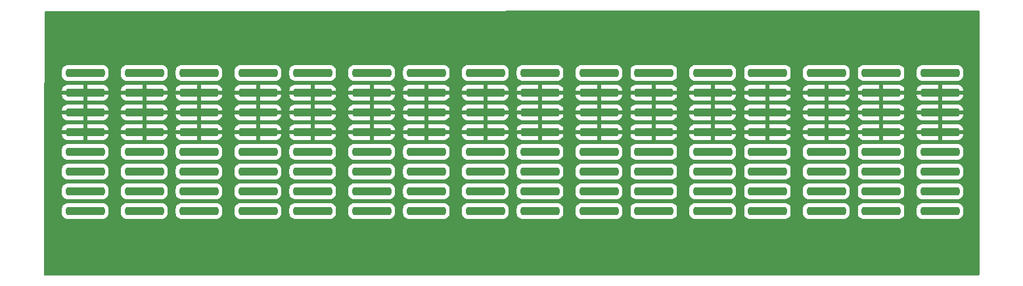
<source format=gbr>
%TF.GenerationSoftware,KiCad,Pcbnew,(7.0.0)*%
%TF.CreationDate,2023-03-30T09:23:00-07:00*%
%TF.ProjectId,europower_board,6575726f-706f-4776-9572-5f626f617264,rev?*%
%TF.SameCoordinates,Original*%
%TF.FileFunction,Copper,L1,Top*%
%TF.FilePolarity,Positive*%
%FSLAX46Y46*%
G04 Gerber Fmt 4.6, Leading zero omitted, Abs format (unit mm)*
G04 Created by KiCad (PCBNEW (7.0.0)) date 2023-03-30 09:23:00*
%MOMM*%
%LPD*%
G01*
G04 APERTURE LIST*
G04 Aperture macros list*
%AMRoundRect*
0 Rectangle with rounded corners*
0 $1 Rounding radius*
0 $2 $3 $4 $5 $6 $7 $8 $9 X,Y pos of 4 corners*
0 Add a 4 corners polygon primitive as box body*
4,1,4,$2,$3,$4,$5,$6,$7,$8,$9,$2,$3,0*
0 Add four circle primitives for the rounded corners*
1,1,$1+$1,$2,$3*
1,1,$1+$1,$4,$5*
1,1,$1+$1,$6,$7*
1,1,$1+$1,$8,$9*
0 Add four rect primitives between the rounded corners*
20,1,$1+$1,$2,$3,$4,$5,0*
20,1,$1+$1,$4,$5,$6,$7,0*
20,1,$1+$1,$6,$7,$8,$9,0*
20,1,$1+$1,$8,$9,$2,$3,0*%
G04 Aperture macros list end*
%TA.AperFunction,SMDPad,CuDef*%
%ADD10RoundRect,0.255000X-2.245000X-0.255000X2.245000X-0.255000X2.245000X0.255000X-2.245000X0.255000X0*%
%TD*%
G04 APERTURE END LIST*
D10*
%TO.P,J8,1,-12v_R*%
%TO.N,Net-(J1--12v_L)*%
X134350000Y-26800000D03*
%TO.P,J8,3,GND*%
%TO.N,GND*%
X134350000Y-29340000D03*
%TO.P,J8,5,GND_R3*%
X134350000Y-31880000D03*
%TO.P,J8,7,GND_R2*%
X134350000Y-34420000D03*
%TO.P,J8,9,+12V_R*%
%TO.N,Net-(J1-+12V_L)*%
X134350000Y-36960000D03*
%TO.P,J8,11,+5v_R*%
%TO.N,Net-(J1-+5v_L)*%
X134350000Y-39500000D03*
%TO.P,J8,13,CV_R*%
%TO.N,Net-(J1-CV_L)*%
X134350000Y-42040000D03*
%TO.P,J8,15,GATE_R*%
%TO.N,Net-(J1-GATE_L)*%
X134350000Y-44580000D03*
%TO.P,J8,2,-12v_L*%
%TO.N,Net-(J1--12v_L)*%
X141950000Y-26800000D03*
%TO.P,J8,4,GND*%
%TO.N,GND*%
X141950000Y-29340000D03*
%TO.P,J8,6,GND_L3*%
X141950000Y-31880000D03*
%TO.P,J8,8,GND_L2*%
X141950000Y-34420000D03*
%TO.P,J8,10,+12V_L*%
%TO.N,Net-(J1-+12V_L)*%
X141950000Y-36960000D03*
%TO.P,J8,12,+5v_L*%
%TO.N,Net-(J1-+5v_L)*%
X141950000Y-39500000D03*
%TO.P,J8,14,CV_L*%
%TO.N,Net-(J1-CV_L)*%
X141950000Y-42040000D03*
%TO.P,J8,16,GATE_L*%
%TO.N,Net-(J1-GATE_L)*%
X141950000Y-44580000D03*
%TD*%
%TO.P,J7,1,-12v_R*%
%TO.N,Net-(J1--12v_L)*%
X119700000Y-26800000D03*
%TO.P,J7,3,GND*%
%TO.N,GND*%
X119700000Y-29340000D03*
%TO.P,J7,5,GND_R3*%
X119700000Y-31880000D03*
%TO.P,J7,7,GND_R2*%
X119700000Y-34420000D03*
%TO.P,J7,9,+12V_R*%
%TO.N,Net-(J1-+12V_L)*%
X119700000Y-36960000D03*
%TO.P,J7,11,+5v_R*%
%TO.N,Net-(J1-+5v_L)*%
X119700000Y-39500000D03*
%TO.P,J7,13,CV_R*%
%TO.N,Net-(J1-CV_L)*%
X119700000Y-42040000D03*
%TO.P,J7,15,GATE_R*%
%TO.N,Net-(J1-GATE_L)*%
X119700000Y-44580000D03*
%TO.P,J7,2,-12v_L*%
%TO.N,Net-(J1--12v_L)*%
X127300000Y-26800000D03*
%TO.P,J7,4,GND*%
%TO.N,GND*%
X127300000Y-29340000D03*
%TO.P,J7,6,GND_L3*%
X127300000Y-31880000D03*
%TO.P,J7,8,GND_L2*%
X127300000Y-34420000D03*
%TO.P,J7,10,+12V_L*%
%TO.N,Net-(J1-+12V_L)*%
X127300000Y-36960000D03*
%TO.P,J7,12,+5v_L*%
%TO.N,Net-(J1-+5v_L)*%
X127300000Y-39500000D03*
%TO.P,J7,14,CV_L*%
%TO.N,Net-(J1-CV_L)*%
X127300000Y-42040000D03*
%TO.P,J7,16,GATE_L*%
%TO.N,Net-(J1-GATE_L)*%
X127300000Y-44580000D03*
%TD*%
%TO.P,J6,1,-12v_R*%
%TO.N,Net-(J1--12v_L)*%
X105050000Y-26800000D03*
%TO.P,J6,3,GND*%
%TO.N,GND*%
X105050000Y-29340000D03*
%TO.P,J6,5,GND_R3*%
X105050000Y-31880000D03*
%TO.P,J6,7,GND_R2*%
X105050000Y-34420000D03*
%TO.P,J6,9,+12V_R*%
%TO.N,Net-(J1-+12V_L)*%
X105050000Y-36960000D03*
%TO.P,J6,11,+5v_R*%
%TO.N,Net-(J1-+5v_L)*%
X105050000Y-39500000D03*
%TO.P,J6,13,CV_R*%
%TO.N,Net-(J1-CV_L)*%
X105050000Y-42040000D03*
%TO.P,J6,15,GATE_R*%
%TO.N,Net-(J1-GATE_L)*%
X105050000Y-44580000D03*
%TO.P,J6,2,-12v_L*%
%TO.N,Net-(J1--12v_L)*%
X112650000Y-26800000D03*
%TO.P,J6,4,GND*%
%TO.N,GND*%
X112650000Y-29340000D03*
%TO.P,J6,6,GND_L3*%
X112650000Y-31880000D03*
%TO.P,J6,8,GND_L2*%
X112650000Y-34420000D03*
%TO.P,J6,10,+12V_L*%
%TO.N,Net-(J1-+12V_L)*%
X112650000Y-36960000D03*
%TO.P,J6,12,+5v_L*%
%TO.N,Net-(J1-+5v_L)*%
X112650000Y-39500000D03*
%TO.P,J6,14,CV_L*%
%TO.N,Net-(J1-CV_L)*%
X112650000Y-42040000D03*
%TO.P,J6,16,GATE_L*%
%TO.N,Net-(J1-GATE_L)*%
X112650000Y-44580000D03*
%TD*%
%TO.P,J5,1,-12v_R*%
%TO.N,Net-(J1--12v_L)*%
X90400000Y-26800000D03*
%TO.P,J5,3,GND*%
%TO.N,GND*%
X90400000Y-29340000D03*
%TO.P,J5,5,GND_R3*%
X90400000Y-31880000D03*
%TO.P,J5,7,GND_R2*%
X90400000Y-34420000D03*
%TO.P,J5,9,+12V_R*%
%TO.N,Net-(J1-+12V_L)*%
X90400000Y-36960000D03*
%TO.P,J5,11,+5v_R*%
%TO.N,Net-(J1-+5v_L)*%
X90400000Y-39500000D03*
%TO.P,J5,13,CV_R*%
%TO.N,Net-(J1-CV_L)*%
X90400000Y-42040000D03*
%TO.P,J5,15,GATE_R*%
%TO.N,Net-(J1-GATE_L)*%
X90400000Y-44580000D03*
%TO.P,J5,2,-12v_L*%
%TO.N,Net-(J1--12v_L)*%
X98000000Y-26800000D03*
%TO.P,J5,4,GND*%
%TO.N,GND*%
X98000000Y-29340000D03*
%TO.P,J5,6,GND_L3*%
X98000000Y-31880000D03*
%TO.P,J5,8,GND_L2*%
X98000000Y-34420000D03*
%TO.P,J5,10,+12V_L*%
%TO.N,Net-(J1-+12V_L)*%
X98000000Y-36960000D03*
%TO.P,J5,12,+5v_L*%
%TO.N,Net-(J1-+5v_L)*%
X98000000Y-39500000D03*
%TO.P,J5,14,CV_L*%
%TO.N,Net-(J1-CV_L)*%
X98000000Y-42040000D03*
%TO.P,J5,16,GATE_L*%
%TO.N,Net-(J1-GATE_L)*%
X98000000Y-44580000D03*
%TD*%
%TO.P,J4,1,-12v_R*%
%TO.N,Net-(J1--12v_L)*%
X75750000Y-26800000D03*
%TO.P,J4,3,GND*%
%TO.N,GND*%
X75750000Y-29340000D03*
%TO.P,J4,5,GND_R3*%
X75750000Y-31880000D03*
%TO.P,J4,7,GND_R2*%
X75750000Y-34420000D03*
%TO.P,J4,9,+12V_R*%
%TO.N,Net-(J1-+12V_L)*%
X75750000Y-36960000D03*
%TO.P,J4,11,+5v_R*%
%TO.N,Net-(J1-+5v_L)*%
X75750000Y-39500000D03*
%TO.P,J4,13,CV_R*%
%TO.N,Net-(J1-CV_L)*%
X75750000Y-42040000D03*
%TO.P,J4,15,GATE_R*%
%TO.N,Net-(J1-GATE_L)*%
X75750000Y-44580000D03*
%TO.P,J4,2,-12v_L*%
%TO.N,Net-(J1--12v_L)*%
X83350000Y-26800000D03*
%TO.P,J4,4,GND*%
%TO.N,GND*%
X83350000Y-29340000D03*
%TO.P,J4,6,GND_L3*%
X83350000Y-31880000D03*
%TO.P,J4,8,GND_L2*%
X83350000Y-34420000D03*
%TO.P,J4,10,+12V_L*%
%TO.N,Net-(J1-+12V_L)*%
X83350000Y-36960000D03*
%TO.P,J4,12,+5v_L*%
%TO.N,Net-(J1-+5v_L)*%
X83350000Y-39500000D03*
%TO.P,J4,14,CV_L*%
%TO.N,Net-(J1-CV_L)*%
X83350000Y-42040000D03*
%TO.P,J4,16,GATE_L*%
%TO.N,Net-(J1-GATE_L)*%
X83350000Y-44580000D03*
%TD*%
%TO.P,J3,1,-12v_R*%
%TO.N,Net-(J1--12v_L)*%
X61100000Y-26800000D03*
%TO.P,J3,3,GND*%
%TO.N,GND*%
X61100000Y-29340000D03*
%TO.P,J3,5,GND_R3*%
X61100000Y-31880000D03*
%TO.P,J3,7,GND_R2*%
X61100000Y-34420000D03*
%TO.P,J3,9,+12V_R*%
%TO.N,Net-(J1-+12V_L)*%
X61100000Y-36960000D03*
%TO.P,J3,11,+5v_R*%
%TO.N,Net-(J1-+5v_L)*%
X61100000Y-39500000D03*
%TO.P,J3,13,CV_R*%
%TO.N,Net-(J1-CV_L)*%
X61100000Y-42040000D03*
%TO.P,J3,15,GATE_R*%
%TO.N,Net-(J1-GATE_L)*%
X61100000Y-44580000D03*
%TO.P,J3,2,-12v_L*%
%TO.N,Net-(J1--12v_L)*%
X68700000Y-26800000D03*
%TO.P,J3,4,GND*%
%TO.N,GND*%
X68700000Y-29340000D03*
%TO.P,J3,6,GND_L3*%
X68700000Y-31880000D03*
%TO.P,J3,8,GND_L2*%
X68700000Y-34420000D03*
%TO.P,J3,10,+12V_L*%
%TO.N,Net-(J1-+12V_L)*%
X68700000Y-36960000D03*
%TO.P,J3,12,+5v_L*%
%TO.N,Net-(J1-+5v_L)*%
X68700000Y-39500000D03*
%TO.P,J3,14,CV_L*%
%TO.N,Net-(J1-CV_L)*%
X68700000Y-42040000D03*
%TO.P,J3,16,GATE_L*%
%TO.N,Net-(J1-GATE_L)*%
X68700000Y-44580000D03*
%TD*%
%TO.P,J2,1,-12v_R*%
%TO.N,Net-(J1--12v_L)*%
X46450000Y-26800000D03*
%TO.P,J2,3,GND*%
%TO.N,GND*%
X46450000Y-29340000D03*
%TO.P,J2,5,GND_R3*%
X46450000Y-31880000D03*
%TO.P,J2,7,GND_R2*%
X46450000Y-34420000D03*
%TO.P,J2,9,+12V_R*%
%TO.N,Net-(J1-+12V_L)*%
X46450000Y-36960000D03*
%TO.P,J2,11,+5v_R*%
%TO.N,Net-(J1-+5v_L)*%
X46450000Y-39500000D03*
%TO.P,J2,13,CV_R*%
%TO.N,Net-(J1-CV_L)*%
X46450000Y-42040000D03*
%TO.P,J2,15,GATE_R*%
%TO.N,Net-(J1-GATE_L)*%
X46450000Y-44580000D03*
%TO.P,J2,2,-12v_L*%
%TO.N,Net-(J1--12v_L)*%
X54050000Y-26800000D03*
%TO.P,J2,4,GND*%
%TO.N,GND*%
X54050000Y-29340000D03*
%TO.P,J2,6,GND_L3*%
X54050000Y-31880000D03*
%TO.P,J2,8,GND_L2*%
X54050000Y-34420000D03*
%TO.P,J2,10,+12V_L*%
%TO.N,Net-(J1-+12V_L)*%
X54050000Y-36960000D03*
%TO.P,J2,12,+5v_L*%
%TO.N,Net-(J1-+5v_L)*%
X54050000Y-39500000D03*
%TO.P,J2,14,CV_L*%
%TO.N,Net-(J1-CV_L)*%
X54050000Y-42040000D03*
%TO.P,J2,16,GATE_L*%
%TO.N,Net-(J1-GATE_L)*%
X54050000Y-44580000D03*
%TD*%
%TO.P,J1,1,-12v_R*%
%TO.N,Net-(J1--12v_L)*%
X31800000Y-26800000D03*
%TO.P,J1,3,GND*%
%TO.N,GND*%
X31800000Y-29340000D03*
%TO.P,J1,5,GND_R3*%
X31800000Y-31880000D03*
%TO.P,J1,7,GND_R2*%
X31800000Y-34420000D03*
%TO.P,J1,9,+12V_R*%
%TO.N,Net-(J1-+12V_L)*%
X31800000Y-36960000D03*
%TO.P,J1,11,+5v_R*%
%TO.N,Net-(J1-+5v_L)*%
X31800000Y-39500000D03*
%TO.P,J1,13,CV_R*%
%TO.N,Net-(J1-CV_L)*%
X31800000Y-42040000D03*
%TO.P,J1,15,GATE_R*%
%TO.N,Net-(J1-GATE_L)*%
X31800000Y-44580000D03*
%TO.P,J1,2,-12v_L*%
%TO.N,Net-(J1--12v_L)*%
X39400000Y-26800000D03*
%TO.P,J1,4,GND*%
%TO.N,GND*%
X39400000Y-29340000D03*
%TO.P,J1,6,GND_L3*%
X39400000Y-31880000D03*
%TO.P,J1,8,GND_L2*%
X39400000Y-34420000D03*
%TO.P,J1,10,+12V_L*%
%TO.N,Net-(J1-+12V_L)*%
X39400000Y-36960000D03*
%TO.P,J1,12,+5v_L*%
%TO.N,Net-(J1-+5v_L)*%
X39400000Y-39500000D03*
%TO.P,J1,14,CV_L*%
%TO.N,Net-(J1-CV_L)*%
X39400000Y-42040000D03*
%TO.P,J1,16,GATE_L*%
%TO.N,Net-(J1-GATE_L)*%
X39400000Y-44580000D03*
%TD*%
%TA.AperFunction,Conductor*%
%TO.N,GND*%
G36*
X146987941Y-18776682D02*
G01*
X147033370Y-18822073D01*
X147050000Y-18884103D01*
X147050000Y-52736000D01*
X147033387Y-52798000D01*
X146988000Y-52843387D01*
X146926000Y-52860000D01*
X26574365Y-52860000D01*
X26512260Y-52843326D01*
X26466856Y-52797789D01*
X26450366Y-52735635D01*
X26473455Y-44885342D01*
X28799500Y-44885342D01*
X28799818Y-44888456D01*
X28799819Y-44888473D01*
X28809382Y-44982075D01*
X28810071Y-44988815D01*
X28865623Y-45156462D01*
X28958340Y-45306778D01*
X29083222Y-45431660D01*
X29233538Y-45524377D01*
X29401185Y-45579929D01*
X29504658Y-45590500D01*
X34092193Y-45590500D01*
X34095342Y-45590500D01*
X34198815Y-45579929D01*
X34366462Y-45524377D01*
X34516778Y-45431660D01*
X34641660Y-45306778D01*
X34734377Y-45156462D01*
X34789929Y-44988815D01*
X34800500Y-44885342D01*
X36399500Y-44885342D01*
X36399818Y-44888456D01*
X36399819Y-44888473D01*
X36409382Y-44982075D01*
X36410071Y-44988815D01*
X36465623Y-45156462D01*
X36558340Y-45306778D01*
X36683222Y-45431660D01*
X36833538Y-45524377D01*
X37001185Y-45579929D01*
X37104658Y-45590500D01*
X41692193Y-45590500D01*
X41695342Y-45590500D01*
X41798815Y-45579929D01*
X41966462Y-45524377D01*
X42116778Y-45431660D01*
X42241660Y-45306778D01*
X42334377Y-45156462D01*
X42389929Y-44988815D01*
X42400500Y-44885342D01*
X43449500Y-44885342D01*
X43449818Y-44888456D01*
X43449819Y-44888473D01*
X43459382Y-44982075D01*
X43460071Y-44988815D01*
X43515623Y-45156462D01*
X43608340Y-45306778D01*
X43733222Y-45431660D01*
X43883538Y-45524377D01*
X44051185Y-45579929D01*
X44154658Y-45590500D01*
X48742193Y-45590500D01*
X48745342Y-45590500D01*
X48848815Y-45579929D01*
X49016462Y-45524377D01*
X49166778Y-45431660D01*
X49291660Y-45306778D01*
X49384377Y-45156462D01*
X49439929Y-44988815D01*
X49450500Y-44885342D01*
X51049500Y-44885342D01*
X51049818Y-44888456D01*
X51049819Y-44888473D01*
X51059382Y-44982075D01*
X51060071Y-44988815D01*
X51115623Y-45156462D01*
X51208340Y-45306778D01*
X51333222Y-45431660D01*
X51483538Y-45524377D01*
X51651185Y-45579929D01*
X51754658Y-45590500D01*
X56342193Y-45590500D01*
X56345342Y-45590500D01*
X56448815Y-45579929D01*
X56616462Y-45524377D01*
X56766778Y-45431660D01*
X56891660Y-45306778D01*
X56984377Y-45156462D01*
X57039929Y-44988815D01*
X57050500Y-44885342D01*
X58099500Y-44885342D01*
X58099818Y-44888456D01*
X58099819Y-44888473D01*
X58109382Y-44982075D01*
X58110071Y-44988815D01*
X58165623Y-45156462D01*
X58258340Y-45306778D01*
X58383222Y-45431660D01*
X58533538Y-45524377D01*
X58701185Y-45579929D01*
X58804658Y-45590500D01*
X63392193Y-45590500D01*
X63395342Y-45590500D01*
X63498815Y-45579929D01*
X63666462Y-45524377D01*
X63816778Y-45431660D01*
X63941660Y-45306778D01*
X64034377Y-45156462D01*
X64089929Y-44988815D01*
X64100500Y-44885342D01*
X65699500Y-44885342D01*
X65699818Y-44888456D01*
X65699819Y-44888473D01*
X65709382Y-44982075D01*
X65710071Y-44988815D01*
X65765623Y-45156462D01*
X65858340Y-45306778D01*
X65983222Y-45431660D01*
X66133538Y-45524377D01*
X66301185Y-45579929D01*
X66404658Y-45590500D01*
X70992193Y-45590500D01*
X70995342Y-45590500D01*
X71098815Y-45579929D01*
X71266462Y-45524377D01*
X71416778Y-45431660D01*
X71541660Y-45306778D01*
X71634377Y-45156462D01*
X71689929Y-44988815D01*
X71700500Y-44885342D01*
X72749500Y-44885342D01*
X72749818Y-44888456D01*
X72749819Y-44888473D01*
X72759382Y-44982075D01*
X72760071Y-44988815D01*
X72815623Y-45156462D01*
X72908340Y-45306778D01*
X73033222Y-45431660D01*
X73183538Y-45524377D01*
X73351185Y-45579929D01*
X73454658Y-45590500D01*
X78042193Y-45590500D01*
X78045342Y-45590500D01*
X78148815Y-45579929D01*
X78316462Y-45524377D01*
X78466778Y-45431660D01*
X78591660Y-45306778D01*
X78684377Y-45156462D01*
X78739929Y-44988815D01*
X78750500Y-44885342D01*
X80349500Y-44885342D01*
X80349818Y-44888456D01*
X80349819Y-44888473D01*
X80359382Y-44982075D01*
X80360071Y-44988815D01*
X80415623Y-45156462D01*
X80508340Y-45306778D01*
X80633222Y-45431660D01*
X80783538Y-45524377D01*
X80951185Y-45579929D01*
X81054658Y-45590500D01*
X85642193Y-45590500D01*
X85645342Y-45590500D01*
X85748815Y-45579929D01*
X85916462Y-45524377D01*
X86066778Y-45431660D01*
X86191660Y-45306778D01*
X86284377Y-45156462D01*
X86339929Y-44988815D01*
X86350500Y-44885342D01*
X87399500Y-44885342D01*
X87399818Y-44888456D01*
X87399819Y-44888473D01*
X87409382Y-44982075D01*
X87410071Y-44988815D01*
X87465623Y-45156462D01*
X87558340Y-45306778D01*
X87683222Y-45431660D01*
X87833538Y-45524377D01*
X88001185Y-45579929D01*
X88104658Y-45590500D01*
X92692193Y-45590500D01*
X92695342Y-45590500D01*
X92798815Y-45579929D01*
X92966462Y-45524377D01*
X93116778Y-45431660D01*
X93241660Y-45306778D01*
X93334377Y-45156462D01*
X93389929Y-44988815D01*
X93400500Y-44885342D01*
X94999500Y-44885342D01*
X94999818Y-44888456D01*
X94999819Y-44888473D01*
X95009382Y-44982075D01*
X95010071Y-44988815D01*
X95065623Y-45156462D01*
X95158340Y-45306778D01*
X95283222Y-45431660D01*
X95433538Y-45524377D01*
X95601185Y-45579929D01*
X95704658Y-45590500D01*
X100292193Y-45590500D01*
X100295342Y-45590500D01*
X100398815Y-45579929D01*
X100566462Y-45524377D01*
X100716778Y-45431660D01*
X100841660Y-45306778D01*
X100934377Y-45156462D01*
X100989929Y-44988815D01*
X101000500Y-44885342D01*
X102049500Y-44885342D01*
X102049818Y-44888456D01*
X102049819Y-44888473D01*
X102059382Y-44982075D01*
X102060071Y-44988815D01*
X102115623Y-45156462D01*
X102208340Y-45306778D01*
X102333222Y-45431660D01*
X102483538Y-45524377D01*
X102651185Y-45579929D01*
X102754658Y-45590500D01*
X107342193Y-45590500D01*
X107345342Y-45590500D01*
X107448815Y-45579929D01*
X107616462Y-45524377D01*
X107766778Y-45431660D01*
X107891660Y-45306778D01*
X107984377Y-45156462D01*
X108039929Y-44988815D01*
X108050500Y-44885342D01*
X109649500Y-44885342D01*
X109649818Y-44888456D01*
X109649819Y-44888473D01*
X109659382Y-44982075D01*
X109660071Y-44988815D01*
X109715623Y-45156462D01*
X109808340Y-45306778D01*
X109933222Y-45431660D01*
X110083538Y-45524377D01*
X110251185Y-45579929D01*
X110354658Y-45590500D01*
X114942193Y-45590500D01*
X114945342Y-45590500D01*
X115048815Y-45579929D01*
X115216462Y-45524377D01*
X115366778Y-45431660D01*
X115491660Y-45306778D01*
X115584377Y-45156462D01*
X115639929Y-44988815D01*
X115650500Y-44885342D01*
X116699500Y-44885342D01*
X116699818Y-44888456D01*
X116699819Y-44888473D01*
X116709382Y-44982075D01*
X116710071Y-44988815D01*
X116765623Y-45156462D01*
X116858340Y-45306778D01*
X116983222Y-45431660D01*
X117133538Y-45524377D01*
X117301185Y-45579929D01*
X117404658Y-45590500D01*
X121992193Y-45590500D01*
X121995342Y-45590500D01*
X122098815Y-45579929D01*
X122266462Y-45524377D01*
X122416778Y-45431660D01*
X122541660Y-45306778D01*
X122634377Y-45156462D01*
X122689929Y-44988815D01*
X122700500Y-44885342D01*
X124299500Y-44885342D01*
X124299818Y-44888456D01*
X124299819Y-44888473D01*
X124309382Y-44982075D01*
X124310071Y-44988815D01*
X124365623Y-45156462D01*
X124458340Y-45306778D01*
X124583222Y-45431660D01*
X124733538Y-45524377D01*
X124901185Y-45579929D01*
X125004658Y-45590500D01*
X129592193Y-45590500D01*
X129595342Y-45590500D01*
X129698815Y-45579929D01*
X129866462Y-45524377D01*
X130016778Y-45431660D01*
X130141660Y-45306778D01*
X130234377Y-45156462D01*
X130289929Y-44988815D01*
X130300500Y-44885342D01*
X131349500Y-44885342D01*
X131349818Y-44888456D01*
X131349819Y-44888473D01*
X131359382Y-44982075D01*
X131360071Y-44988815D01*
X131415623Y-45156462D01*
X131508340Y-45306778D01*
X131633222Y-45431660D01*
X131783538Y-45524377D01*
X131951185Y-45579929D01*
X132054658Y-45590500D01*
X136642193Y-45590500D01*
X136645342Y-45590500D01*
X136748815Y-45579929D01*
X136916462Y-45524377D01*
X137066778Y-45431660D01*
X137191660Y-45306778D01*
X137284377Y-45156462D01*
X137339929Y-44988815D01*
X137350500Y-44885342D01*
X138949500Y-44885342D01*
X138949818Y-44888456D01*
X138949819Y-44888473D01*
X138959382Y-44982075D01*
X138960071Y-44988815D01*
X139015623Y-45156462D01*
X139108340Y-45306778D01*
X139233222Y-45431660D01*
X139383538Y-45524377D01*
X139551185Y-45579929D01*
X139654658Y-45590500D01*
X144242193Y-45590500D01*
X144245342Y-45590500D01*
X144348815Y-45579929D01*
X144516462Y-45524377D01*
X144666778Y-45431660D01*
X144791660Y-45306778D01*
X144884377Y-45156462D01*
X144939929Y-44988815D01*
X144950500Y-44885342D01*
X144950500Y-44274658D01*
X144939929Y-44171185D01*
X144884377Y-44003538D01*
X144791660Y-43853222D01*
X144666778Y-43728340D01*
X144660628Y-43724546D01*
X144660626Y-43724545D01*
X144522611Y-43639416D01*
X144522612Y-43639416D01*
X144516462Y-43635623D01*
X144509604Y-43633350D01*
X144509603Y-43633350D01*
X144355246Y-43582202D01*
X144348815Y-43580071D01*
X144342078Y-43579382D01*
X144342075Y-43579382D01*
X144248473Y-43569819D01*
X144248456Y-43569818D01*
X144245342Y-43569500D01*
X139654658Y-43569500D01*
X139651544Y-43569818D01*
X139651526Y-43569819D01*
X139557924Y-43579382D01*
X139557919Y-43579383D01*
X139551185Y-43580071D01*
X139544755Y-43582201D01*
X139544753Y-43582202D01*
X139390396Y-43633350D01*
X139390392Y-43633351D01*
X139383538Y-43635623D01*
X139377390Y-43639414D01*
X139377388Y-43639416D01*
X139239373Y-43724545D01*
X139239367Y-43724549D01*
X139233222Y-43728340D01*
X139228115Y-43733446D01*
X139228111Y-43733450D01*
X139113450Y-43848111D01*
X139113446Y-43848115D01*
X139108340Y-43853222D01*
X139104549Y-43859367D01*
X139104545Y-43859373D01*
X139019416Y-43997388D01*
X139015623Y-44003538D01*
X139013351Y-44010392D01*
X139013350Y-44010396D01*
X138962202Y-44164753D01*
X138960071Y-44171185D01*
X138959383Y-44177919D01*
X138959382Y-44177924D01*
X138949819Y-44271526D01*
X138949818Y-44271544D01*
X138949500Y-44274658D01*
X138949500Y-44885342D01*
X137350500Y-44885342D01*
X137350500Y-44274658D01*
X137339929Y-44171185D01*
X137284377Y-44003538D01*
X137191660Y-43853222D01*
X137066778Y-43728340D01*
X137060628Y-43724546D01*
X137060626Y-43724545D01*
X136922611Y-43639416D01*
X136922612Y-43639416D01*
X136916462Y-43635623D01*
X136909604Y-43633350D01*
X136909603Y-43633350D01*
X136755246Y-43582202D01*
X136748815Y-43580071D01*
X136742078Y-43579382D01*
X136742075Y-43579382D01*
X136648473Y-43569819D01*
X136648456Y-43569818D01*
X136645342Y-43569500D01*
X132054658Y-43569500D01*
X132051544Y-43569818D01*
X132051526Y-43569819D01*
X131957924Y-43579382D01*
X131957919Y-43579383D01*
X131951185Y-43580071D01*
X131944755Y-43582201D01*
X131944753Y-43582202D01*
X131790396Y-43633350D01*
X131790392Y-43633351D01*
X131783538Y-43635623D01*
X131777390Y-43639414D01*
X131777388Y-43639416D01*
X131639373Y-43724545D01*
X131639367Y-43724549D01*
X131633222Y-43728340D01*
X131628115Y-43733446D01*
X131628111Y-43733450D01*
X131513450Y-43848111D01*
X131513446Y-43848115D01*
X131508340Y-43853222D01*
X131504549Y-43859367D01*
X131504545Y-43859373D01*
X131419416Y-43997388D01*
X131415623Y-44003538D01*
X131413351Y-44010392D01*
X131413350Y-44010396D01*
X131362202Y-44164753D01*
X131360071Y-44171185D01*
X131359383Y-44177919D01*
X131359382Y-44177924D01*
X131349819Y-44271526D01*
X131349818Y-44271544D01*
X131349500Y-44274658D01*
X131349500Y-44885342D01*
X130300500Y-44885342D01*
X130300500Y-44274658D01*
X130289929Y-44171185D01*
X130234377Y-44003538D01*
X130141660Y-43853222D01*
X130016778Y-43728340D01*
X130010628Y-43724546D01*
X130010626Y-43724545D01*
X129872611Y-43639416D01*
X129872612Y-43639416D01*
X129866462Y-43635623D01*
X129859604Y-43633350D01*
X129859603Y-43633350D01*
X129705246Y-43582202D01*
X129698815Y-43580071D01*
X129692078Y-43579382D01*
X129692075Y-43579382D01*
X129598473Y-43569819D01*
X129598456Y-43569818D01*
X129595342Y-43569500D01*
X125004658Y-43569500D01*
X125001544Y-43569818D01*
X125001526Y-43569819D01*
X124907924Y-43579382D01*
X124907919Y-43579383D01*
X124901185Y-43580071D01*
X124894755Y-43582201D01*
X124894753Y-43582202D01*
X124740396Y-43633350D01*
X124740392Y-43633351D01*
X124733538Y-43635623D01*
X124727390Y-43639414D01*
X124727388Y-43639416D01*
X124589373Y-43724545D01*
X124589367Y-43724549D01*
X124583222Y-43728340D01*
X124578115Y-43733446D01*
X124578111Y-43733450D01*
X124463450Y-43848111D01*
X124463446Y-43848115D01*
X124458340Y-43853222D01*
X124454549Y-43859367D01*
X124454545Y-43859373D01*
X124369416Y-43997388D01*
X124365623Y-44003538D01*
X124363351Y-44010392D01*
X124363350Y-44010396D01*
X124312202Y-44164753D01*
X124310071Y-44171185D01*
X124309383Y-44177919D01*
X124309382Y-44177924D01*
X124299819Y-44271526D01*
X124299818Y-44271544D01*
X124299500Y-44274658D01*
X124299500Y-44885342D01*
X122700500Y-44885342D01*
X122700500Y-44274658D01*
X122689929Y-44171185D01*
X122634377Y-44003538D01*
X122541660Y-43853222D01*
X122416778Y-43728340D01*
X122410628Y-43724546D01*
X122410626Y-43724545D01*
X122272611Y-43639416D01*
X122272612Y-43639416D01*
X122266462Y-43635623D01*
X122259604Y-43633350D01*
X122259603Y-43633350D01*
X122105246Y-43582202D01*
X122098815Y-43580071D01*
X122092078Y-43579382D01*
X122092075Y-43579382D01*
X121998473Y-43569819D01*
X121998456Y-43569818D01*
X121995342Y-43569500D01*
X117404658Y-43569500D01*
X117401544Y-43569818D01*
X117401526Y-43569819D01*
X117307924Y-43579382D01*
X117307919Y-43579383D01*
X117301185Y-43580071D01*
X117294755Y-43582201D01*
X117294753Y-43582202D01*
X117140396Y-43633350D01*
X117140392Y-43633351D01*
X117133538Y-43635623D01*
X117127390Y-43639414D01*
X117127388Y-43639416D01*
X116989373Y-43724545D01*
X116989367Y-43724549D01*
X116983222Y-43728340D01*
X116978115Y-43733446D01*
X116978111Y-43733450D01*
X116863450Y-43848111D01*
X116863446Y-43848115D01*
X116858340Y-43853222D01*
X116854549Y-43859367D01*
X116854545Y-43859373D01*
X116769416Y-43997388D01*
X116765623Y-44003538D01*
X116763351Y-44010392D01*
X116763350Y-44010396D01*
X116712202Y-44164753D01*
X116710071Y-44171185D01*
X116709383Y-44177919D01*
X116709382Y-44177924D01*
X116699819Y-44271526D01*
X116699818Y-44271544D01*
X116699500Y-44274658D01*
X116699500Y-44885342D01*
X115650500Y-44885342D01*
X115650500Y-44274658D01*
X115639929Y-44171185D01*
X115584377Y-44003538D01*
X115491660Y-43853222D01*
X115366778Y-43728340D01*
X115360628Y-43724546D01*
X115360626Y-43724545D01*
X115222611Y-43639416D01*
X115222612Y-43639416D01*
X115216462Y-43635623D01*
X115209604Y-43633350D01*
X115209603Y-43633350D01*
X115055246Y-43582202D01*
X115048815Y-43580071D01*
X115042078Y-43579382D01*
X115042075Y-43579382D01*
X114948473Y-43569819D01*
X114948456Y-43569818D01*
X114945342Y-43569500D01*
X110354658Y-43569500D01*
X110351544Y-43569818D01*
X110351526Y-43569819D01*
X110257924Y-43579382D01*
X110257919Y-43579383D01*
X110251185Y-43580071D01*
X110244755Y-43582201D01*
X110244753Y-43582202D01*
X110090396Y-43633350D01*
X110090392Y-43633351D01*
X110083538Y-43635623D01*
X110077390Y-43639414D01*
X110077388Y-43639416D01*
X109939373Y-43724545D01*
X109939367Y-43724549D01*
X109933222Y-43728340D01*
X109928115Y-43733446D01*
X109928111Y-43733450D01*
X109813450Y-43848111D01*
X109813446Y-43848115D01*
X109808340Y-43853222D01*
X109804549Y-43859367D01*
X109804545Y-43859373D01*
X109719416Y-43997388D01*
X109715623Y-44003538D01*
X109713351Y-44010392D01*
X109713350Y-44010396D01*
X109662202Y-44164753D01*
X109660071Y-44171185D01*
X109659383Y-44177919D01*
X109659382Y-44177924D01*
X109649819Y-44271526D01*
X109649818Y-44271544D01*
X109649500Y-44274658D01*
X109649500Y-44885342D01*
X108050500Y-44885342D01*
X108050500Y-44274658D01*
X108039929Y-44171185D01*
X107984377Y-44003538D01*
X107891660Y-43853222D01*
X107766778Y-43728340D01*
X107760628Y-43724546D01*
X107760626Y-43724545D01*
X107622611Y-43639416D01*
X107622612Y-43639416D01*
X107616462Y-43635623D01*
X107609604Y-43633350D01*
X107609603Y-43633350D01*
X107455246Y-43582202D01*
X107448815Y-43580071D01*
X107442078Y-43579382D01*
X107442075Y-43579382D01*
X107348473Y-43569819D01*
X107348456Y-43569818D01*
X107345342Y-43569500D01*
X102754658Y-43569500D01*
X102751544Y-43569818D01*
X102751526Y-43569819D01*
X102657924Y-43579382D01*
X102657919Y-43579383D01*
X102651185Y-43580071D01*
X102644755Y-43582201D01*
X102644753Y-43582202D01*
X102490396Y-43633350D01*
X102490392Y-43633351D01*
X102483538Y-43635623D01*
X102477390Y-43639414D01*
X102477388Y-43639416D01*
X102339373Y-43724545D01*
X102339367Y-43724549D01*
X102333222Y-43728340D01*
X102328115Y-43733446D01*
X102328111Y-43733450D01*
X102213450Y-43848111D01*
X102213446Y-43848115D01*
X102208340Y-43853222D01*
X102204549Y-43859367D01*
X102204545Y-43859373D01*
X102119416Y-43997388D01*
X102115623Y-44003538D01*
X102113351Y-44010392D01*
X102113350Y-44010396D01*
X102062202Y-44164753D01*
X102060071Y-44171185D01*
X102059383Y-44177919D01*
X102059382Y-44177924D01*
X102049819Y-44271526D01*
X102049818Y-44271544D01*
X102049500Y-44274658D01*
X102049500Y-44885342D01*
X101000500Y-44885342D01*
X101000500Y-44274658D01*
X100989929Y-44171185D01*
X100934377Y-44003538D01*
X100841660Y-43853222D01*
X100716778Y-43728340D01*
X100710628Y-43724546D01*
X100710626Y-43724545D01*
X100572611Y-43639416D01*
X100572612Y-43639416D01*
X100566462Y-43635623D01*
X100559604Y-43633350D01*
X100559603Y-43633350D01*
X100405246Y-43582202D01*
X100398815Y-43580071D01*
X100392078Y-43579382D01*
X100392075Y-43579382D01*
X100298473Y-43569819D01*
X100298456Y-43569818D01*
X100295342Y-43569500D01*
X95704658Y-43569500D01*
X95701544Y-43569818D01*
X95701526Y-43569819D01*
X95607924Y-43579382D01*
X95607919Y-43579383D01*
X95601185Y-43580071D01*
X95594755Y-43582201D01*
X95594753Y-43582202D01*
X95440396Y-43633350D01*
X95440392Y-43633351D01*
X95433538Y-43635623D01*
X95427390Y-43639414D01*
X95427388Y-43639416D01*
X95289373Y-43724545D01*
X95289367Y-43724549D01*
X95283222Y-43728340D01*
X95278115Y-43733446D01*
X95278111Y-43733450D01*
X95163450Y-43848111D01*
X95163446Y-43848115D01*
X95158340Y-43853222D01*
X95154549Y-43859367D01*
X95154545Y-43859373D01*
X95069416Y-43997388D01*
X95065623Y-44003538D01*
X95063351Y-44010392D01*
X95063350Y-44010396D01*
X95012202Y-44164753D01*
X95010071Y-44171185D01*
X95009383Y-44177919D01*
X95009382Y-44177924D01*
X94999819Y-44271526D01*
X94999818Y-44271544D01*
X94999500Y-44274658D01*
X94999500Y-44885342D01*
X93400500Y-44885342D01*
X93400500Y-44274658D01*
X93389929Y-44171185D01*
X93334377Y-44003538D01*
X93241660Y-43853222D01*
X93116778Y-43728340D01*
X93110628Y-43724546D01*
X93110626Y-43724545D01*
X92972611Y-43639416D01*
X92972612Y-43639416D01*
X92966462Y-43635623D01*
X92959604Y-43633350D01*
X92959603Y-43633350D01*
X92805246Y-43582202D01*
X92798815Y-43580071D01*
X92792078Y-43579382D01*
X92792075Y-43579382D01*
X92698473Y-43569819D01*
X92698456Y-43569818D01*
X92695342Y-43569500D01*
X88104658Y-43569500D01*
X88101544Y-43569818D01*
X88101526Y-43569819D01*
X88007924Y-43579382D01*
X88007919Y-43579383D01*
X88001185Y-43580071D01*
X87994755Y-43582201D01*
X87994753Y-43582202D01*
X87840396Y-43633350D01*
X87840392Y-43633351D01*
X87833538Y-43635623D01*
X87827390Y-43639414D01*
X87827388Y-43639416D01*
X87689373Y-43724545D01*
X87689367Y-43724549D01*
X87683222Y-43728340D01*
X87678115Y-43733446D01*
X87678111Y-43733450D01*
X87563450Y-43848111D01*
X87563446Y-43848115D01*
X87558340Y-43853222D01*
X87554549Y-43859367D01*
X87554545Y-43859373D01*
X87469416Y-43997388D01*
X87465623Y-44003538D01*
X87463351Y-44010392D01*
X87463350Y-44010396D01*
X87412202Y-44164753D01*
X87410071Y-44171185D01*
X87409383Y-44177919D01*
X87409382Y-44177924D01*
X87399819Y-44271526D01*
X87399818Y-44271544D01*
X87399500Y-44274658D01*
X87399500Y-44885342D01*
X86350500Y-44885342D01*
X86350500Y-44274658D01*
X86339929Y-44171185D01*
X86284377Y-44003538D01*
X86191660Y-43853222D01*
X86066778Y-43728340D01*
X86060628Y-43724546D01*
X86060626Y-43724545D01*
X85922611Y-43639416D01*
X85922612Y-43639416D01*
X85916462Y-43635623D01*
X85909604Y-43633350D01*
X85909603Y-43633350D01*
X85755246Y-43582202D01*
X85748815Y-43580071D01*
X85742078Y-43579382D01*
X85742075Y-43579382D01*
X85648473Y-43569819D01*
X85648456Y-43569818D01*
X85645342Y-43569500D01*
X81054658Y-43569500D01*
X81051544Y-43569818D01*
X81051526Y-43569819D01*
X80957924Y-43579382D01*
X80957919Y-43579383D01*
X80951185Y-43580071D01*
X80944755Y-43582201D01*
X80944753Y-43582202D01*
X80790396Y-43633350D01*
X80790392Y-43633351D01*
X80783538Y-43635623D01*
X80777390Y-43639414D01*
X80777388Y-43639416D01*
X80639373Y-43724545D01*
X80639367Y-43724549D01*
X80633222Y-43728340D01*
X80628115Y-43733446D01*
X80628111Y-43733450D01*
X80513450Y-43848111D01*
X80513446Y-43848115D01*
X80508340Y-43853222D01*
X80504549Y-43859367D01*
X80504545Y-43859373D01*
X80419416Y-43997388D01*
X80415623Y-44003538D01*
X80413351Y-44010392D01*
X80413350Y-44010396D01*
X80362202Y-44164753D01*
X80360071Y-44171185D01*
X80359383Y-44177919D01*
X80359382Y-44177924D01*
X80349819Y-44271526D01*
X80349818Y-44271544D01*
X80349500Y-44274658D01*
X80349500Y-44885342D01*
X78750500Y-44885342D01*
X78750500Y-44274658D01*
X78739929Y-44171185D01*
X78684377Y-44003538D01*
X78591660Y-43853222D01*
X78466778Y-43728340D01*
X78460628Y-43724546D01*
X78460626Y-43724545D01*
X78322611Y-43639416D01*
X78322612Y-43639416D01*
X78316462Y-43635623D01*
X78309604Y-43633350D01*
X78309603Y-43633350D01*
X78155246Y-43582202D01*
X78148815Y-43580071D01*
X78142078Y-43579382D01*
X78142075Y-43579382D01*
X78048473Y-43569819D01*
X78048456Y-43569818D01*
X78045342Y-43569500D01*
X73454658Y-43569500D01*
X73451544Y-43569818D01*
X73451526Y-43569819D01*
X73357924Y-43579382D01*
X73357919Y-43579383D01*
X73351185Y-43580071D01*
X73344755Y-43582201D01*
X73344753Y-43582202D01*
X73190396Y-43633350D01*
X73190392Y-43633351D01*
X73183538Y-43635623D01*
X73177390Y-43639414D01*
X73177388Y-43639416D01*
X73039373Y-43724545D01*
X73039367Y-43724549D01*
X73033222Y-43728340D01*
X73028115Y-43733446D01*
X73028111Y-43733450D01*
X72913450Y-43848111D01*
X72913446Y-43848115D01*
X72908340Y-43853222D01*
X72904549Y-43859367D01*
X72904545Y-43859373D01*
X72819416Y-43997388D01*
X72815623Y-44003538D01*
X72813351Y-44010392D01*
X72813350Y-44010396D01*
X72762202Y-44164753D01*
X72760071Y-44171185D01*
X72759383Y-44177919D01*
X72759382Y-44177924D01*
X72749819Y-44271526D01*
X72749818Y-44271544D01*
X72749500Y-44274658D01*
X72749500Y-44885342D01*
X71700500Y-44885342D01*
X71700500Y-44274658D01*
X71689929Y-44171185D01*
X71634377Y-44003538D01*
X71541660Y-43853222D01*
X71416778Y-43728340D01*
X71410628Y-43724546D01*
X71410626Y-43724545D01*
X71272611Y-43639416D01*
X71272612Y-43639416D01*
X71266462Y-43635623D01*
X71259604Y-43633350D01*
X71259603Y-43633350D01*
X71105246Y-43582202D01*
X71098815Y-43580071D01*
X71092078Y-43579382D01*
X71092075Y-43579382D01*
X70998473Y-43569819D01*
X70998456Y-43569818D01*
X70995342Y-43569500D01*
X66404658Y-43569500D01*
X66401544Y-43569818D01*
X66401526Y-43569819D01*
X66307924Y-43579382D01*
X66307919Y-43579383D01*
X66301185Y-43580071D01*
X66294755Y-43582201D01*
X66294753Y-43582202D01*
X66140396Y-43633350D01*
X66140392Y-43633351D01*
X66133538Y-43635623D01*
X66127390Y-43639414D01*
X66127388Y-43639416D01*
X65989373Y-43724545D01*
X65989367Y-43724549D01*
X65983222Y-43728340D01*
X65978115Y-43733446D01*
X65978111Y-43733450D01*
X65863450Y-43848111D01*
X65863446Y-43848115D01*
X65858340Y-43853222D01*
X65854549Y-43859367D01*
X65854545Y-43859373D01*
X65769416Y-43997388D01*
X65765623Y-44003538D01*
X65763351Y-44010392D01*
X65763350Y-44010396D01*
X65712202Y-44164753D01*
X65710071Y-44171185D01*
X65709383Y-44177919D01*
X65709382Y-44177924D01*
X65699819Y-44271526D01*
X65699818Y-44271544D01*
X65699500Y-44274658D01*
X65699500Y-44885342D01*
X64100500Y-44885342D01*
X64100500Y-44274658D01*
X64089929Y-44171185D01*
X64034377Y-44003538D01*
X63941660Y-43853222D01*
X63816778Y-43728340D01*
X63810628Y-43724546D01*
X63810626Y-43724545D01*
X63672611Y-43639416D01*
X63672612Y-43639416D01*
X63666462Y-43635623D01*
X63659604Y-43633350D01*
X63659603Y-43633350D01*
X63505246Y-43582202D01*
X63498815Y-43580071D01*
X63492078Y-43579382D01*
X63492075Y-43579382D01*
X63398473Y-43569819D01*
X63398456Y-43569818D01*
X63395342Y-43569500D01*
X58804658Y-43569500D01*
X58801544Y-43569818D01*
X58801526Y-43569819D01*
X58707924Y-43579382D01*
X58707919Y-43579383D01*
X58701185Y-43580071D01*
X58694755Y-43582201D01*
X58694753Y-43582202D01*
X58540396Y-43633350D01*
X58540392Y-43633351D01*
X58533538Y-43635623D01*
X58527390Y-43639414D01*
X58527388Y-43639416D01*
X58389373Y-43724545D01*
X58389367Y-43724549D01*
X58383222Y-43728340D01*
X58378115Y-43733446D01*
X58378111Y-43733450D01*
X58263450Y-43848111D01*
X58263446Y-43848115D01*
X58258340Y-43853222D01*
X58254549Y-43859367D01*
X58254545Y-43859373D01*
X58169416Y-43997388D01*
X58165623Y-44003538D01*
X58163351Y-44010392D01*
X58163350Y-44010396D01*
X58112202Y-44164753D01*
X58110071Y-44171185D01*
X58109383Y-44177919D01*
X58109382Y-44177924D01*
X58099819Y-44271526D01*
X58099818Y-44271544D01*
X58099500Y-44274658D01*
X58099500Y-44885342D01*
X57050500Y-44885342D01*
X57050500Y-44274658D01*
X57039929Y-44171185D01*
X56984377Y-44003538D01*
X56891660Y-43853222D01*
X56766778Y-43728340D01*
X56760628Y-43724546D01*
X56760626Y-43724545D01*
X56622611Y-43639416D01*
X56622612Y-43639416D01*
X56616462Y-43635623D01*
X56609604Y-43633350D01*
X56609603Y-43633350D01*
X56455246Y-43582202D01*
X56448815Y-43580071D01*
X56442078Y-43579382D01*
X56442075Y-43579382D01*
X56348473Y-43569819D01*
X56348456Y-43569818D01*
X56345342Y-43569500D01*
X51754658Y-43569500D01*
X51751544Y-43569818D01*
X51751526Y-43569819D01*
X51657924Y-43579382D01*
X51657919Y-43579383D01*
X51651185Y-43580071D01*
X51644755Y-43582201D01*
X51644753Y-43582202D01*
X51490396Y-43633350D01*
X51490392Y-43633351D01*
X51483538Y-43635623D01*
X51477390Y-43639414D01*
X51477388Y-43639416D01*
X51339373Y-43724545D01*
X51339367Y-43724549D01*
X51333222Y-43728340D01*
X51328115Y-43733446D01*
X51328111Y-43733450D01*
X51213450Y-43848111D01*
X51213446Y-43848115D01*
X51208340Y-43853222D01*
X51204549Y-43859367D01*
X51204545Y-43859373D01*
X51119416Y-43997388D01*
X51115623Y-44003538D01*
X51113351Y-44010392D01*
X51113350Y-44010396D01*
X51062202Y-44164753D01*
X51060071Y-44171185D01*
X51059383Y-44177919D01*
X51059382Y-44177924D01*
X51049819Y-44271526D01*
X51049818Y-44271544D01*
X51049500Y-44274658D01*
X51049500Y-44885342D01*
X49450500Y-44885342D01*
X49450500Y-44274658D01*
X49439929Y-44171185D01*
X49384377Y-44003538D01*
X49291660Y-43853222D01*
X49166778Y-43728340D01*
X49160628Y-43724546D01*
X49160626Y-43724545D01*
X49022611Y-43639416D01*
X49022612Y-43639416D01*
X49016462Y-43635623D01*
X49009604Y-43633350D01*
X49009603Y-43633350D01*
X48855246Y-43582202D01*
X48848815Y-43580071D01*
X48842078Y-43579382D01*
X48842075Y-43579382D01*
X48748473Y-43569819D01*
X48748456Y-43569818D01*
X48745342Y-43569500D01*
X44154658Y-43569500D01*
X44151544Y-43569818D01*
X44151526Y-43569819D01*
X44057924Y-43579382D01*
X44057919Y-43579383D01*
X44051185Y-43580071D01*
X44044755Y-43582201D01*
X44044753Y-43582202D01*
X43890396Y-43633350D01*
X43890392Y-43633351D01*
X43883538Y-43635623D01*
X43877390Y-43639414D01*
X43877388Y-43639416D01*
X43739373Y-43724545D01*
X43739367Y-43724549D01*
X43733222Y-43728340D01*
X43728115Y-43733446D01*
X43728111Y-43733450D01*
X43613450Y-43848111D01*
X43613446Y-43848115D01*
X43608340Y-43853222D01*
X43604549Y-43859367D01*
X43604545Y-43859373D01*
X43519416Y-43997388D01*
X43515623Y-44003538D01*
X43513351Y-44010392D01*
X43513350Y-44010396D01*
X43462202Y-44164753D01*
X43460071Y-44171185D01*
X43459383Y-44177919D01*
X43459382Y-44177924D01*
X43449819Y-44271526D01*
X43449818Y-44271544D01*
X43449500Y-44274658D01*
X43449500Y-44885342D01*
X42400500Y-44885342D01*
X42400500Y-44274658D01*
X42389929Y-44171185D01*
X42334377Y-44003538D01*
X42241660Y-43853222D01*
X42116778Y-43728340D01*
X42110628Y-43724546D01*
X42110626Y-43724545D01*
X41972611Y-43639416D01*
X41972612Y-43639416D01*
X41966462Y-43635623D01*
X41959604Y-43633350D01*
X41959603Y-43633350D01*
X41805246Y-43582202D01*
X41798815Y-43580071D01*
X41792078Y-43579382D01*
X41792075Y-43579382D01*
X41698473Y-43569819D01*
X41698456Y-43569818D01*
X41695342Y-43569500D01*
X37104658Y-43569500D01*
X37101544Y-43569818D01*
X37101526Y-43569819D01*
X37007924Y-43579382D01*
X37007919Y-43579383D01*
X37001185Y-43580071D01*
X36994755Y-43582201D01*
X36994753Y-43582202D01*
X36840396Y-43633350D01*
X36840392Y-43633351D01*
X36833538Y-43635623D01*
X36827390Y-43639414D01*
X36827388Y-43639416D01*
X36689373Y-43724545D01*
X36689367Y-43724549D01*
X36683222Y-43728340D01*
X36678115Y-43733446D01*
X36678111Y-43733450D01*
X36563450Y-43848111D01*
X36563446Y-43848115D01*
X36558340Y-43853222D01*
X36554549Y-43859367D01*
X36554545Y-43859373D01*
X36469416Y-43997388D01*
X36465623Y-44003538D01*
X36463351Y-44010392D01*
X36463350Y-44010396D01*
X36412202Y-44164753D01*
X36410071Y-44171185D01*
X36409383Y-44177919D01*
X36409382Y-44177924D01*
X36399819Y-44271526D01*
X36399818Y-44271544D01*
X36399500Y-44274658D01*
X36399500Y-44885342D01*
X34800500Y-44885342D01*
X34800500Y-44274658D01*
X34789929Y-44171185D01*
X34734377Y-44003538D01*
X34641660Y-43853222D01*
X34516778Y-43728340D01*
X34510628Y-43724546D01*
X34510626Y-43724545D01*
X34372611Y-43639416D01*
X34372612Y-43639416D01*
X34366462Y-43635623D01*
X34359604Y-43633350D01*
X34359603Y-43633350D01*
X34205246Y-43582202D01*
X34198815Y-43580071D01*
X34192078Y-43579382D01*
X34192075Y-43579382D01*
X34098473Y-43569819D01*
X34098456Y-43569818D01*
X34095342Y-43569500D01*
X29504658Y-43569500D01*
X29501544Y-43569818D01*
X29501526Y-43569819D01*
X29407924Y-43579382D01*
X29407919Y-43579383D01*
X29401185Y-43580071D01*
X29394755Y-43582201D01*
X29394753Y-43582202D01*
X29240396Y-43633350D01*
X29240392Y-43633351D01*
X29233538Y-43635623D01*
X29227390Y-43639414D01*
X29227388Y-43639416D01*
X29089373Y-43724545D01*
X29089367Y-43724549D01*
X29083222Y-43728340D01*
X29078115Y-43733446D01*
X29078111Y-43733450D01*
X28963450Y-43848111D01*
X28963446Y-43848115D01*
X28958340Y-43853222D01*
X28954549Y-43859367D01*
X28954545Y-43859373D01*
X28869416Y-43997388D01*
X28865623Y-44003538D01*
X28863351Y-44010392D01*
X28863350Y-44010396D01*
X28812202Y-44164753D01*
X28810071Y-44171185D01*
X28809383Y-44177919D01*
X28809382Y-44177924D01*
X28799819Y-44271526D01*
X28799818Y-44271544D01*
X28799500Y-44274658D01*
X28799500Y-44885342D01*
X26473455Y-44885342D01*
X26476028Y-44010396D01*
X26480925Y-42345342D01*
X28799500Y-42345342D01*
X28799818Y-42348456D01*
X28799819Y-42348473D01*
X28809382Y-42442075D01*
X28810071Y-42448815D01*
X28865623Y-42616462D01*
X28958340Y-42766778D01*
X29083222Y-42891660D01*
X29233538Y-42984377D01*
X29401185Y-43039929D01*
X29504658Y-43050500D01*
X34092193Y-43050500D01*
X34095342Y-43050500D01*
X34198815Y-43039929D01*
X34366462Y-42984377D01*
X34516778Y-42891660D01*
X34641660Y-42766778D01*
X34734377Y-42616462D01*
X34789929Y-42448815D01*
X34800500Y-42345342D01*
X36399500Y-42345342D01*
X36399818Y-42348456D01*
X36399819Y-42348473D01*
X36409382Y-42442075D01*
X36410071Y-42448815D01*
X36465623Y-42616462D01*
X36558340Y-42766778D01*
X36683222Y-42891660D01*
X36833538Y-42984377D01*
X37001185Y-43039929D01*
X37104658Y-43050500D01*
X41692193Y-43050500D01*
X41695342Y-43050500D01*
X41798815Y-43039929D01*
X41966462Y-42984377D01*
X42116778Y-42891660D01*
X42241660Y-42766778D01*
X42334377Y-42616462D01*
X42389929Y-42448815D01*
X42400500Y-42345342D01*
X43449500Y-42345342D01*
X43449818Y-42348456D01*
X43449819Y-42348473D01*
X43459382Y-42442075D01*
X43460071Y-42448815D01*
X43515623Y-42616462D01*
X43608340Y-42766778D01*
X43733222Y-42891660D01*
X43883538Y-42984377D01*
X44051185Y-43039929D01*
X44154658Y-43050500D01*
X48742193Y-43050500D01*
X48745342Y-43050500D01*
X48848815Y-43039929D01*
X49016462Y-42984377D01*
X49166778Y-42891660D01*
X49291660Y-42766778D01*
X49384377Y-42616462D01*
X49439929Y-42448815D01*
X49450500Y-42345342D01*
X51049500Y-42345342D01*
X51049818Y-42348456D01*
X51049819Y-42348473D01*
X51059382Y-42442075D01*
X51060071Y-42448815D01*
X51115623Y-42616462D01*
X51208340Y-42766778D01*
X51333222Y-42891660D01*
X51483538Y-42984377D01*
X51651185Y-43039929D01*
X51754658Y-43050500D01*
X56342193Y-43050500D01*
X56345342Y-43050500D01*
X56448815Y-43039929D01*
X56616462Y-42984377D01*
X56766778Y-42891660D01*
X56891660Y-42766778D01*
X56984377Y-42616462D01*
X57039929Y-42448815D01*
X57050500Y-42345342D01*
X58099500Y-42345342D01*
X58099818Y-42348456D01*
X58099819Y-42348473D01*
X58109382Y-42442075D01*
X58110071Y-42448815D01*
X58165623Y-42616462D01*
X58258340Y-42766778D01*
X58383222Y-42891660D01*
X58533538Y-42984377D01*
X58701185Y-43039929D01*
X58804658Y-43050500D01*
X63392193Y-43050500D01*
X63395342Y-43050500D01*
X63498815Y-43039929D01*
X63666462Y-42984377D01*
X63816778Y-42891660D01*
X63941660Y-42766778D01*
X64034377Y-42616462D01*
X64089929Y-42448815D01*
X64100500Y-42345342D01*
X65699500Y-42345342D01*
X65699818Y-42348456D01*
X65699819Y-42348473D01*
X65709382Y-42442075D01*
X65710071Y-42448815D01*
X65765623Y-42616462D01*
X65858340Y-42766778D01*
X65983222Y-42891660D01*
X66133538Y-42984377D01*
X66301185Y-43039929D01*
X66404658Y-43050500D01*
X70992193Y-43050500D01*
X70995342Y-43050500D01*
X71098815Y-43039929D01*
X71266462Y-42984377D01*
X71416778Y-42891660D01*
X71541660Y-42766778D01*
X71634377Y-42616462D01*
X71689929Y-42448815D01*
X71700500Y-42345342D01*
X72749500Y-42345342D01*
X72749818Y-42348456D01*
X72749819Y-42348473D01*
X72759382Y-42442075D01*
X72760071Y-42448815D01*
X72815623Y-42616462D01*
X72908340Y-42766778D01*
X73033222Y-42891660D01*
X73183538Y-42984377D01*
X73351185Y-43039929D01*
X73454658Y-43050500D01*
X78042193Y-43050500D01*
X78045342Y-43050500D01*
X78148815Y-43039929D01*
X78316462Y-42984377D01*
X78466778Y-42891660D01*
X78591660Y-42766778D01*
X78684377Y-42616462D01*
X78739929Y-42448815D01*
X78750500Y-42345342D01*
X80349500Y-42345342D01*
X80349818Y-42348456D01*
X80349819Y-42348473D01*
X80359382Y-42442075D01*
X80360071Y-42448815D01*
X80415623Y-42616462D01*
X80508340Y-42766778D01*
X80633222Y-42891660D01*
X80783538Y-42984377D01*
X80951185Y-43039929D01*
X81054658Y-43050500D01*
X85642193Y-43050500D01*
X85645342Y-43050500D01*
X85748815Y-43039929D01*
X85916462Y-42984377D01*
X86066778Y-42891660D01*
X86191660Y-42766778D01*
X86284377Y-42616462D01*
X86339929Y-42448815D01*
X86350500Y-42345342D01*
X87399500Y-42345342D01*
X87399818Y-42348456D01*
X87399819Y-42348473D01*
X87409382Y-42442075D01*
X87410071Y-42448815D01*
X87465623Y-42616462D01*
X87558340Y-42766778D01*
X87683222Y-42891660D01*
X87833538Y-42984377D01*
X88001185Y-43039929D01*
X88104658Y-43050500D01*
X92692193Y-43050500D01*
X92695342Y-43050500D01*
X92798815Y-43039929D01*
X92966462Y-42984377D01*
X93116778Y-42891660D01*
X93241660Y-42766778D01*
X93334377Y-42616462D01*
X93389929Y-42448815D01*
X93400500Y-42345342D01*
X94999500Y-42345342D01*
X94999818Y-42348456D01*
X94999819Y-42348473D01*
X95009382Y-42442075D01*
X95010071Y-42448815D01*
X95065623Y-42616462D01*
X95158340Y-42766778D01*
X95283222Y-42891660D01*
X95433538Y-42984377D01*
X95601185Y-43039929D01*
X95704658Y-43050500D01*
X100292193Y-43050500D01*
X100295342Y-43050500D01*
X100398815Y-43039929D01*
X100566462Y-42984377D01*
X100716778Y-42891660D01*
X100841660Y-42766778D01*
X100934377Y-42616462D01*
X100989929Y-42448815D01*
X101000500Y-42345342D01*
X102049500Y-42345342D01*
X102049818Y-42348456D01*
X102049819Y-42348473D01*
X102059382Y-42442075D01*
X102060071Y-42448815D01*
X102115623Y-42616462D01*
X102208340Y-42766778D01*
X102333222Y-42891660D01*
X102483538Y-42984377D01*
X102651185Y-43039929D01*
X102754658Y-43050500D01*
X107342193Y-43050500D01*
X107345342Y-43050500D01*
X107448815Y-43039929D01*
X107616462Y-42984377D01*
X107766778Y-42891660D01*
X107891660Y-42766778D01*
X107984377Y-42616462D01*
X108039929Y-42448815D01*
X108050500Y-42345342D01*
X109649500Y-42345342D01*
X109649818Y-42348456D01*
X109649819Y-42348473D01*
X109659382Y-42442075D01*
X109660071Y-42448815D01*
X109715623Y-42616462D01*
X109808340Y-42766778D01*
X109933222Y-42891660D01*
X110083538Y-42984377D01*
X110251185Y-43039929D01*
X110354658Y-43050500D01*
X114942193Y-43050500D01*
X114945342Y-43050500D01*
X115048815Y-43039929D01*
X115216462Y-42984377D01*
X115366778Y-42891660D01*
X115491660Y-42766778D01*
X115584377Y-42616462D01*
X115639929Y-42448815D01*
X115650500Y-42345342D01*
X116699500Y-42345342D01*
X116699818Y-42348456D01*
X116699819Y-42348473D01*
X116709382Y-42442075D01*
X116710071Y-42448815D01*
X116765623Y-42616462D01*
X116858340Y-42766778D01*
X116983222Y-42891660D01*
X117133538Y-42984377D01*
X117301185Y-43039929D01*
X117404658Y-43050500D01*
X121992193Y-43050500D01*
X121995342Y-43050500D01*
X122098815Y-43039929D01*
X122266462Y-42984377D01*
X122416778Y-42891660D01*
X122541660Y-42766778D01*
X122634377Y-42616462D01*
X122689929Y-42448815D01*
X122700500Y-42345342D01*
X124299500Y-42345342D01*
X124299818Y-42348456D01*
X124299819Y-42348473D01*
X124309382Y-42442075D01*
X124310071Y-42448815D01*
X124365623Y-42616462D01*
X124458340Y-42766778D01*
X124583222Y-42891660D01*
X124733538Y-42984377D01*
X124901185Y-43039929D01*
X125004658Y-43050500D01*
X129592193Y-43050500D01*
X129595342Y-43050500D01*
X129698815Y-43039929D01*
X129866462Y-42984377D01*
X130016778Y-42891660D01*
X130141660Y-42766778D01*
X130234377Y-42616462D01*
X130289929Y-42448815D01*
X130300500Y-42345342D01*
X131349500Y-42345342D01*
X131349818Y-42348456D01*
X131349819Y-42348473D01*
X131359382Y-42442075D01*
X131360071Y-42448815D01*
X131415623Y-42616462D01*
X131508340Y-42766778D01*
X131633222Y-42891660D01*
X131783538Y-42984377D01*
X131951185Y-43039929D01*
X132054658Y-43050500D01*
X136642193Y-43050500D01*
X136645342Y-43050500D01*
X136748815Y-43039929D01*
X136916462Y-42984377D01*
X137066778Y-42891660D01*
X137191660Y-42766778D01*
X137284377Y-42616462D01*
X137339929Y-42448815D01*
X137350500Y-42345342D01*
X138949500Y-42345342D01*
X138949818Y-42348456D01*
X138949819Y-42348473D01*
X138959382Y-42442075D01*
X138960071Y-42448815D01*
X139015623Y-42616462D01*
X139108340Y-42766778D01*
X139233222Y-42891660D01*
X139383538Y-42984377D01*
X139551185Y-43039929D01*
X139654658Y-43050500D01*
X144242193Y-43050500D01*
X144245342Y-43050500D01*
X144348815Y-43039929D01*
X144516462Y-42984377D01*
X144666778Y-42891660D01*
X144791660Y-42766778D01*
X144884377Y-42616462D01*
X144939929Y-42448815D01*
X144950500Y-42345342D01*
X144950500Y-41734658D01*
X144939929Y-41631185D01*
X144884377Y-41463538D01*
X144791660Y-41313222D01*
X144666778Y-41188340D01*
X144660628Y-41184546D01*
X144660626Y-41184545D01*
X144522611Y-41099416D01*
X144522612Y-41099416D01*
X144516462Y-41095623D01*
X144509604Y-41093350D01*
X144509603Y-41093350D01*
X144355246Y-41042202D01*
X144348815Y-41040071D01*
X144342078Y-41039382D01*
X144342075Y-41039382D01*
X144248473Y-41029819D01*
X144248456Y-41029818D01*
X144245342Y-41029500D01*
X139654658Y-41029500D01*
X139651544Y-41029818D01*
X139651526Y-41029819D01*
X139557924Y-41039382D01*
X139557919Y-41039383D01*
X139551185Y-41040071D01*
X139544755Y-41042201D01*
X139544753Y-41042202D01*
X139390396Y-41093350D01*
X139390392Y-41093351D01*
X139383538Y-41095623D01*
X139377390Y-41099414D01*
X139377388Y-41099416D01*
X139239373Y-41184545D01*
X139239367Y-41184549D01*
X139233222Y-41188340D01*
X139228115Y-41193446D01*
X139228111Y-41193450D01*
X139113450Y-41308111D01*
X139113446Y-41308115D01*
X139108340Y-41313222D01*
X139104549Y-41319367D01*
X139104545Y-41319373D01*
X139019416Y-41457388D01*
X139015623Y-41463538D01*
X139013351Y-41470392D01*
X139013350Y-41470396D01*
X138962202Y-41624753D01*
X138960071Y-41631185D01*
X138959383Y-41637919D01*
X138959382Y-41637924D01*
X138949819Y-41731526D01*
X138949818Y-41731544D01*
X138949500Y-41734658D01*
X138949500Y-42345342D01*
X137350500Y-42345342D01*
X137350500Y-41734658D01*
X137339929Y-41631185D01*
X137284377Y-41463538D01*
X137191660Y-41313222D01*
X137066778Y-41188340D01*
X137060628Y-41184546D01*
X137060626Y-41184545D01*
X136922611Y-41099416D01*
X136922612Y-41099416D01*
X136916462Y-41095623D01*
X136909604Y-41093350D01*
X136909603Y-41093350D01*
X136755246Y-41042202D01*
X136748815Y-41040071D01*
X136742078Y-41039382D01*
X136742075Y-41039382D01*
X136648473Y-41029819D01*
X136648456Y-41029818D01*
X136645342Y-41029500D01*
X132054658Y-41029500D01*
X132051544Y-41029818D01*
X132051526Y-41029819D01*
X131957924Y-41039382D01*
X131957919Y-41039383D01*
X131951185Y-41040071D01*
X131944755Y-41042201D01*
X131944753Y-41042202D01*
X131790396Y-41093350D01*
X131790392Y-41093351D01*
X131783538Y-41095623D01*
X131777390Y-41099414D01*
X131777388Y-41099416D01*
X131639373Y-41184545D01*
X131639367Y-41184549D01*
X131633222Y-41188340D01*
X131628115Y-41193446D01*
X131628111Y-41193450D01*
X131513450Y-41308111D01*
X131513446Y-41308115D01*
X131508340Y-41313222D01*
X131504549Y-41319367D01*
X131504545Y-41319373D01*
X131419416Y-41457388D01*
X131415623Y-41463538D01*
X131413351Y-41470392D01*
X131413350Y-41470396D01*
X131362202Y-41624753D01*
X131360071Y-41631185D01*
X131359383Y-41637919D01*
X131359382Y-41637924D01*
X131349819Y-41731526D01*
X131349818Y-41731544D01*
X131349500Y-41734658D01*
X131349500Y-42345342D01*
X130300500Y-42345342D01*
X130300500Y-41734658D01*
X130289929Y-41631185D01*
X130234377Y-41463538D01*
X130141660Y-41313222D01*
X130016778Y-41188340D01*
X130010628Y-41184546D01*
X130010626Y-41184545D01*
X129872611Y-41099416D01*
X129872612Y-41099416D01*
X129866462Y-41095623D01*
X129859604Y-41093350D01*
X129859603Y-41093350D01*
X129705246Y-41042202D01*
X129698815Y-41040071D01*
X129692078Y-41039382D01*
X129692075Y-41039382D01*
X129598473Y-41029819D01*
X129598456Y-41029818D01*
X129595342Y-41029500D01*
X125004658Y-41029500D01*
X125001544Y-41029818D01*
X125001526Y-41029819D01*
X124907924Y-41039382D01*
X124907919Y-41039383D01*
X124901185Y-41040071D01*
X124894755Y-41042201D01*
X124894753Y-41042202D01*
X124740396Y-41093350D01*
X124740392Y-41093351D01*
X124733538Y-41095623D01*
X124727390Y-41099414D01*
X124727388Y-41099416D01*
X124589373Y-41184545D01*
X124589367Y-41184549D01*
X124583222Y-41188340D01*
X124578115Y-41193446D01*
X124578111Y-41193450D01*
X124463450Y-41308111D01*
X124463446Y-41308115D01*
X124458340Y-41313222D01*
X124454549Y-41319367D01*
X124454545Y-41319373D01*
X124369416Y-41457388D01*
X124365623Y-41463538D01*
X124363351Y-41470392D01*
X124363350Y-41470396D01*
X124312202Y-41624753D01*
X124310071Y-41631185D01*
X124309383Y-41637919D01*
X124309382Y-41637924D01*
X124299819Y-41731526D01*
X124299818Y-41731544D01*
X124299500Y-41734658D01*
X124299500Y-42345342D01*
X122700500Y-42345342D01*
X122700500Y-41734658D01*
X122689929Y-41631185D01*
X122634377Y-41463538D01*
X122541660Y-41313222D01*
X122416778Y-41188340D01*
X122410628Y-41184546D01*
X122410626Y-41184545D01*
X122272611Y-41099416D01*
X122272612Y-41099416D01*
X122266462Y-41095623D01*
X122259604Y-41093350D01*
X122259603Y-41093350D01*
X122105246Y-41042202D01*
X122098815Y-41040071D01*
X122092078Y-41039382D01*
X122092075Y-41039382D01*
X121998473Y-41029819D01*
X121998456Y-41029818D01*
X121995342Y-41029500D01*
X117404658Y-41029500D01*
X117401544Y-41029818D01*
X117401526Y-41029819D01*
X117307924Y-41039382D01*
X117307919Y-41039383D01*
X117301185Y-41040071D01*
X117294755Y-41042201D01*
X117294753Y-41042202D01*
X117140396Y-41093350D01*
X117140392Y-41093351D01*
X117133538Y-41095623D01*
X117127390Y-41099414D01*
X117127388Y-41099416D01*
X116989373Y-41184545D01*
X116989367Y-41184549D01*
X116983222Y-41188340D01*
X116978115Y-41193446D01*
X116978111Y-41193450D01*
X116863450Y-41308111D01*
X116863446Y-41308115D01*
X116858340Y-41313222D01*
X116854549Y-41319367D01*
X116854545Y-41319373D01*
X116769416Y-41457388D01*
X116765623Y-41463538D01*
X116763351Y-41470392D01*
X116763350Y-41470396D01*
X116712202Y-41624753D01*
X116710071Y-41631185D01*
X116709383Y-41637919D01*
X116709382Y-41637924D01*
X116699819Y-41731526D01*
X116699818Y-41731544D01*
X116699500Y-41734658D01*
X116699500Y-42345342D01*
X115650500Y-42345342D01*
X115650500Y-41734658D01*
X115639929Y-41631185D01*
X115584377Y-41463538D01*
X115491660Y-41313222D01*
X115366778Y-41188340D01*
X115360628Y-41184546D01*
X115360626Y-41184545D01*
X115222611Y-41099416D01*
X115222612Y-41099416D01*
X115216462Y-41095623D01*
X115209604Y-41093350D01*
X115209603Y-41093350D01*
X115055246Y-41042202D01*
X115048815Y-41040071D01*
X115042078Y-41039382D01*
X115042075Y-41039382D01*
X114948473Y-41029819D01*
X114948456Y-41029818D01*
X114945342Y-41029500D01*
X110354658Y-41029500D01*
X110351544Y-41029818D01*
X110351526Y-41029819D01*
X110257924Y-41039382D01*
X110257919Y-41039383D01*
X110251185Y-41040071D01*
X110244755Y-41042201D01*
X110244753Y-41042202D01*
X110090396Y-41093350D01*
X110090392Y-41093351D01*
X110083538Y-41095623D01*
X110077390Y-41099414D01*
X110077388Y-41099416D01*
X109939373Y-41184545D01*
X109939367Y-41184549D01*
X109933222Y-41188340D01*
X109928115Y-41193446D01*
X109928111Y-41193450D01*
X109813450Y-41308111D01*
X109813446Y-41308115D01*
X109808340Y-41313222D01*
X109804549Y-41319367D01*
X109804545Y-41319373D01*
X109719416Y-41457388D01*
X109715623Y-41463538D01*
X109713351Y-41470392D01*
X109713350Y-41470396D01*
X109662202Y-41624753D01*
X109660071Y-41631185D01*
X109659383Y-41637919D01*
X109659382Y-41637924D01*
X109649819Y-41731526D01*
X109649818Y-41731544D01*
X109649500Y-41734658D01*
X109649500Y-42345342D01*
X108050500Y-42345342D01*
X108050500Y-41734658D01*
X108039929Y-41631185D01*
X107984377Y-41463538D01*
X107891660Y-41313222D01*
X107766778Y-41188340D01*
X107760628Y-41184546D01*
X107760626Y-41184545D01*
X107622611Y-41099416D01*
X107622612Y-41099416D01*
X107616462Y-41095623D01*
X107609604Y-41093350D01*
X107609603Y-41093350D01*
X107455246Y-41042202D01*
X107448815Y-41040071D01*
X107442078Y-41039382D01*
X107442075Y-41039382D01*
X107348473Y-41029819D01*
X107348456Y-41029818D01*
X107345342Y-41029500D01*
X102754658Y-41029500D01*
X102751544Y-41029818D01*
X102751526Y-41029819D01*
X102657924Y-41039382D01*
X102657919Y-41039383D01*
X102651185Y-41040071D01*
X102644755Y-41042201D01*
X102644753Y-41042202D01*
X102490396Y-41093350D01*
X102490392Y-41093351D01*
X102483538Y-41095623D01*
X102477390Y-41099414D01*
X102477388Y-41099416D01*
X102339373Y-41184545D01*
X102339367Y-41184549D01*
X102333222Y-41188340D01*
X102328115Y-41193446D01*
X102328111Y-41193450D01*
X102213450Y-41308111D01*
X102213446Y-41308115D01*
X102208340Y-41313222D01*
X102204549Y-41319367D01*
X102204545Y-41319373D01*
X102119416Y-41457388D01*
X102115623Y-41463538D01*
X102113351Y-41470392D01*
X102113350Y-41470396D01*
X102062202Y-41624753D01*
X102060071Y-41631185D01*
X102059383Y-41637919D01*
X102059382Y-41637924D01*
X102049819Y-41731526D01*
X102049818Y-41731544D01*
X102049500Y-41734658D01*
X102049500Y-42345342D01*
X101000500Y-42345342D01*
X101000500Y-41734658D01*
X100989929Y-41631185D01*
X100934377Y-41463538D01*
X100841660Y-41313222D01*
X100716778Y-41188340D01*
X100710628Y-41184546D01*
X100710626Y-41184545D01*
X100572611Y-41099416D01*
X100572612Y-41099416D01*
X100566462Y-41095623D01*
X100559604Y-41093350D01*
X100559603Y-41093350D01*
X100405246Y-41042202D01*
X100398815Y-41040071D01*
X100392078Y-41039382D01*
X100392075Y-41039382D01*
X100298473Y-41029819D01*
X100298456Y-41029818D01*
X100295342Y-41029500D01*
X95704658Y-41029500D01*
X95701544Y-41029818D01*
X95701526Y-41029819D01*
X95607924Y-41039382D01*
X95607919Y-41039383D01*
X95601185Y-41040071D01*
X95594755Y-41042201D01*
X95594753Y-41042202D01*
X95440396Y-41093350D01*
X95440392Y-41093351D01*
X95433538Y-41095623D01*
X95427390Y-41099414D01*
X95427388Y-41099416D01*
X95289373Y-41184545D01*
X95289367Y-41184549D01*
X95283222Y-41188340D01*
X95278115Y-41193446D01*
X95278111Y-41193450D01*
X95163450Y-41308111D01*
X95163446Y-41308115D01*
X95158340Y-41313222D01*
X95154549Y-41319367D01*
X95154545Y-41319373D01*
X95069416Y-41457388D01*
X95065623Y-41463538D01*
X95063351Y-41470392D01*
X95063350Y-41470396D01*
X95012202Y-41624753D01*
X95010071Y-41631185D01*
X95009383Y-41637919D01*
X95009382Y-41637924D01*
X94999819Y-41731526D01*
X94999818Y-41731544D01*
X94999500Y-41734658D01*
X94999500Y-42345342D01*
X93400500Y-42345342D01*
X93400500Y-41734658D01*
X93389929Y-41631185D01*
X93334377Y-41463538D01*
X93241660Y-41313222D01*
X93116778Y-41188340D01*
X93110628Y-41184546D01*
X93110626Y-41184545D01*
X92972611Y-41099416D01*
X92972612Y-41099416D01*
X92966462Y-41095623D01*
X92959604Y-41093350D01*
X92959603Y-41093350D01*
X92805246Y-41042202D01*
X92798815Y-41040071D01*
X92792078Y-41039382D01*
X92792075Y-41039382D01*
X92698473Y-41029819D01*
X92698456Y-41029818D01*
X92695342Y-41029500D01*
X88104658Y-41029500D01*
X88101544Y-41029818D01*
X88101526Y-41029819D01*
X88007924Y-41039382D01*
X88007919Y-41039383D01*
X88001185Y-41040071D01*
X87994755Y-41042201D01*
X87994753Y-41042202D01*
X87840396Y-41093350D01*
X87840392Y-41093351D01*
X87833538Y-41095623D01*
X87827390Y-41099414D01*
X87827388Y-41099416D01*
X87689373Y-41184545D01*
X87689367Y-41184549D01*
X87683222Y-41188340D01*
X87678115Y-41193446D01*
X87678111Y-41193450D01*
X87563450Y-41308111D01*
X87563446Y-41308115D01*
X87558340Y-41313222D01*
X87554549Y-41319367D01*
X87554545Y-41319373D01*
X87469416Y-41457388D01*
X87465623Y-41463538D01*
X87463351Y-41470392D01*
X87463350Y-41470396D01*
X87412202Y-41624753D01*
X87410071Y-41631185D01*
X87409383Y-41637919D01*
X87409382Y-41637924D01*
X87399819Y-41731526D01*
X87399818Y-41731544D01*
X87399500Y-41734658D01*
X87399500Y-42345342D01*
X86350500Y-42345342D01*
X86350500Y-41734658D01*
X86339929Y-41631185D01*
X86284377Y-41463538D01*
X86191660Y-41313222D01*
X86066778Y-41188340D01*
X86060628Y-41184546D01*
X86060626Y-41184545D01*
X85922611Y-41099416D01*
X85922612Y-41099416D01*
X85916462Y-41095623D01*
X85909604Y-41093350D01*
X85909603Y-41093350D01*
X85755246Y-41042202D01*
X85748815Y-41040071D01*
X85742078Y-41039382D01*
X85742075Y-41039382D01*
X85648473Y-41029819D01*
X85648456Y-41029818D01*
X85645342Y-41029500D01*
X81054658Y-41029500D01*
X81051544Y-41029818D01*
X81051526Y-41029819D01*
X80957924Y-41039382D01*
X80957919Y-41039383D01*
X80951185Y-41040071D01*
X80944755Y-41042201D01*
X80944753Y-41042202D01*
X80790396Y-41093350D01*
X80790392Y-41093351D01*
X80783538Y-41095623D01*
X80777390Y-41099414D01*
X80777388Y-41099416D01*
X80639373Y-41184545D01*
X80639367Y-41184549D01*
X80633222Y-41188340D01*
X80628115Y-41193446D01*
X80628111Y-41193450D01*
X80513450Y-41308111D01*
X80513446Y-41308115D01*
X80508340Y-41313222D01*
X80504549Y-41319367D01*
X80504545Y-41319373D01*
X80419416Y-41457388D01*
X80415623Y-41463538D01*
X80413351Y-41470392D01*
X80413350Y-41470396D01*
X80362202Y-41624753D01*
X80360071Y-41631185D01*
X80359383Y-41637919D01*
X80359382Y-41637924D01*
X80349819Y-41731526D01*
X80349818Y-41731544D01*
X80349500Y-41734658D01*
X80349500Y-42345342D01*
X78750500Y-42345342D01*
X78750500Y-41734658D01*
X78739929Y-41631185D01*
X78684377Y-41463538D01*
X78591660Y-41313222D01*
X78466778Y-41188340D01*
X78460628Y-41184546D01*
X78460626Y-41184545D01*
X78322611Y-41099416D01*
X78322612Y-41099416D01*
X78316462Y-41095623D01*
X78309604Y-41093350D01*
X78309603Y-41093350D01*
X78155246Y-41042202D01*
X78148815Y-41040071D01*
X78142078Y-41039382D01*
X78142075Y-41039382D01*
X78048473Y-41029819D01*
X78048456Y-41029818D01*
X78045342Y-41029500D01*
X73454658Y-41029500D01*
X73451544Y-41029818D01*
X73451526Y-41029819D01*
X73357924Y-41039382D01*
X73357919Y-41039383D01*
X73351185Y-41040071D01*
X73344755Y-41042201D01*
X73344753Y-41042202D01*
X73190396Y-41093350D01*
X73190392Y-41093351D01*
X73183538Y-41095623D01*
X73177390Y-41099414D01*
X73177388Y-41099416D01*
X73039373Y-41184545D01*
X73039367Y-41184549D01*
X73033222Y-41188340D01*
X73028115Y-41193446D01*
X73028111Y-41193450D01*
X72913450Y-41308111D01*
X72913446Y-41308115D01*
X72908340Y-41313222D01*
X72904549Y-41319367D01*
X72904545Y-41319373D01*
X72819416Y-41457388D01*
X72815623Y-41463538D01*
X72813351Y-41470392D01*
X72813350Y-41470396D01*
X72762202Y-41624753D01*
X72760071Y-41631185D01*
X72759383Y-41637919D01*
X72759382Y-41637924D01*
X72749819Y-41731526D01*
X72749818Y-41731544D01*
X72749500Y-41734658D01*
X72749500Y-42345342D01*
X71700500Y-42345342D01*
X71700500Y-41734658D01*
X71689929Y-41631185D01*
X71634377Y-41463538D01*
X71541660Y-41313222D01*
X71416778Y-41188340D01*
X71410628Y-41184546D01*
X71410626Y-41184545D01*
X71272611Y-41099416D01*
X71272612Y-41099416D01*
X71266462Y-41095623D01*
X71259604Y-41093350D01*
X71259603Y-41093350D01*
X71105246Y-41042202D01*
X71098815Y-41040071D01*
X71092078Y-41039382D01*
X71092075Y-41039382D01*
X70998473Y-41029819D01*
X70998456Y-41029818D01*
X70995342Y-41029500D01*
X66404658Y-41029500D01*
X66401544Y-41029818D01*
X66401526Y-41029819D01*
X66307924Y-41039382D01*
X66307919Y-41039383D01*
X66301185Y-41040071D01*
X66294755Y-41042201D01*
X66294753Y-41042202D01*
X66140396Y-41093350D01*
X66140392Y-41093351D01*
X66133538Y-41095623D01*
X66127390Y-41099414D01*
X66127388Y-41099416D01*
X65989373Y-41184545D01*
X65989367Y-41184549D01*
X65983222Y-41188340D01*
X65978115Y-41193446D01*
X65978111Y-41193450D01*
X65863450Y-41308111D01*
X65863446Y-41308115D01*
X65858340Y-41313222D01*
X65854549Y-41319367D01*
X65854545Y-41319373D01*
X65769416Y-41457388D01*
X65765623Y-41463538D01*
X65763351Y-41470392D01*
X65763350Y-41470396D01*
X65712202Y-41624753D01*
X65710071Y-41631185D01*
X65709383Y-41637919D01*
X65709382Y-41637924D01*
X65699819Y-41731526D01*
X65699818Y-41731544D01*
X65699500Y-41734658D01*
X65699500Y-42345342D01*
X64100500Y-42345342D01*
X64100500Y-41734658D01*
X64089929Y-41631185D01*
X64034377Y-41463538D01*
X63941660Y-41313222D01*
X63816778Y-41188340D01*
X63810628Y-41184546D01*
X63810626Y-41184545D01*
X63672611Y-41099416D01*
X63672612Y-41099416D01*
X63666462Y-41095623D01*
X63659604Y-41093350D01*
X63659603Y-41093350D01*
X63505246Y-41042202D01*
X63498815Y-41040071D01*
X63492078Y-41039382D01*
X63492075Y-41039382D01*
X63398473Y-41029819D01*
X63398456Y-41029818D01*
X63395342Y-41029500D01*
X58804658Y-41029500D01*
X58801544Y-41029818D01*
X58801526Y-41029819D01*
X58707924Y-41039382D01*
X58707919Y-41039383D01*
X58701185Y-41040071D01*
X58694755Y-41042201D01*
X58694753Y-41042202D01*
X58540396Y-41093350D01*
X58540392Y-41093351D01*
X58533538Y-41095623D01*
X58527390Y-41099414D01*
X58527388Y-41099416D01*
X58389373Y-41184545D01*
X58389367Y-41184549D01*
X58383222Y-41188340D01*
X58378115Y-41193446D01*
X58378111Y-41193450D01*
X58263450Y-41308111D01*
X58263446Y-41308115D01*
X58258340Y-41313222D01*
X58254549Y-41319367D01*
X58254545Y-41319373D01*
X58169416Y-41457388D01*
X58165623Y-41463538D01*
X58163351Y-41470392D01*
X58163350Y-41470396D01*
X58112202Y-41624753D01*
X58110071Y-41631185D01*
X58109383Y-41637919D01*
X58109382Y-41637924D01*
X58099819Y-41731526D01*
X58099818Y-41731544D01*
X58099500Y-41734658D01*
X58099500Y-42345342D01*
X57050500Y-42345342D01*
X57050500Y-41734658D01*
X57039929Y-41631185D01*
X56984377Y-41463538D01*
X56891660Y-41313222D01*
X56766778Y-41188340D01*
X56760628Y-41184546D01*
X56760626Y-41184545D01*
X56622611Y-41099416D01*
X56622612Y-41099416D01*
X56616462Y-41095623D01*
X56609604Y-41093350D01*
X56609603Y-41093350D01*
X56455246Y-41042202D01*
X56448815Y-41040071D01*
X56442078Y-41039382D01*
X56442075Y-41039382D01*
X56348473Y-41029819D01*
X56348456Y-41029818D01*
X56345342Y-41029500D01*
X51754658Y-41029500D01*
X51751544Y-41029818D01*
X51751526Y-41029819D01*
X51657924Y-41039382D01*
X51657919Y-41039383D01*
X51651185Y-41040071D01*
X51644755Y-41042201D01*
X51644753Y-41042202D01*
X51490396Y-41093350D01*
X51490392Y-41093351D01*
X51483538Y-41095623D01*
X51477390Y-41099414D01*
X51477388Y-41099416D01*
X51339373Y-41184545D01*
X51339367Y-41184549D01*
X51333222Y-41188340D01*
X51328115Y-41193446D01*
X51328111Y-41193450D01*
X51213450Y-41308111D01*
X51213446Y-41308115D01*
X51208340Y-41313222D01*
X51204549Y-41319367D01*
X51204545Y-41319373D01*
X51119416Y-41457388D01*
X51115623Y-41463538D01*
X51113351Y-41470392D01*
X51113350Y-41470396D01*
X51062202Y-41624753D01*
X51060071Y-41631185D01*
X51059383Y-41637919D01*
X51059382Y-41637924D01*
X51049819Y-41731526D01*
X51049818Y-41731544D01*
X51049500Y-41734658D01*
X51049500Y-42345342D01*
X49450500Y-42345342D01*
X49450500Y-41734658D01*
X49439929Y-41631185D01*
X49384377Y-41463538D01*
X49291660Y-41313222D01*
X49166778Y-41188340D01*
X49160628Y-41184546D01*
X49160626Y-41184545D01*
X49022611Y-41099416D01*
X49022612Y-41099416D01*
X49016462Y-41095623D01*
X49009604Y-41093350D01*
X49009603Y-41093350D01*
X48855246Y-41042202D01*
X48848815Y-41040071D01*
X48842078Y-41039382D01*
X48842075Y-41039382D01*
X48748473Y-41029819D01*
X48748456Y-41029818D01*
X48745342Y-41029500D01*
X44154658Y-41029500D01*
X44151544Y-41029818D01*
X44151526Y-41029819D01*
X44057924Y-41039382D01*
X44057919Y-41039383D01*
X44051185Y-41040071D01*
X44044755Y-41042201D01*
X44044753Y-41042202D01*
X43890396Y-41093350D01*
X43890392Y-41093351D01*
X43883538Y-41095623D01*
X43877390Y-41099414D01*
X43877388Y-41099416D01*
X43739373Y-41184545D01*
X43739367Y-41184549D01*
X43733222Y-41188340D01*
X43728115Y-41193446D01*
X43728111Y-41193450D01*
X43613450Y-41308111D01*
X43613446Y-41308115D01*
X43608340Y-41313222D01*
X43604549Y-41319367D01*
X43604545Y-41319373D01*
X43519416Y-41457388D01*
X43515623Y-41463538D01*
X43513351Y-41470392D01*
X43513350Y-41470396D01*
X43462202Y-41624753D01*
X43460071Y-41631185D01*
X43459383Y-41637919D01*
X43459382Y-41637924D01*
X43449819Y-41731526D01*
X43449818Y-41731544D01*
X43449500Y-41734658D01*
X43449500Y-42345342D01*
X42400500Y-42345342D01*
X42400500Y-41734658D01*
X42389929Y-41631185D01*
X42334377Y-41463538D01*
X42241660Y-41313222D01*
X42116778Y-41188340D01*
X42110628Y-41184546D01*
X42110626Y-41184545D01*
X41972611Y-41099416D01*
X41972612Y-41099416D01*
X41966462Y-41095623D01*
X41959604Y-41093350D01*
X41959603Y-41093350D01*
X41805246Y-41042202D01*
X41798815Y-41040071D01*
X41792078Y-41039382D01*
X41792075Y-41039382D01*
X41698473Y-41029819D01*
X41698456Y-41029818D01*
X41695342Y-41029500D01*
X37104658Y-41029500D01*
X37101544Y-41029818D01*
X37101526Y-41029819D01*
X37007924Y-41039382D01*
X37007919Y-41039383D01*
X37001185Y-41040071D01*
X36994755Y-41042201D01*
X36994753Y-41042202D01*
X36840396Y-41093350D01*
X36840392Y-41093351D01*
X36833538Y-41095623D01*
X36827390Y-41099414D01*
X36827388Y-41099416D01*
X36689373Y-41184545D01*
X36689367Y-41184549D01*
X36683222Y-41188340D01*
X36678115Y-41193446D01*
X36678111Y-41193450D01*
X36563450Y-41308111D01*
X36563446Y-41308115D01*
X36558340Y-41313222D01*
X36554549Y-41319367D01*
X36554545Y-41319373D01*
X36469416Y-41457388D01*
X36465623Y-41463538D01*
X36463351Y-41470392D01*
X36463350Y-41470396D01*
X36412202Y-41624753D01*
X36410071Y-41631185D01*
X36409383Y-41637919D01*
X36409382Y-41637924D01*
X36399819Y-41731526D01*
X36399818Y-41731544D01*
X36399500Y-41734658D01*
X36399500Y-42345342D01*
X34800500Y-42345342D01*
X34800500Y-41734658D01*
X34789929Y-41631185D01*
X34734377Y-41463538D01*
X34641660Y-41313222D01*
X34516778Y-41188340D01*
X34510628Y-41184546D01*
X34510626Y-41184545D01*
X34372611Y-41099416D01*
X34372612Y-41099416D01*
X34366462Y-41095623D01*
X34359604Y-41093350D01*
X34359603Y-41093350D01*
X34205246Y-41042202D01*
X34198815Y-41040071D01*
X34192078Y-41039382D01*
X34192075Y-41039382D01*
X34098473Y-41029819D01*
X34098456Y-41029818D01*
X34095342Y-41029500D01*
X29504658Y-41029500D01*
X29501544Y-41029818D01*
X29501526Y-41029819D01*
X29407924Y-41039382D01*
X29407919Y-41039383D01*
X29401185Y-41040071D01*
X29394755Y-41042201D01*
X29394753Y-41042202D01*
X29240396Y-41093350D01*
X29240392Y-41093351D01*
X29233538Y-41095623D01*
X29227390Y-41099414D01*
X29227388Y-41099416D01*
X29089373Y-41184545D01*
X29089367Y-41184549D01*
X29083222Y-41188340D01*
X29078115Y-41193446D01*
X29078111Y-41193450D01*
X28963450Y-41308111D01*
X28963446Y-41308115D01*
X28958340Y-41313222D01*
X28954549Y-41319367D01*
X28954545Y-41319373D01*
X28869416Y-41457388D01*
X28865623Y-41463538D01*
X28863351Y-41470392D01*
X28863350Y-41470396D01*
X28812202Y-41624753D01*
X28810071Y-41631185D01*
X28809383Y-41637919D01*
X28809382Y-41637924D01*
X28799819Y-41731526D01*
X28799818Y-41731544D01*
X28799500Y-41734658D01*
X28799500Y-42345342D01*
X26480925Y-42345342D01*
X26488396Y-39805342D01*
X28799500Y-39805342D01*
X28799818Y-39808456D01*
X28799819Y-39808473D01*
X28809382Y-39902075D01*
X28810071Y-39908815D01*
X28865623Y-40076462D01*
X28958340Y-40226778D01*
X29083222Y-40351660D01*
X29233538Y-40444377D01*
X29401185Y-40499929D01*
X29504658Y-40510500D01*
X34092193Y-40510500D01*
X34095342Y-40510500D01*
X34198815Y-40499929D01*
X34366462Y-40444377D01*
X34516778Y-40351660D01*
X34641660Y-40226778D01*
X34734377Y-40076462D01*
X34789929Y-39908815D01*
X34800500Y-39805342D01*
X36399500Y-39805342D01*
X36399818Y-39808456D01*
X36399819Y-39808473D01*
X36409382Y-39902075D01*
X36410071Y-39908815D01*
X36465623Y-40076462D01*
X36558340Y-40226778D01*
X36683222Y-40351660D01*
X36833538Y-40444377D01*
X37001185Y-40499929D01*
X37104658Y-40510500D01*
X41692193Y-40510500D01*
X41695342Y-40510500D01*
X41798815Y-40499929D01*
X41966462Y-40444377D01*
X42116778Y-40351660D01*
X42241660Y-40226778D01*
X42334377Y-40076462D01*
X42389929Y-39908815D01*
X42400500Y-39805342D01*
X43449500Y-39805342D01*
X43449818Y-39808456D01*
X43449819Y-39808473D01*
X43459382Y-39902075D01*
X43460071Y-39908815D01*
X43515623Y-40076462D01*
X43608340Y-40226778D01*
X43733222Y-40351660D01*
X43883538Y-40444377D01*
X44051185Y-40499929D01*
X44154658Y-40510500D01*
X48742193Y-40510500D01*
X48745342Y-40510500D01*
X48848815Y-40499929D01*
X49016462Y-40444377D01*
X49166778Y-40351660D01*
X49291660Y-40226778D01*
X49384377Y-40076462D01*
X49439929Y-39908815D01*
X49450500Y-39805342D01*
X51049500Y-39805342D01*
X51049818Y-39808456D01*
X51049819Y-39808473D01*
X51059382Y-39902075D01*
X51060071Y-39908815D01*
X51115623Y-40076462D01*
X51208340Y-40226778D01*
X51333222Y-40351660D01*
X51483538Y-40444377D01*
X51651185Y-40499929D01*
X51754658Y-40510500D01*
X56342193Y-40510500D01*
X56345342Y-40510500D01*
X56448815Y-40499929D01*
X56616462Y-40444377D01*
X56766778Y-40351660D01*
X56891660Y-40226778D01*
X56984377Y-40076462D01*
X57039929Y-39908815D01*
X57050500Y-39805342D01*
X58099500Y-39805342D01*
X58099818Y-39808456D01*
X58099819Y-39808473D01*
X58109382Y-39902075D01*
X58110071Y-39908815D01*
X58165623Y-40076462D01*
X58258340Y-40226778D01*
X58383222Y-40351660D01*
X58533538Y-40444377D01*
X58701185Y-40499929D01*
X58804658Y-40510500D01*
X63392193Y-40510500D01*
X63395342Y-40510500D01*
X63498815Y-40499929D01*
X63666462Y-40444377D01*
X63816778Y-40351660D01*
X63941660Y-40226778D01*
X64034377Y-40076462D01*
X64089929Y-39908815D01*
X64100500Y-39805342D01*
X65699500Y-39805342D01*
X65699818Y-39808456D01*
X65699819Y-39808473D01*
X65709382Y-39902075D01*
X65710071Y-39908815D01*
X65765623Y-40076462D01*
X65858340Y-40226778D01*
X65983222Y-40351660D01*
X66133538Y-40444377D01*
X66301185Y-40499929D01*
X66404658Y-40510500D01*
X70992193Y-40510500D01*
X70995342Y-40510500D01*
X71098815Y-40499929D01*
X71266462Y-40444377D01*
X71416778Y-40351660D01*
X71541660Y-40226778D01*
X71634377Y-40076462D01*
X71689929Y-39908815D01*
X71700500Y-39805342D01*
X72749500Y-39805342D01*
X72749818Y-39808456D01*
X72749819Y-39808473D01*
X72759382Y-39902075D01*
X72760071Y-39908815D01*
X72815623Y-40076462D01*
X72908340Y-40226778D01*
X73033222Y-40351660D01*
X73183538Y-40444377D01*
X73351185Y-40499929D01*
X73454658Y-40510500D01*
X78042193Y-40510500D01*
X78045342Y-40510500D01*
X78148815Y-40499929D01*
X78316462Y-40444377D01*
X78466778Y-40351660D01*
X78591660Y-40226778D01*
X78684377Y-40076462D01*
X78739929Y-39908815D01*
X78750500Y-39805342D01*
X80349500Y-39805342D01*
X80349818Y-39808456D01*
X80349819Y-39808473D01*
X80359382Y-39902075D01*
X80360071Y-39908815D01*
X80415623Y-40076462D01*
X80508340Y-40226778D01*
X80633222Y-40351660D01*
X80783538Y-40444377D01*
X80951185Y-40499929D01*
X81054658Y-40510500D01*
X85642193Y-40510500D01*
X85645342Y-40510500D01*
X85748815Y-40499929D01*
X85916462Y-40444377D01*
X86066778Y-40351660D01*
X86191660Y-40226778D01*
X86284377Y-40076462D01*
X86339929Y-39908815D01*
X86350500Y-39805342D01*
X87399500Y-39805342D01*
X87399818Y-39808456D01*
X87399819Y-39808473D01*
X87409382Y-39902075D01*
X87410071Y-39908815D01*
X87465623Y-40076462D01*
X87558340Y-40226778D01*
X87683222Y-40351660D01*
X87833538Y-40444377D01*
X88001185Y-40499929D01*
X88104658Y-40510500D01*
X92692193Y-40510500D01*
X92695342Y-40510500D01*
X92798815Y-40499929D01*
X92966462Y-40444377D01*
X93116778Y-40351660D01*
X93241660Y-40226778D01*
X93334377Y-40076462D01*
X93389929Y-39908815D01*
X93400500Y-39805342D01*
X94999500Y-39805342D01*
X94999818Y-39808456D01*
X94999819Y-39808473D01*
X95009382Y-39902075D01*
X95010071Y-39908815D01*
X95065623Y-40076462D01*
X95158340Y-40226778D01*
X95283222Y-40351660D01*
X95433538Y-40444377D01*
X95601185Y-40499929D01*
X95704658Y-40510500D01*
X100292193Y-40510500D01*
X100295342Y-40510500D01*
X100398815Y-40499929D01*
X100566462Y-40444377D01*
X100716778Y-40351660D01*
X100841660Y-40226778D01*
X100934377Y-40076462D01*
X100989929Y-39908815D01*
X101000500Y-39805342D01*
X102049500Y-39805342D01*
X102049818Y-39808456D01*
X102049819Y-39808473D01*
X102059382Y-39902075D01*
X102060071Y-39908815D01*
X102115623Y-40076462D01*
X102208340Y-40226778D01*
X102333222Y-40351660D01*
X102483538Y-40444377D01*
X102651185Y-40499929D01*
X102754658Y-40510500D01*
X107342193Y-40510500D01*
X107345342Y-40510500D01*
X107448815Y-40499929D01*
X107616462Y-40444377D01*
X107766778Y-40351660D01*
X107891660Y-40226778D01*
X107984377Y-40076462D01*
X108039929Y-39908815D01*
X108050500Y-39805342D01*
X109649500Y-39805342D01*
X109649818Y-39808456D01*
X109649819Y-39808473D01*
X109659382Y-39902075D01*
X109660071Y-39908815D01*
X109715623Y-40076462D01*
X109808340Y-40226778D01*
X109933222Y-40351660D01*
X110083538Y-40444377D01*
X110251185Y-40499929D01*
X110354658Y-40510500D01*
X114942193Y-40510500D01*
X114945342Y-40510500D01*
X115048815Y-40499929D01*
X115216462Y-40444377D01*
X115366778Y-40351660D01*
X115491660Y-40226778D01*
X115584377Y-40076462D01*
X115639929Y-39908815D01*
X115650500Y-39805342D01*
X116699500Y-39805342D01*
X116699818Y-39808456D01*
X116699819Y-39808473D01*
X116709382Y-39902075D01*
X116710071Y-39908815D01*
X116765623Y-40076462D01*
X116858340Y-40226778D01*
X116983222Y-40351660D01*
X117133538Y-40444377D01*
X117301185Y-40499929D01*
X117404658Y-40510500D01*
X121992193Y-40510500D01*
X121995342Y-40510500D01*
X122098815Y-40499929D01*
X122266462Y-40444377D01*
X122416778Y-40351660D01*
X122541660Y-40226778D01*
X122634377Y-40076462D01*
X122689929Y-39908815D01*
X122700500Y-39805342D01*
X124299500Y-39805342D01*
X124299818Y-39808456D01*
X124299819Y-39808473D01*
X124309382Y-39902075D01*
X124310071Y-39908815D01*
X124365623Y-40076462D01*
X124458340Y-40226778D01*
X124583222Y-40351660D01*
X124733538Y-40444377D01*
X124901185Y-40499929D01*
X125004658Y-40510500D01*
X129592193Y-40510500D01*
X129595342Y-40510500D01*
X129698815Y-40499929D01*
X129866462Y-40444377D01*
X130016778Y-40351660D01*
X130141660Y-40226778D01*
X130234377Y-40076462D01*
X130289929Y-39908815D01*
X130300500Y-39805342D01*
X131349500Y-39805342D01*
X131349818Y-39808456D01*
X131349819Y-39808473D01*
X131359382Y-39902075D01*
X131360071Y-39908815D01*
X131415623Y-40076462D01*
X131508340Y-40226778D01*
X131633222Y-40351660D01*
X131783538Y-40444377D01*
X131951185Y-40499929D01*
X132054658Y-40510500D01*
X136642193Y-40510500D01*
X136645342Y-40510500D01*
X136748815Y-40499929D01*
X136916462Y-40444377D01*
X137066778Y-40351660D01*
X137191660Y-40226778D01*
X137284377Y-40076462D01*
X137339929Y-39908815D01*
X137350500Y-39805342D01*
X138949500Y-39805342D01*
X138949818Y-39808456D01*
X138949819Y-39808473D01*
X138959382Y-39902075D01*
X138960071Y-39908815D01*
X139015623Y-40076462D01*
X139108340Y-40226778D01*
X139233222Y-40351660D01*
X139383538Y-40444377D01*
X139551185Y-40499929D01*
X139654658Y-40510500D01*
X144242193Y-40510500D01*
X144245342Y-40510500D01*
X144348815Y-40499929D01*
X144516462Y-40444377D01*
X144666778Y-40351660D01*
X144791660Y-40226778D01*
X144884377Y-40076462D01*
X144939929Y-39908815D01*
X144950500Y-39805342D01*
X144950500Y-39194658D01*
X144939929Y-39091185D01*
X144884377Y-38923538D01*
X144791660Y-38773222D01*
X144666778Y-38648340D01*
X144660628Y-38644546D01*
X144660626Y-38644545D01*
X144522611Y-38559416D01*
X144522612Y-38559416D01*
X144516462Y-38555623D01*
X144509604Y-38553350D01*
X144509603Y-38553350D01*
X144355246Y-38502202D01*
X144348815Y-38500071D01*
X144342078Y-38499382D01*
X144342075Y-38499382D01*
X144248473Y-38489819D01*
X144248456Y-38489818D01*
X144245342Y-38489500D01*
X139654658Y-38489500D01*
X139651544Y-38489818D01*
X139651526Y-38489819D01*
X139557924Y-38499382D01*
X139557919Y-38499383D01*
X139551185Y-38500071D01*
X139544755Y-38502201D01*
X139544753Y-38502202D01*
X139390396Y-38553350D01*
X139390392Y-38553351D01*
X139383538Y-38555623D01*
X139377390Y-38559414D01*
X139377388Y-38559416D01*
X139239373Y-38644545D01*
X139239367Y-38644549D01*
X139233222Y-38648340D01*
X139228115Y-38653446D01*
X139228111Y-38653450D01*
X139113450Y-38768111D01*
X139113446Y-38768115D01*
X139108340Y-38773222D01*
X139104549Y-38779367D01*
X139104545Y-38779373D01*
X139019416Y-38917388D01*
X139015623Y-38923538D01*
X139013351Y-38930392D01*
X139013350Y-38930396D01*
X138962202Y-39084753D01*
X138960071Y-39091185D01*
X138959383Y-39097919D01*
X138959382Y-39097924D01*
X138949819Y-39191526D01*
X138949818Y-39191544D01*
X138949500Y-39194658D01*
X138949500Y-39805342D01*
X137350500Y-39805342D01*
X137350500Y-39194658D01*
X137339929Y-39091185D01*
X137284377Y-38923538D01*
X137191660Y-38773222D01*
X137066778Y-38648340D01*
X137060628Y-38644546D01*
X137060626Y-38644545D01*
X136922611Y-38559416D01*
X136922612Y-38559416D01*
X136916462Y-38555623D01*
X136909604Y-38553350D01*
X136909603Y-38553350D01*
X136755246Y-38502202D01*
X136748815Y-38500071D01*
X136742078Y-38499382D01*
X136742075Y-38499382D01*
X136648473Y-38489819D01*
X136648456Y-38489818D01*
X136645342Y-38489500D01*
X132054658Y-38489500D01*
X132051544Y-38489818D01*
X132051526Y-38489819D01*
X131957924Y-38499382D01*
X131957919Y-38499383D01*
X131951185Y-38500071D01*
X131944755Y-38502201D01*
X131944753Y-38502202D01*
X131790396Y-38553350D01*
X131790392Y-38553351D01*
X131783538Y-38555623D01*
X131777390Y-38559414D01*
X131777388Y-38559416D01*
X131639373Y-38644545D01*
X131639367Y-38644549D01*
X131633222Y-38648340D01*
X131628115Y-38653446D01*
X131628111Y-38653450D01*
X131513450Y-38768111D01*
X131513446Y-38768115D01*
X131508340Y-38773222D01*
X131504549Y-38779367D01*
X131504545Y-38779373D01*
X131419416Y-38917388D01*
X131415623Y-38923538D01*
X131413351Y-38930392D01*
X131413350Y-38930396D01*
X131362202Y-39084753D01*
X131360071Y-39091185D01*
X131359383Y-39097919D01*
X131359382Y-39097924D01*
X131349819Y-39191526D01*
X131349818Y-39191544D01*
X131349500Y-39194658D01*
X131349500Y-39805342D01*
X130300500Y-39805342D01*
X130300500Y-39194658D01*
X130289929Y-39091185D01*
X130234377Y-38923538D01*
X130141660Y-38773222D01*
X130016778Y-38648340D01*
X130010628Y-38644546D01*
X130010626Y-38644545D01*
X129872611Y-38559416D01*
X129872612Y-38559416D01*
X129866462Y-38555623D01*
X129859604Y-38553350D01*
X129859603Y-38553350D01*
X129705246Y-38502202D01*
X129698815Y-38500071D01*
X129692078Y-38499382D01*
X129692075Y-38499382D01*
X129598473Y-38489819D01*
X129598456Y-38489818D01*
X129595342Y-38489500D01*
X125004658Y-38489500D01*
X125001544Y-38489818D01*
X125001526Y-38489819D01*
X124907924Y-38499382D01*
X124907919Y-38499383D01*
X124901185Y-38500071D01*
X124894755Y-38502201D01*
X124894753Y-38502202D01*
X124740396Y-38553350D01*
X124740392Y-38553351D01*
X124733538Y-38555623D01*
X124727390Y-38559414D01*
X124727388Y-38559416D01*
X124589373Y-38644545D01*
X124589367Y-38644549D01*
X124583222Y-38648340D01*
X124578115Y-38653446D01*
X124578111Y-38653450D01*
X124463450Y-38768111D01*
X124463446Y-38768115D01*
X124458340Y-38773222D01*
X124454549Y-38779367D01*
X124454545Y-38779373D01*
X124369416Y-38917388D01*
X124365623Y-38923538D01*
X124363351Y-38930392D01*
X124363350Y-38930396D01*
X124312202Y-39084753D01*
X124310071Y-39091185D01*
X124309383Y-39097919D01*
X124309382Y-39097924D01*
X124299819Y-39191526D01*
X124299818Y-39191544D01*
X124299500Y-39194658D01*
X124299500Y-39805342D01*
X122700500Y-39805342D01*
X122700500Y-39194658D01*
X122689929Y-39091185D01*
X122634377Y-38923538D01*
X122541660Y-38773222D01*
X122416778Y-38648340D01*
X122410628Y-38644546D01*
X122410626Y-38644545D01*
X122272611Y-38559416D01*
X122272612Y-38559416D01*
X122266462Y-38555623D01*
X122259604Y-38553350D01*
X122259603Y-38553350D01*
X122105246Y-38502202D01*
X122098815Y-38500071D01*
X122092078Y-38499382D01*
X122092075Y-38499382D01*
X121998473Y-38489819D01*
X121998456Y-38489818D01*
X121995342Y-38489500D01*
X117404658Y-38489500D01*
X117401544Y-38489818D01*
X117401526Y-38489819D01*
X117307924Y-38499382D01*
X117307919Y-38499383D01*
X117301185Y-38500071D01*
X117294755Y-38502201D01*
X117294753Y-38502202D01*
X117140396Y-38553350D01*
X117140392Y-38553351D01*
X117133538Y-38555623D01*
X117127390Y-38559414D01*
X117127388Y-38559416D01*
X116989373Y-38644545D01*
X116989367Y-38644549D01*
X116983222Y-38648340D01*
X116978115Y-38653446D01*
X116978111Y-38653450D01*
X116863450Y-38768111D01*
X116863446Y-38768115D01*
X116858340Y-38773222D01*
X116854549Y-38779367D01*
X116854545Y-38779373D01*
X116769416Y-38917388D01*
X116765623Y-38923538D01*
X116763351Y-38930392D01*
X116763350Y-38930396D01*
X116712202Y-39084753D01*
X116710071Y-39091185D01*
X116709383Y-39097919D01*
X116709382Y-39097924D01*
X116699819Y-39191526D01*
X116699818Y-39191544D01*
X116699500Y-39194658D01*
X116699500Y-39805342D01*
X115650500Y-39805342D01*
X115650500Y-39194658D01*
X115639929Y-39091185D01*
X115584377Y-38923538D01*
X115491660Y-38773222D01*
X115366778Y-38648340D01*
X115360628Y-38644546D01*
X115360626Y-38644545D01*
X115222611Y-38559416D01*
X115222612Y-38559416D01*
X115216462Y-38555623D01*
X115209604Y-38553350D01*
X115209603Y-38553350D01*
X115055246Y-38502202D01*
X115048815Y-38500071D01*
X115042078Y-38499382D01*
X115042075Y-38499382D01*
X114948473Y-38489819D01*
X114948456Y-38489818D01*
X114945342Y-38489500D01*
X110354658Y-38489500D01*
X110351544Y-38489818D01*
X110351526Y-38489819D01*
X110257924Y-38499382D01*
X110257919Y-38499383D01*
X110251185Y-38500071D01*
X110244755Y-38502201D01*
X110244753Y-38502202D01*
X110090396Y-38553350D01*
X110090392Y-38553351D01*
X110083538Y-38555623D01*
X110077390Y-38559414D01*
X110077388Y-38559416D01*
X109939373Y-38644545D01*
X109939367Y-38644549D01*
X109933222Y-38648340D01*
X109928115Y-38653446D01*
X109928111Y-38653450D01*
X109813450Y-38768111D01*
X109813446Y-38768115D01*
X109808340Y-38773222D01*
X109804549Y-38779367D01*
X109804545Y-38779373D01*
X109719416Y-38917388D01*
X109715623Y-38923538D01*
X109713351Y-38930392D01*
X109713350Y-38930396D01*
X109662202Y-39084753D01*
X109660071Y-39091185D01*
X109659383Y-39097919D01*
X109659382Y-39097924D01*
X109649819Y-39191526D01*
X109649818Y-39191544D01*
X109649500Y-39194658D01*
X109649500Y-39805342D01*
X108050500Y-39805342D01*
X108050500Y-39194658D01*
X108039929Y-39091185D01*
X107984377Y-38923538D01*
X107891660Y-38773222D01*
X107766778Y-38648340D01*
X107760628Y-38644546D01*
X107760626Y-38644545D01*
X107622611Y-38559416D01*
X107622612Y-38559416D01*
X107616462Y-38555623D01*
X107609604Y-38553350D01*
X107609603Y-38553350D01*
X107455246Y-38502202D01*
X107448815Y-38500071D01*
X107442078Y-38499382D01*
X107442075Y-38499382D01*
X107348473Y-38489819D01*
X107348456Y-38489818D01*
X107345342Y-38489500D01*
X102754658Y-38489500D01*
X102751544Y-38489818D01*
X102751526Y-38489819D01*
X102657924Y-38499382D01*
X102657919Y-38499383D01*
X102651185Y-38500071D01*
X102644755Y-38502201D01*
X102644753Y-38502202D01*
X102490396Y-38553350D01*
X102490392Y-38553351D01*
X102483538Y-38555623D01*
X102477390Y-38559414D01*
X102477388Y-38559416D01*
X102339373Y-38644545D01*
X102339367Y-38644549D01*
X102333222Y-38648340D01*
X102328115Y-38653446D01*
X102328111Y-38653450D01*
X102213450Y-38768111D01*
X102213446Y-38768115D01*
X102208340Y-38773222D01*
X102204549Y-38779367D01*
X102204545Y-38779373D01*
X102119416Y-38917388D01*
X102115623Y-38923538D01*
X102113351Y-38930392D01*
X102113350Y-38930396D01*
X102062202Y-39084753D01*
X102060071Y-39091185D01*
X102059383Y-39097919D01*
X102059382Y-39097924D01*
X102049819Y-39191526D01*
X102049818Y-39191544D01*
X102049500Y-39194658D01*
X102049500Y-39805342D01*
X101000500Y-39805342D01*
X101000500Y-39194658D01*
X100989929Y-39091185D01*
X100934377Y-38923538D01*
X100841660Y-38773222D01*
X100716778Y-38648340D01*
X100710628Y-38644546D01*
X100710626Y-38644545D01*
X100572611Y-38559416D01*
X100572612Y-38559416D01*
X100566462Y-38555623D01*
X100559604Y-38553350D01*
X100559603Y-38553350D01*
X100405246Y-38502202D01*
X100398815Y-38500071D01*
X100392078Y-38499382D01*
X100392075Y-38499382D01*
X100298473Y-38489819D01*
X100298456Y-38489818D01*
X100295342Y-38489500D01*
X95704658Y-38489500D01*
X95701544Y-38489818D01*
X95701526Y-38489819D01*
X95607924Y-38499382D01*
X95607919Y-38499383D01*
X95601185Y-38500071D01*
X95594755Y-38502201D01*
X95594753Y-38502202D01*
X95440396Y-38553350D01*
X95440392Y-38553351D01*
X95433538Y-38555623D01*
X95427390Y-38559414D01*
X95427388Y-38559416D01*
X95289373Y-38644545D01*
X95289367Y-38644549D01*
X95283222Y-38648340D01*
X95278115Y-38653446D01*
X95278111Y-38653450D01*
X95163450Y-38768111D01*
X95163446Y-38768115D01*
X95158340Y-38773222D01*
X95154549Y-38779367D01*
X95154545Y-38779373D01*
X95069416Y-38917388D01*
X95065623Y-38923538D01*
X95063351Y-38930392D01*
X95063350Y-38930396D01*
X95012202Y-39084753D01*
X95010071Y-39091185D01*
X95009383Y-39097919D01*
X95009382Y-39097924D01*
X94999819Y-39191526D01*
X94999818Y-39191544D01*
X94999500Y-39194658D01*
X94999500Y-39805342D01*
X93400500Y-39805342D01*
X93400500Y-39194658D01*
X93389929Y-39091185D01*
X93334377Y-38923538D01*
X93241660Y-38773222D01*
X93116778Y-38648340D01*
X93110628Y-38644546D01*
X93110626Y-38644545D01*
X92972611Y-38559416D01*
X92972612Y-38559416D01*
X92966462Y-38555623D01*
X92959604Y-38553350D01*
X92959603Y-38553350D01*
X92805246Y-38502202D01*
X92798815Y-38500071D01*
X92792078Y-38499382D01*
X92792075Y-38499382D01*
X92698473Y-38489819D01*
X92698456Y-38489818D01*
X92695342Y-38489500D01*
X88104658Y-38489500D01*
X88101544Y-38489818D01*
X88101526Y-38489819D01*
X88007924Y-38499382D01*
X88007919Y-38499383D01*
X88001185Y-38500071D01*
X87994755Y-38502201D01*
X87994753Y-38502202D01*
X87840396Y-38553350D01*
X87840392Y-38553351D01*
X87833538Y-38555623D01*
X87827390Y-38559414D01*
X87827388Y-38559416D01*
X87689373Y-38644545D01*
X87689367Y-38644549D01*
X87683222Y-38648340D01*
X87678115Y-38653446D01*
X87678111Y-38653450D01*
X87563450Y-38768111D01*
X87563446Y-38768115D01*
X87558340Y-38773222D01*
X87554549Y-38779367D01*
X87554545Y-38779373D01*
X87469416Y-38917388D01*
X87465623Y-38923538D01*
X87463351Y-38930392D01*
X87463350Y-38930396D01*
X87412202Y-39084753D01*
X87410071Y-39091185D01*
X87409383Y-39097919D01*
X87409382Y-39097924D01*
X87399819Y-39191526D01*
X87399818Y-39191544D01*
X87399500Y-39194658D01*
X87399500Y-39805342D01*
X86350500Y-39805342D01*
X86350500Y-39194658D01*
X86339929Y-39091185D01*
X86284377Y-38923538D01*
X86191660Y-38773222D01*
X86066778Y-38648340D01*
X86060628Y-38644546D01*
X86060626Y-38644545D01*
X85922611Y-38559416D01*
X85922612Y-38559416D01*
X85916462Y-38555623D01*
X85909604Y-38553350D01*
X85909603Y-38553350D01*
X85755246Y-38502202D01*
X85748815Y-38500071D01*
X85742078Y-38499382D01*
X85742075Y-38499382D01*
X85648473Y-38489819D01*
X85648456Y-38489818D01*
X85645342Y-38489500D01*
X81054658Y-38489500D01*
X81051544Y-38489818D01*
X81051526Y-38489819D01*
X80957924Y-38499382D01*
X80957919Y-38499383D01*
X80951185Y-38500071D01*
X80944755Y-38502201D01*
X80944753Y-38502202D01*
X80790396Y-38553350D01*
X80790392Y-38553351D01*
X80783538Y-38555623D01*
X80777390Y-38559414D01*
X80777388Y-38559416D01*
X80639373Y-38644545D01*
X80639367Y-38644549D01*
X80633222Y-38648340D01*
X80628115Y-38653446D01*
X80628111Y-38653450D01*
X80513450Y-38768111D01*
X80513446Y-38768115D01*
X80508340Y-38773222D01*
X80504549Y-38779367D01*
X80504545Y-38779373D01*
X80419416Y-38917388D01*
X80415623Y-38923538D01*
X80413351Y-38930392D01*
X80413350Y-38930396D01*
X80362202Y-39084753D01*
X80360071Y-39091185D01*
X80359383Y-39097919D01*
X80359382Y-39097924D01*
X80349819Y-39191526D01*
X80349818Y-39191544D01*
X80349500Y-39194658D01*
X80349500Y-39805342D01*
X78750500Y-39805342D01*
X78750500Y-39194658D01*
X78739929Y-39091185D01*
X78684377Y-38923538D01*
X78591660Y-38773222D01*
X78466778Y-38648340D01*
X78460628Y-38644546D01*
X78460626Y-38644545D01*
X78322611Y-38559416D01*
X78322612Y-38559416D01*
X78316462Y-38555623D01*
X78309604Y-38553350D01*
X78309603Y-38553350D01*
X78155246Y-38502202D01*
X78148815Y-38500071D01*
X78142078Y-38499382D01*
X78142075Y-38499382D01*
X78048473Y-38489819D01*
X78048456Y-38489818D01*
X78045342Y-38489500D01*
X73454658Y-38489500D01*
X73451544Y-38489818D01*
X73451526Y-38489819D01*
X73357924Y-38499382D01*
X73357919Y-38499383D01*
X73351185Y-38500071D01*
X73344755Y-38502201D01*
X73344753Y-38502202D01*
X73190396Y-38553350D01*
X73190392Y-38553351D01*
X73183538Y-38555623D01*
X73177390Y-38559414D01*
X73177388Y-38559416D01*
X73039373Y-38644545D01*
X73039367Y-38644549D01*
X73033222Y-38648340D01*
X73028115Y-38653446D01*
X73028111Y-38653450D01*
X72913450Y-38768111D01*
X72913446Y-38768115D01*
X72908340Y-38773222D01*
X72904549Y-38779367D01*
X72904545Y-38779373D01*
X72819416Y-38917388D01*
X72815623Y-38923538D01*
X72813351Y-38930392D01*
X72813350Y-38930396D01*
X72762202Y-39084753D01*
X72760071Y-39091185D01*
X72759383Y-39097919D01*
X72759382Y-39097924D01*
X72749819Y-39191526D01*
X72749818Y-39191544D01*
X72749500Y-39194658D01*
X72749500Y-39805342D01*
X71700500Y-39805342D01*
X71700500Y-39194658D01*
X71689929Y-39091185D01*
X71634377Y-38923538D01*
X71541660Y-38773222D01*
X71416778Y-38648340D01*
X71410628Y-38644546D01*
X71410626Y-38644545D01*
X71272611Y-38559416D01*
X71272612Y-38559416D01*
X71266462Y-38555623D01*
X71259604Y-38553350D01*
X71259603Y-38553350D01*
X71105246Y-38502202D01*
X71098815Y-38500071D01*
X71092078Y-38499382D01*
X71092075Y-38499382D01*
X70998473Y-38489819D01*
X70998456Y-38489818D01*
X70995342Y-38489500D01*
X66404658Y-38489500D01*
X66401544Y-38489818D01*
X66401526Y-38489819D01*
X66307924Y-38499382D01*
X66307919Y-38499383D01*
X66301185Y-38500071D01*
X66294755Y-38502201D01*
X66294753Y-38502202D01*
X66140396Y-38553350D01*
X66140392Y-38553351D01*
X66133538Y-38555623D01*
X66127390Y-38559414D01*
X66127388Y-38559416D01*
X65989373Y-38644545D01*
X65989367Y-38644549D01*
X65983222Y-38648340D01*
X65978115Y-38653446D01*
X65978111Y-38653450D01*
X65863450Y-38768111D01*
X65863446Y-38768115D01*
X65858340Y-38773222D01*
X65854549Y-38779367D01*
X65854545Y-38779373D01*
X65769416Y-38917388D01*
X65765623Y-38923538D01*
X65763351Y-38930392D01*
X65763350Y-38930396D01*
X65712202Y-39084753D01*
X65710071Y-39091185D01*
X65709383Y-39097919D01*
X65709382Y-39097924D01*
X65699819Y-39191526D01*
X65699818Y-39191544D01*
X65699500Y-39194658D01*
X65699500Y-39805342D01*
X64100500Y-39805342D01*
X64100500Y-39194658D01*
X64089929Y-39091185D01*
X64034377Y-38923538D01*
X63941660Y-38773222D01*
X63816778Y-38648340D01*
X63810628Y-38644546D01*
X63810626Y-38644545D01*
X63672611Y-38559416D01*
X63672612Y-38559416D01*
X63666462Y-38555623D01*
X63659604Y-38553350D01*
X63659603Y-38553350D01*
X63505246Y-38502202D01*
X63498815Y-38500071D01*
X63492078Y-38499382D01*
X63492075Y-38499382D01*
X63398473Y-38489819D01*
X63398456Y-38489818D01*
X63395342Y-38489500D01*
X58804658Y-38489500D01*
X58801544Y-38489818D01*
X58801526Y-38489819D01*
X58707924Y-38499382D01*
X58707919Y-38499383D01*
X58701185Y-38500071D01*
X58694755Y-38502201D01*
X58694753Y-38502202D01*
X58540396Y-38553350D01*
X58540392Y-38553351D01*
X58533538Y-38555623D01*
X58527390Y-38559414D01*
X58527388Y-38559416D01*
X58389373Y-38644545D01*
X58389367Y-38644549D01*
X58383222Y-38648340D01*
X58378115Y-38653446D01*
X58378111Y-38653450D01*
X58263450Y-38768111D01*
X58263446Y-38768115D01*
X58258340Y-38773222D01*
X58254549Y-38779367D01*
X58254545Y-38779373D01*
X58169416Y-38917388D01*
X58165623Y-38923538D01*
X58163351Y-38930392D01*
X58163350Y-38930396D01*
X58112202Y-39084753D01*
X58110071Y-39091185D01*
X58109383Y-39097919D01*
X58109382Y-39097924D01*
X58099819Y-39191526D01*
X58099818Y-39191544D01*
X58099500Y-39194658D01*
X58099500Y-39805342D01*
X57050500Y-39805342D01*
X57050500Y-39194658D01*
X57039929Y-39091185D01*
X56984377Y-38923538D01*
X56891660Y-38773222D01*
X56766778Y-38648340D01*
X56760628Y-38644546D01*
X56760626Y-38644545D01*
X56622611Y-38559416D01*
X56622612Y-38559416D01*
X56616462Y-38555623D01*
X56609604Y-38553350D01*
X56609603Y-38553350D01*
X56455246Y-38502202D01*
X56448815Y-38500071D01*
X56442078Y-38499382D01*
X56442075Y-38499382D01*
X56348473Y-38489819D01*
X56348456Y-38489818D01*
X56345342Y-38489500D01*
X51754658Y-38489500D01*
X51751544Y-38489818D01*
X51751526Y-38489819D01*
X51657924Y-38499382D01*
X51657919Y-38499383D01*
X51651185Y-38500071D01*
X51644755Y-38502201D01*
X51644753Y-38502202D01*
X51490396Y-38553350D01*
X51490392Y-38553351D01*
X51483538Y-38555623D01*
X51477390Y-38559414D01*
X51477388Y-38559416D01*
X51339373Y-38644545D01*
X51339367Y-38644549D01*
X51333222Y-38648340D01*
X51328115Y-38653446D01*
X51328111Y-38653450D01*
X51213450Y-38768111D01*
X51213446Y-38768115D01*
X51208340Y-38773222D01*
X51204549Y-38779367D01*
X51204545Y-38779373D01*
X51119416Y-38917388D01*
X51115623Y-38923538D01*
X51113351Y-38930392D01*
X51113350Y-38930396D01*
X51062202Y-39084753D01*
X51060071Y-39091185D01*
X51059383Y-39097919D01*
X51059382Y-39097924D01*
X51049819Y-39191526D01*
X51049818Y-39191544D01*
X51049500Y-39194658D01*
X51049500Y-39805342D01*
X49450500Y-39805342D01*
X49450500Y-39194658D01*
X49439929Y-39091185D01*
X49384377Y-38923538D01*
X49291660Y-38773222D01*
X49166778Y-38648340D01*
X49160628Y-38644546D01*
X49160626Y-38644545D01*
X49022611Y-38559416D01*
X49022612Y-38559416D01*
X49016462Y-38555623D01*
X49009604Y-38553350D01*
X49009603Y-38553350D01*
X48855246Y-38502202D01*
X48848815Y-38500071D01*
X48842078Y-38499382D01*
X48842075Y-38499382D01*
X48748473Y-38489819D01*
X48748456Y-38489818D01*
X48745342Y-38489500D01*
X44154658Y-38489500D01*
X44151544Y-38489818D01*
X44151526Y-38489819D01*
X44057924Y-38499382D01*
X44057919Y-38499383D01*
X44051185Y-38500071D01*
X44044755Y-38502201D01*
X44044753Y-38502202D01*
X43890396Y-38553350D01*
X43890392Y-38553351D01*
X43883538Y-38555623D01*
X43877390Y-38559414D01*
X43877388Y-38559416D01*
X43739373Y-38644545D01*
X43739367Y-38644549D01*
X43733222Y-38648340D01*
X43728115Y-38653446D01*
X43728111Y-38653450D01*
X43613450Y-38768111D01*
X43613446Y-38768115D01*
X43608340Y-38773222D01*
X43604549Y-38779367D01*
X43604545Y-38779373D01*
X43519416Y-38917388D01*
X43515623Y-38923538D01*
X43513351Y-38930392D01*
X43513350Y-38930396D01*
X43462202Y-39084753D01*
X43460071Y-39091185D01*
X43459383Y-39097919D01*
X43459382Y-39097924D01*
X43449819Y-39191526D01*
X43449818Y-39191544D01*
X43449500Y-39194658D01*
X43449500Y-39805342D01*
X42400500Y-39805342D01*
X42400500Y-39194658D01*
X42389929Y-39091185D01*
X42334377Y-38923538D01*
X42241660Y-38773222D01*
X42116778Y-38648340D01*
X42110628Y-38644546D01*
X42110626Y-38644545D01*
X41972611Y-38559416D01*
X41972612Y-38559416D01*
X41966462Y-38555623D01*
X41959604Y-38553350D01*
X41959603Y-38553350D01*
X41805246Y-38502202D01*
X41798815Y-38500071D01*
X41792078Y-38499382D01*
X41792075Y-38499382D01*
X41698473Y-38489819D01*
X41698456Y-38489818D01*
X41695342Y-38489500D01*
X37104658Y-38489500D01*
X37101544Y-38489818D01*
X37101526Y-38489819D01*
X37007924Y-38499382D01*
X37007919Y-38499383D01*
X37001185Y-38500071D01*
X36994755Y-38502201D01*
X36994753Y-38502202D01*
X36840396Y-38553350D01*
X36840392Y-38553351D01*
X36833538Y-38555623D01*
X36827390Y-38559414D01*
X36827388Y-38559416D01*
X36689373Y-38644545D01*
X36689367Y-38644549D01*
X36683222Y-38648340D01*
X36678115Y-38653446D01*
X36678111Y-38653450D01*
X36563450Y-38768111D01*
X36563446Y-38768115D01*
X36558340Y-38773222D01*
X36554549Y-38779367D01*
X36554545Y-38779373D01*
X36469416Y-38917388D01*
X36465623Y-38923538D01*
X36463351Y-38930392D01*
X36463350Y-38930396D01*
X36412202Y-39084753D01*
X36410071Y-39091185D01*
X36409383Y-39097919D01*
X36409382Y-39097924D01*
X36399819Y-39191526D01*
X36399818Y-39191544D01*
X36399500Y-39194658D01*
X36399500Y-39805342D01*
X34800500Y-39805342D01*
X34800500Y-39194658D01*
X34789929Y-39091185D01*
X34734377Y-38923538D01*
X34641660Y-38773222D01*
X34516778Y-38648340D01*
X34510628Y-38644546D01*
X34510626Y-38644545D01*
X34372611Y-38559416D01*
X34372612Y-38559416D01*
X34366462Y-38555623D01*
X34359604Y-38553350D01*
X34359603Y-38553350D01*
X34205246Y-38502202D01*
X34198815Y-38500071D01*
X34192078Y-38499382D01*
X34192075Y-38499382D01*
X34098473Y-38489819D01*
X34098456Y-38489818D01*
X34095342Y-38489500D01*
X29504658Y-38489500D01*
X29501544Y-38489818D01*
X29501526Y-38489819D01*
X29407924Y-38499382D01*
X29407919Y-38499383D01*
X29401185Y-38500071D01*
X29394755Y-38502201D01*
X29394753Y-38502202D01*
X29240396Y-38553350D01*
X29240392Y-38553351D01*
X29233538Y-38555623D01*
X29227390Y-38559414D01*
X29227388Y-38559416D01*
X29089373Y-38644545D01*
X29089367Y-38644549D01*
X29083222Y-38648340D01*
X29078115Y-38653446D01*
X29078111Y-38653450D01*
X28963450Y-38768111D01*
X28963446Y-38768115D01*
X28958340Y-38773222D01*
X28954549Y-38779367D01*
X28954545Y-38779373D01*
X28869416Y-38917388D01*
X28865623Y-38923538D01*
X28863351Y-38930392D01*
X28863350Y-38930396D01*
X28812202Y-39084753D01*
X28810071Y-39091185D01*
X28809383Y-39097919D01*
X28809382Y-39097924D01*
X28799819Y-39191526D01*
X28799818Y-39191544D01*
X28799500Y-39194658D01*
X28799500Y-39805342D01*
X26488396Y-39805342D01*
X26495866Y-37265342D01*
X28799500Y-37265342D01*
X28799818Y-37268456D01*
X28799819Y-37268473D01*
X28809382Y-37362075D01*
X28810071Y-37368815D01*
X28865623Y-37536462D01*
X28958340Y-37686778D01*
X29083222Y-37811660D01*
X29233538Y-37904377D01*
X29401185Y-37959929D01*
X29504658Y-37970500D01*
X34092193Y-37970500D01*
X34095342Y-37970500D01*
X34198815Y-37959929D01*
X34366462Y-37904377D01*
X34516778Y-37811660D01*
X34641660Y-37686778D01*
X34734377Y-37536462D01*
X34789929Y-37368815D01*
X34800500Y-37265342D01*
X36399500Y-37265342D01*
X36399818Y-37268456D01*
X36399819Y-37268473D01*
X36409382Y-37362075D01*
X36410071Y-37368815D01*
X36465623Y-37536462D01*
X36558340Y-37686778D01*
X36683222Y-37811660D01*
X36833538Y-37904377D01*
X37001185Y-37959929D01*
X37104658Y-37970500D01*
X41692193Y-37970500D01*
X41695342Y-37970500D01*
X41798815Y-37959929D01*
X41966462Y-37904377D01*
X42116778Y-37811660D01*
X42241660Y-37686778D01*
X42334377Y-37536462D01*
X42389929Y-37368815D01*
X42400500Y-37265342D01*
X43449500Y-37265342D01*
X43449818Y-37268456D01*
X43449819Y-37268473D01*
X43459382Y-37362075D01*
X43460071Y-37368815D01*
X43515623Y-37536462D01*
X43608340Y-37686778D01*
X43733222Y-37811660D01*
X43883538Y-37904377D01*
X44051185Y-37959929D01*
X44154658Y-37970500D01*
X48742193Y-37970500D01*
X48745342Y-37970500D01*
X48848815Y-37959929D01*
X49016462Y-37904377D01*
X49166778Y-37811660D01*
X49291660Y-37686778D01*
X49384377Y-37536462D01*
X49439929Y-37368815D01*
X49450500Y-37265342D01*
X51049500Y-37265342D01*
X51049818Y-37268456D01*
X51049819Y-37268473D01*
X51059382Y-37362075D01*
X51060071Y-37368815D01*
X51115623Y-37536462D01*
X51208340Y-37686778D01*
X51333222Y-37811660D01*
X51483538Y-37904377D01*
X51651185Y-37959929D01*
X51754658Y-37970500D01*
X56342193Y-37970500D01*
X56345342Y-37970500D01*
X56448815Y-37959929D01*
X56616462Y-37904377D01*
X56766778Y-37811660D01*
X56891660Y-37686778D01*
X56984377Y-37536462D01*
X57039929Y-37368815D01*
X57050500Y-37265342D01*
X58099500Y-37265342D01*
X58099818Y-37268456D01*
X58099819Y-37268473D01*
X58109382Y-37362075D01*
X58110071Y-37368815D01*
X58165623Y-37536462D01*
X58258340Y-37686778D01*
X58383222Y-37811660D01*
X58533538Y-37904377D01*
X58701185Y-37959929D01*
X58804658Y-37970500D01*
X63392193Y-37970500D01*
X63395342Y-37970500D01*
X63498815Y-37959929D01*
X63666462Y-37904377D01*
X63816778Y-37811660D01*
X63941660Y-37686778D01*
X64034377Y-37536462D01*
X64089929Y-37368815D01*
X64100500Y-37265342D01*
X65699500Y-37265342D01*
X65699818Y-37268456D01*
X65699819Y-37268473D01*
X65709382Y-37362075D01*
X65710071Y-37368815D01*
X65765623Y-37536462D01*
X65858340Y-37686778D01*
X65983222Y-37811660D01*
X66133538Y-37904377D01*
X66301185Y-37959929D01*
X66404658Y-37970500D01*
X70992193Y-37970500D01*
X70995342Y-37970500D01*
X71098815Y-37959929D01*
X71266462Y-37904377D01*
X71416778Y-37811660D01*
X71541660Y-37686778D01*
X71634377Y-37536462D01*
X71689929Y-37368815D01*
X71700500Y-37265342D01*
X72749500Y-37265342D01*
X72749818Y-37268456D01*
X72749819Y-37268473D01*
X72759382Y-37362075D01*
X72760071Y-37368815D01*
X72815623Y-37536462D01*
X72908340Y-37686778D01*
X73033222Y-37811660D01*
X73183538Y-37904377D01*
X73351185Y-37959929D01*
X73454658Y-37970500D01*
X78042193Y-37970500D01*
X78045342Y-37970500D01*
X78148815Y-37959929D01*
X78316462Y-37904377D01*
X78466778Y-37811660D01*
X78591660Y-37686778D01*
X78684377Y-37536462D01*
X78739929Y-37368815D01*
X78750500Y-37265342D01*
X80349500Y-37265342D01*
X80349818Y-37268456D01*
X80349819Y-37268473D01*
X80359382Y-37362075D01*
X80360071Y-37368815D01*
X80415623Y-37536462D01*
X80508340Y-37686778D01*
X80633222Y-37811660D01*
X80783538Y-37904377D01*
X80951185Y-37959929D01*
X81054658Y-37970500D01*
X85642193Y-37970500D01*
X85645342Y-37970500D01*
X85748815Y-37959929D01*
X85916462Y-37904377D01*
X86066778Y-37811660D01*
X86191660Y-37686778D01*
X86284377Y-37536462D01*
X86339929Y-37368815D01*
X86350500Y-37265342D01*
X87399500Y-37265342D01*
X87399818Y-37268456D01*
X87399819Y-37268473D01*
X87409382Y-37362075D01*
X87410071Y-37368815D01*
X87465623Y-37536462D01*
X87558340Y-37686778D01*
X87683222Y-37811660D01*
X87833538Y-37904377D01*
X88001185Y-37959929D01*
X88104658Y-37970500D01*
X92692193Y-37970500D01*
X92695342Y-37970500D01*
X92798815Y-37959929D01*
X92966462Y-37904377D01*
X93116778Y-37811660D01*
X93241660Y-37686778D01*
X93334377Y-37536462D01*
X93389929Y-37368815D01*
X93400500Y-37265342D01*
X94999500Y-37265342D01*
X94999818Y-37268456D01*
X94999819Y-37268473D01*
X95009382Y-37362075D01*
X95010071Y-37368815D01*
X95065623Y-37536462D01*
X95158340Y-37686778D01*
X95283222Y-37811660D01*
X95433538Y-37904377D01*
X95601185Y-37959929D01*
X95704658Y-37970500D01*
X100292193Y-37970500D01*
X100295342Y-37970500D01*
X100398815Y-37959929D01*
X100566462Y-37904377D01*
X100716778Y-37811660D01*
X100841660Y-37686778D01*
X100934377Y-37536462D01*
X100989929Y-37368815D01*
X101000500Y-37265342D01*
X102049500Y-37265342D01*
X102049818Y-37268456D01*
X102049819Y-37268473D01*
X102059382Y-37362075D01*
X102060071Y-37368815D01*
X102115623Y-37536462D01*
X102208340Y-37686778D01*
X102333222Y-37811660D01*
X102483538Y-37904377D01*
X102651185Y-37959929D01*
X102754658Y-37970500D01*
X107342193Y-37970500D01*
X107345342Y-37970500D01*
X107448815Y-37959929D01*
X107616462Y-37904377D01*
X107766778Y-37811660D01*
X107891660Y-37686778D01*
X107984377Y-37536462D01*
X108039929Y-37368815D01*
X108050500Y-37265342D01*
X109649500Y-37265342D01*
X109649818Y-37268456D01*
X109649819Y-37268473D01*
X109659382Y-37362075D01*
X109660071Y-37368815D01*
X109715623Y-37536462D01*
X109808340Y-37686778D01*
X109933222Y-37811660D01*
X110083538Y-37904377D01*
X110251185Y-37959929D01*
X110354658Y-37970500D01*
X114942193Y-37970500D01*
X114945342Y-37970500D01*
X115048815Y-37959929D01*
X115216462Y-37904377D01*
X115366778Y-37811660D01*
X115491660Y-37686778D01*
X115584377Y-37536462D01*
X115639929Y-37368815D01*
X115650500Y-37265342D01*
X116699500Y-37265342D01*
X116699818Y-37268456D01*
X116699819Y-37268473D01*
X116709382Y-37362075D01*
X116710071Y-37368815D01*
X116765623Y-37536462D01*
X116858340Y-37686778D01*
X116983222Y-37811660D01*
X117133538Y-37904377D01*
X117301185Y-37959929D01*
X117404658Y-37970500D01*
X121992193Y-37970500D01*
X121995342Y-37970500D01*
X122098815Y-37959929D01*
X122266462Y-37904377D01*
X122416778Y-37811660D01*
X122541660Y-37686778D01*
X122634377Y-37536462D01*
X122689929Y-37368815D01*
X122700500Y-37265342D01*
X124299500Y-37265342D01*
X124299818Y-37268456D01*
X124299819Y-37268473D01*
X124309382Y-37362075D01*
X124310071Y-37368815D01*
X124365623Y-37536462D01*
X124458340Y-37686778D01*
X124583222Y-37811660D01*
X124733538Y-37904377D01*
X124901185Y-37959929D01*
X125004658Y-37970500D01*
X129592193Y-37970500D01*
X129595342Y-37970500D01*
X129698815Y-37959929D01*
X129866462Y-37904377D01*
X130016778Y-37811660D01*
X130141660Y-37686778D01*
X130234377Y-37536462D01*
X130289929Y-37368815D01*
X130300500Y-37265342D01*
X131349500Y-37265342D01*
X131349818Y-37268456D01*
X131349819Y-37268473D01*
X131359382Y-37362075D01*
X131360071Y-37368815D01*
X131415623Y-37536462D01*
X131508340Y-37686778D01*
X131633222Y-37811660D01*
X131783538Y-37904377D01*
X131951185Y-37959929D01*
X132054658Y-37970500D01*
X136642193Y-37970500D01*
X136645342Y-37970500D01*
X136748815Y-37959929D01*
X136916462Y-37904377D01*
X137066778Y-37811660D01*
X137191660Y-37686778D01*
X137284377Y-37536462D01*
X137339929Y-37368815D01*
X137350500Y-37265342D01*
X138949500Y-37265342D01*
X138949818Y-37268456D01*
X138949819Y-37268473D01*
X138959382Y-37362075D01*
X138960071Y-37368815D01*
X139015623Y-37536462D01*
X139108340Y-37686778D01*
X139233222Y-37811660D01*
X139383538Y-37904377D01*
X139551185Y-37959929D01*
X139654658Y-37970500D01*
X144242193Y-37970500D01*
X144245342Y-37970500D01*
X144348815Y-37959929D01*
X144516462Y-37904377D01*
X144666778Y-37811660D01*
X144791660Y-37686778D01*
X144884377Y-37536462D01*
X144939929Y-37368815D01*
X144950500Y-37265342D01*
X144950500Y-36654658D01*
X144939929Y-36551185D01*
X144884377Y-36383538D01*
X144791660Y-36233222D01*
X144666778Y-36108340D01*
X144660628Y-36104546D01*
X144660626Y-36104545D01*
X144522611Y-36019416D01*
X144522612Y-36019416D01*
X144516462Y-36015623D01*
X144509604Y-36013350D01*
X144509603Y-36013350D01*
X144355246Y-35962202D01*
X144348815Y-35960071D01*
X144342078Y-35959382D01*
X144342075Y-35959382D01*
X144248473Y-35949819D01*
X144248456Y-35949818D01*
X144245342Y-35949500D01*
X139654658Y-35949500D01*
X139651544Y-35949818D01*
X139651526Y-35949819D01*
X139557924Y-35959382D01*
X139557919Y-35959383D01*
X139551185Y-35960071D01*
X139544755Y-35962201D01*
X139544753Y-35962202D01*
X139390396Y-36013350D01*
X139390392Y-36013351D01*
X139383538Y-36015623D01*
X139377390Y-36019414D01*
X139377388Y-36019416D01*
X139239373Y-36104545D01*
X139239367Y-36104549D01*
X139233222Y-36108340D01*
X139228115Y-36113446D01*
X139228111Y-36113450D01*
X139113450Y-36228111D01*
X139113446Y-36228115D01*
X139108340Y-36233222D01*
X139104549Y-36239367D01*
X139104545Y-36239373D01*
X139019416Y-36377388D01*
X139015623Y-36383538D01*
X139013351Y-36390392D01*
X139013350Y-36390396D01*
X138962202Y-36544753D01*
X138960071Y-36551185D01*
X138959383Y-36557919D01*
X138959382Y-36557924D01*
X138949819Y-36651526D01*
X138949818Y-36651544D01*
X138949500Y-36654658D01*
X138949500Y-37265342D01*
X137350500Y-37265342D01*
X137350500Y-36654658D01*
X137339929Y-36551185D01*
X137284377Y-36383538D01*
X137191660Y-36233222D01*
X137066778Y-36108340D01*
X137060628Y-36104546D01*
X137060626Y-36104545D01*
X136922611Y-36019416D01*
X136922612Y-36019416D01*
X136916462Y-36015623D01*
X136909604Y-36013350D01*
X136909603Y-36013350D01*
X136755246Y-35962202D01*
X136748815Y-35960071D01*
X136742078Y-35959382D01*
X136742075Y-35959382D01*
X136648473Y-35949819D01*
X136648456Y-35949818D01*
X136645342Y-35949500D01*
X132054658Y-35949500D01*
X132051544Y-35949818D01*
X132051526Y-35949819D01*
X131957924Y-35959382D01*
X131957919Y-35959383D01*
X131951185Y-35960071D01*
X131944755Y-35962201D01*
X131944753Y-35962202D01*
X131790396Y-36013350D01*
X131790392Y-36013351D01*
X131783538Y-36015623D01*
X131777390Y-36019414D01*
X131777388Y-36019416D01*
X131639373Y-36104545D01*
X131639367Y-36104549D01*
X131633222Y-36108340D01*
X131628115Y-36113446D01*
X131628111Y-36113450D01*
X131513450Y-36228111D01*
X131513446Y-36228115D01*
X131508340Y-36233222D01*
X131504549Y-36239367D01*
X131504545Y-36239373D01*
X131419416Y-36377388D01*
X131415623Y-36383538D01*
X131413351Y-36390392D01*
X131413350Y-36390396D01*
X131362202Y-36544753D01*
X131360071Y-36551185D01*
X131359383Y-36557919D01*
X131359382Y-36557924D01*
X131349819Y-36651526D01*
X131349818Y-36651544D01*
X131349500Y-36654658D01*
X131349500Y-37265342D01*
X130300500Y-37265342D01*
X130300500Y-36654658D01*
X130289929Y-36551185D01*
X130234377Y-36383538D01*
X130141660Y-36233222D01*
X130016778Y-36108340D01*
X130010628Y-36104546D01*
X130010626Y-36104545D01*
X129872611Y-36019416D01*
X129872612Y-36019416D01*
X129866462Y-36015623D01*
X129859604Y-36013350D01*
X129859603Y-36013350D01*
X129705246Y-35962202D01*
X129698815Y-35960071D01*
X129692078Y-35959382D01*
X129692075Y-35959382D01*
X129598473Y-35949819D01*
X129598456Y-35949818D01*
X129595342Y-35949500D01*
X125004658Y-35949500D01*
X125001544Y-35949818D01*
X125001526Y-35949819D01*
X124907924Y-35959382D01*
X124907919Y-35959383D01*
X124901185Y-35960071D01*
X124894755Y-35962201D01*
X124894753Y-35962202D01*
X124740396Y-36013350D01*
X124740392Y-36013351D01*
X124733538Y-36015623D01*
X124727390Y-36019414D01*
X124727388Y-36019416D01*
X124589373Y-36104545D01*
X124589367Y-36104549D01*
X124583222Y-36108340D01*
X124578115Y-36113446D01*
X124578111Y-36113450D01*
X124463450Y-36228111D01*
X124463446Y-36228115D01*
X124458340Y-36233222D01*
X124454549Y-36239367D01*
X124454545Y-36239373D01*
X124369416Y-36377388D01*
X124365623Y-36383538D01*
X124363351Y-36390392D01*
X124363350Y-36390396D01*
X124312202Y-36544753D01*
X124310071Y-36551185D01*
X124309383Y-36557919D01*
X124309382Y-36557924D01*
X124299819Y-36651526D01*
X124299818Y-36651544D01*
X124299500Y-36654658D01*
X124299500Y-37265342D01*
X122700500Y-37265342D01*
X122700500Y-36654658D01*
X122689929Y-36551185D01*
X122634377Y-36383538D01*
X122541660Y-36233222D01*
X122416778Y-36108340D01*
X122410628Y-36104546D01*
X122410626Y-36104545D01*
X122272611Y-36019416D01*
X122272612Y-36019416D01*
X122266462Y-36015623D01*
X122259604Y-36013350D01*
X122259603Y-36013350D01*
X122105246Y-35962202D01*
X122098815Y-35960071D01*
X122092078Y-35959382D01*
X122092075Y-35959382D01*
X121998473Y-35949819D01*
X121998456Y-35949818D01*
X121995342Y-35949500D01*
X117404658Y-35949500D01*
X117401544Y-35949818D01*
X117401526Y-35949819D01*
X117307924Y-35959382D01*
X117307919Y-35959383D01*
X117301185Y-35960071D01*
X117294755Y-35962201D01*
X117294753Y-35962202D01*
X117140396Y-36013350D01*
X117140392Y-36013351D01*
X117133538Y-36015623D01*
X117127390Y-36019414D01*
X117127388Y-36019416D01*
X116989373Y-36104545D01*
X116989367Y-36104549D01*
X116983222Y-36108340D01*
X116978115Y-36113446D01*
X116978111Y-36113450D01*
X116863450Y-36228111D01*
X116863446Y-36228115D01*
X116858340Y-36233222D01*
X116854549Y-36239367D01*
X116854545Y-36239373D01*
X116769416Y-36377388D01*
X116765623Y-36383538D01*
X116763351Y-36390392D01*
X116763350Y-36390396D01*
X116712202Y-36544753D01*
X116710071Y-36551185D01*
X116709383Y-36557919D01*
X116709382Y-36557924D01*
X116699819Y-36651526D01*
X116699818Y-36651544D01*
X116699500Y-36654658D01*
X116699500Y-37265342D01*
X115650500Y-37265342D01*
X115650500Y-36654658D01*
X115639929Y-36551185D01*
X115584377Y-36383538D01*
X115491660Y-36233222D01*
X115366778Y-36108340D01*
X115360628Y-36104546D01*
X115360626Y-36104545D01*
X115222611Y-36019416D01*
X115222612Y-36019416D01*
X115216462Y-36015623D01*
X115209604Y-36013350D01*
X115209603Y-36013350D01*
X115055246Y-35962202D01*
X115048815Y-35960071D01*
X115042078Y-35959382D01*
X115042075Y-35959382D01*
X114948473Y-35949819D01*
X114948456Y-35949818D01*
X114945342Y-35949500D01*
X110354658Y-35949500D01*
X110351544Y-35949818D01*
X110351526Y-35949819D01*
X110257924Y-35959382D01*
X110257919Y-35959383D01*
X110251185Y-35960071D01*
X110244755Y-35962201D01*
X110244753Y-35962202D01*
X110090396Y-36013350D01*
X110090392Y-36013351D01*
X110083538Y-36015623D01*
X110077390Y-36019414D01*
X110077388Y-36019416D01*
X109939373Y-36104545D01*
X109939367Y-36104549D01*
X109933222Y-36108340D01*
X109928115Y-36113446D01*
X109928111Y-36113450D01*
X109813450Y-36228111D01*
X109813446Y-36228115D01*
X109808340Y-36233222D01*
X109804549Y-36239367D01*
X109804545Y-36239373D01*
X109719416Y-36377388D01*
X109715623Y-36383538D01*
X109713351Y-36390392D01*
X109713350Y-36390396D01*
X109662202Y-36544753D01*
X109660071Y-36551185D01*
X109659383Y-36557919D01*
X109659382Y-36557924D01*
X109649819Y-36651526D01*
X109649818Y-36651544D01*
X109649500Y-36654658D01*
X109649500Y-37265342D01*
X108050500Y-37265342D01*
X108050500Y-36654658D01*
X108039929Y-36551185D01*
X107984377Y-36383538D01*
X107891660Y-36233222D01*
X107766778Y-36108340D01*
X107760628Y-36104546D01*
X107760626Y-36104545D01*
X107622611Y-36019416D01*
X107622612Y-36019416D01*
X107616462Y-36015623D01*
X107609604Y-36013350D01*
X107609603Y-36013350D01*
X107455246Y-35962202D01*
X107448815Y-35960071D01*
X107442078Y-35959382D01*
X107442075Y-35959382D01*
X107348473Y-35949819D01*
X107348456Y-35949818D01*
X107345342Y-35949500D01*
X102754658Y-35949500D01*
X102751544Y-35949818D01*
X102751526Y-35949819D01*
X102657924Y-35959382D01*
X102657919Y-35959383D01*
X102651185Y-35960071D01*
X102644755Y-35962201D01*
X102644753Y-35962202D01*
X102490396Y-36013350D01*
X102490392Y-36013351D01*
X102483538Y-36015623D01*
X102477390Y-36019414D01*
X102477388Y-36019416D01*
X102339373Y-36104545D01*
X102339367Y-36104549D01*
X102333222Y-36108340D01*
X102328115Y-36113446D01*
X102328111Y-36113450D01*
X102213450Y-36228111D01*
X102213446Y-36228115D01*
X102208340Y-36233222D01*
X102204549Y-36239367D01*
X102204545Y-36239373D01*
X102119416Y-36377388D01*
X102115623Y-36383538D01*
X102113351Y-36390392D01*
X102113350Y-36390396D01*
X102062202Y-36544753D01*
X102060071Y-36551185D01*
X102059383Y-36557919D01*
X102059382Y-36557924D01*
X102049819Y-36651526D01*
X102049818Y-36651544D01*
X102049500Y-36654658D01*
X102049500Y-37265342D01*
X101000500Y-37265342D01*
X101000500Y-36654658D01*
X100989929Y-36551185D01*
X100934377Y-36383538D01*
X100841660Y-36233222D01*
X100716778Y-36108340D01*
X100710628Y-36104546D01*
X100710626Y-36104545D01*
X100572611Y-36019416D01*
X100572612Y-36019416D01*
X100566462Y-36015623D01*
X100559604Y-36013350D01*
X100559603Y-36013350D01*
X100405246Y-35962202D01*
X100398815Y-35960071D01*
X100392078Y-35959382D01*
X100392075Y-35959382D01*
X100298473Y-35949819D01*
X100298456Y-35949818D01*
X100295342Y-35949500D01*
X95704658Y-35949500D01*
X95701544Y-35949818D01*
X95701526Y-35949819D01*
X95607924Y-35959382D01*
X95607919Y-35959383D01*
X95601185Y-35960071D01*
X95594755Y-35962201D01*
X95594753Y-35962202D01*
X95440396Y-36013350D01*
X95440392Y-36013351D01*
X95433538Y-36015623D01*
X95427390Y-36019414D01*
X95427388Y-36019416D01*
X95289373Y-36104545D01*
X95289367Y-36104549D01*
X95283222Y-36108340D01*
X95278115Y-36113446D01*
X95278111Y-36113450D01*
X95163450Y-36228111D01*
X95163446Y-36228115D01*
X95158340Y-36233222D01*
X95154549Y-36239367D01*
X95154545Y-36239373D01*
X95069416Y-36377388D01*
X95065623Y-36383538D01*
X95063351Y-36390392D01*
X95063350Y-36390396D01*
X95012202Y-36544753D01*
X95010071Y-36551185D01*
X95009383Y-36557919D01*
X95009382Y-36557924D01*
X94999819Y-36651526D01*
X94999818Y-36651544D01*
X94999500Y-36654658D01*
X94999500Y-37265342D01*
X93400500Y-37265342D01*
X93400500Y-36654658D01*
X93389929Y-36551185D01*
X93334377Y-36383538D01*
X93241660Y-36233222D01*
X93116778Y-36108340D01*
X93110628Y-36104546D01*
X93110626Y-36104545D01*
X92972611Y-36019416D01*
X92972612Y-36019416D01*
X92966462Y-36015623D01*
X92959604Y-36013350D01*
X92959603Y-36013350D01*
X92805246Y-35962202D01*
X92798815Y-35960071D01*
X92792078Y-35959382D01*
X92792075Y-35959382D01*
X92698473Y-35949819D01*
X92698456Y-35949818D01*
X92695342Y-35949500D01*
X88104658Y-35949500D01*
X88101544Y-35949818D01*
X88101526Y-35949819D01*
X88007924Y-35959382D01*
X88007919Y-35959383D01*
X88001185Y-35960071D01*
X87994755Y-35962201D01*
X87994753Y-35962202D01*
X87840396Y-36013350D01*
X87840392Y-36013351D01*
X87833538Y-36015623D01*
X87827390Y-36019414D01*
X87827388Y-36019416D01*
X87689373Y-36104545D01*
X87689367Y-36104549D01*
X87683222Y-36108340D01*
X87678115Y-36113446D01*
X87678111Y-36113450D01*
X87563450Y-36228111D01*
X87563446Y-36228115D01*
X87558340Y-36233222D01*
X87554549Y-36239367D01*
X87554545Y-36239373D01*
X87469416Y-36377388D01*
X87465623Y-36383538D01*
X87463351Y-36390392D01*
X87463350Y-36390396D01*
X87412202Y-36544753D01*
X87410071Y-36551185D01*
X87409383Y-36557919D01*
X87409382Y-36557924D01*
X87399819Y-36651526D01*
X87399818Y-36651544D01*
X87399500Y-36654658D01*
X87399500Y-37265342D01*
X86350500Y-37265342D01*
X86350500Y-36654658D01*
X86339929Y-36551185D01*
X86284377Y-36383538D01*
X86191660Y-36233222D01*
X86066778Y-36108340D01*
X86060628Y-36104546D01*
X86060626Y-36104545D01*
X85922611Y-36019416D01*
X85922612Y-36019416D01*
X85916462Y-36015623D01*
X85909604Y-36013350D01*
X85909603Y-36013350D01*
X85755246Y-35962202D01*
X85748815Y-35960071D01*
X85742078Y-35959382D01*
X85742075Y-35959382D01*
X85648473Y-35949819D01*
X85648456Y-35949818D01*
X85645342Y-35949500D01*
X81054658Y-35949500D01*
X81051544Y-35949818D01*
X81051526Y-35949819D01*
X80957924Y-35959382D01*
X80957919Y-35959383D01*
X80951185Y-35960071D01*
X80944755Y-35962201D01*
X80944753Y-35962202D01*
X80790396Y-36013350D01*
X80790392Y-36013351D01*
X80783538Y-36015623D01*
X80777390Y-36019414D01*
X80777388Y-36019416D01*
X80639373Y-36104545D01*
X80639367Y-36104549D01*
X80633222Y-36108340D01*
X80628115Y-36113446D01*
X80628111Y-36113450D01*
X80513450Y-36228111D01*
X80513446Y-36228115D01*
X80508340Y-36233222D01*
X80504549Y-36239367D01*
X80504545Y-36239373D01*
X80419416Y-36377388D01*
X80415623Y-36383538D01*
X80413351Y-36390392D01*
X80413350Y-36390396D01*
X80362202Y-36544753D01*
X80360071Y-36551185D01*
X80359383Y-36557919D01*
X80359382Y-36557924D01*
X80349819Y-36651526D01*
X80349818Y-36651544D01*
X80349500Y-36654658D01*
X80349500Y-37265342D01*
X78750500Y-37265342D01*
X78750500Y-36654658D01*
X78739929Y-36551185D01*
X78684377Y-36383538D01*
X78591660Y-36233222D01*
X78466778Y-36108340D01*
X78460628Y-36104546D01*
X78460626Y-36104545D01*
X78322611Y-36019416D01*
X78322612Y-36019416D01*
X78316462Y-36015623D01*
X78309604Y-36013350D01*
X78309603Y-36013350D01*
X78155246Y-35962202D01*
X78148815Y-35960071D01*
X78142078Y-35959382D01*
X78142075Y-35959382D01*
X78048473Y-35949819D01*
X78048456Y-35949818D01*
X78045342Y-35949500D01*
X73454658Y-35949500D01*
X73451544Y-35949818D01*
X73451526Y-35949819D01*
X73357924Y-35959382D01*
X73357919Y-35959383D01*
X73351185Y-35960071D01*
X73344755Y-35962201D01*
X73344753Y-35962202D01*
X73190396Y-36013350D01*
X73190392Y-36013351D01*
X73183538Y-36015623D01*
X73177390Y-36019414D01*
X73177388Y-36019416D01*
X73039373Y-36104545D01*
X73039367Y-36104549D01*
X73033222Y-36108340D01*
X73028115Y-36113446D01*
X73028111Y-36113450D01*
X72913450Y-36228111D01*
X72913446Y-36228115D01*
X72908340Y-36233222D01*
X72904549Y-36239367D01*
X72904545Y-36239373D01*
X72819416Y-36377388D01*
X72815623Y-36383538D01*
X72813351Y-36390392D01*
X72813350Y-36390396D01*
X72762202Y-36544753D01*
X72760071Y-36551185D01*
X72759383Y-36557919D01*
X72759382Y-36557924D01*
X72749819Y-36651526D01*
X72749818Y-36651544D01*
X72749500Y-36654658D01*
X72749500Y-37265342D01*
X71700500Y-37265342D01*
X71700500Y-36654658D01*
X71689929Y-36551185D01*
X71634377Y-36383538D01*
X71541660Y-36233222D01*
X71416778Y-36108340D01*
X71410628Y-36104546D01*
X71410626Y-36104545D01*
X71272611Y-36019416D01*
X71272612Y-36019416D01*
X71266462Y-36015623D01*
X71259604Y-36013350D01*
X71259603Y-36013350D01*
X71105246Y-35962202D01*
X71098815Y-35960071D01*
X71092078Y-35959382D01*
X71092075Y-35959382D01*
X70998473Y-35949819D01*
X70998456Y-35949818D01*
X70995342Y-35949500D01*
X66404658Y-35949500D01*
X66401544Y-35949818D01*
X66401526Y-35949819D01*
X66307924Y-35959382D01*
X66307919Y-35959383D01*
X66301185Y-35960071D01*
X66294755Y-35962201D01*
X66294753Y-35962202D01*
X66140396Y-36013350D01*
X66140392Y-36013351D01*
X66133538Y-36015623D01*
X66127390Y-36019414D01*
X66127388Y-36019416D01*
X65989373Y-36104545D01*
X65989367Y-36104549D01*
X65983222Y-36108340D01*
X65978115Y-36113446D01*
X65978111Y-36113450D01*
X65863450Y-36228111D01*
X65863446Y-36228115D01*
X65858340Y-36233222D01*
X65854549Y-36239367D01*
X65854545Y-36239373D01*
X65769416Y-36377388D01*
X65765623Y-36383538D01*
X65763351Y-36390392D01*
X65763350Y-36390396D01*
X65712202Y-36544753D01*
X65710071Y-36551185D01*
X65709383Y-36557919D01*
X65709382Y-36557924D01*
X65699819Y-36651526D01*
X65699818Y-36651544D01*
X65699500Y-36654658D01*
X65699500Y-37265342D01*
X64100500Y-37265342D01*
X64100500Y-36654658D01*
X64089929Y-36551185D01*
X64034377Y-36383538D01*
X63941660Y-36233222D01*
X63816778Y-36108340D01*
X63810628Y-36104546D01*
X63810626Y-36104545D01*
X63672611Y-36019416D01*
X63672612Y-36019416D01*
X63666462Y-36015623D01*
X63659604Y-36013350D01*
X63659603Y-36013350D01*
X63505246Y-35962202D01*
X63498815Y-35960071D01*
X63492078Y-35959382D01*
X63492075Y-35959382D01*
X63398473Y-35949819D01*
X63398456Y-35949818D01*
X63395342Y-35949500D01*
X58804658Y-35949500D01*
X58801544Y-35949818D01*
X58801526Y-35949819D01*
X58707924Y-35959382D01*
X58707919Y-35959383D01*
X58701185Y-35960071D01*
X58694755Y-35962201D01*
X58694753Y-35962202D01*
X58540396Y-36013350D01*
X58540392Y-36013351D01*
X58533538Y-36015623D01*
X58527390Y-36019414D01*
X58527388Y-36019416D01*
X58389373Y-36104545D01*
X58389367Y-36104549D01*
X58383222Y-36108340D01*
X58378115Y-36113446D01*
X58378111Y-36113450D01*
X58263450Y-36228111D01*
X58263446Y-36228115D01*
X58258340Y-36233222D01*
X58254549Y-36239367D01*
X58254545Y-36239373D01*
X58169416Y-36377388D01*
X58165623Y-36383538D01*
X58163351Y-36390392D01*
X58163350Y-36390396D01*
X58112202Y-36544753D01*
X58110071Y-36551185D01*
X58109383Y-36557919D01*
X58109382Y-36557924D01*
X58099819Y-36651526D01*
X58099818Y-36651544D01*
X58099500Y-36654658D01*
X58099500Y-37265342D01*
X57050500Y-37265342D01*
X57050500Y-36654658D01*
X57039929Y-36551185D01*
X56984377Y-36383538D01*
X56891660Y-36233222D01*
X56766778Y-36108340D01*
X56760628Y-36104546D01*
X56760626Y-36104545D01*
X56622611Y-36019416D01*
X56622612Y-36019416D01*
X56616462Y-36015623D01*
X56609604Y-36013350D01*
X56609603Y-36013350D01*
X56455246Y-35962202D01*
X56448815Y-35960071D01*
X56442078Y-35959382D01*
X56442075Y-35959382D01*
X56348473Y-35949819D01*
X56348456Y-35949818D01*
X56345342Y-35949500D01*
X51754658Y-35949500D01*
X51751544Y-35949818D01*
X51751526Y-35949819D01*
X51657924Y-35959382D01*
X51657919Y-35959383D01*
X51651185Y-35960071D01*
X51644755Y-35962201D01*
X51644753Y-35962202D01*
X51490396Y-36013350D01*
X51490392Y-36013351D01*
X51483538Y-36015623D01*
X51477390Y-36019414D01*
X51477388Y-36019416D01*
X51339373Y-36104545D01*
X51339367Y-36104549D01*
X51333222Y-36108340D01*
X51328115Y-36113446D01*
X51328111Y-36113450D01*
X51213450Y-36228111D01*
X51213446Y-36228115D01*
X51208340Y-36233222D01*
X51204549Y-36239367D01*
X51204545Y-36239373D01*
X51119416Y-36377388D01*
X51115623Y-36383538D01*
X51113351Y-36390392D01*
X51113350Y-36390396D01*
X51062202Y-36544753D01*
X51060071Y-36551185D01*
X51059383Y-36557919D01*
X51059382Y-36557924D01*
X51049819Y-36651526D01*
X51049818Y-36651544D01*
X51049500Y-36654658D01*
X51049500Y-37265342D01*
X49450500Y-37265342D01*
X49450500Y-36654658D01*
X49439929Y-36551185D01*
X49384377Y-36383538D01*
X49291660Y-36233222D01*
X49166778Y-36108340D01*
X49160628Y-36104546D01*
X49160626Y-36104545D01*
X49022611Y-36019416D01*
X49022612Y-36019416D01*
X49016462Y-36015623D01*
X49009604Y-36013350D01*
X49009603Y-36013350D01*
X48855246Y-35962202D01*
X48848815Y-35960071D01*
X48842078Y-35959382D01*
X48842075Y-35959382D01*
X48748473Y-35949819D01*
X48748456Y-35949818D01*
X48745342Y-35949500D01*
X44154658Y-35949500D01*
X44151544Y-35949818D01*
X44151526Y-35949819D01*
X44057924Y-35959382D01*
X44057919Y-35959383D01*
X44051185Y-35960071D01*
X44044755Y-35962201D01*
X44044753Y-35962202D01*
X43890396Y-36013350D01*
X43890392Y-36013351D01*
X43883538Y-36015623D01*
X43877390Y-36019414D01*
X43877388Y-36019416D01*
X43739373Y-36104545D01*
X43739367Y-36104549D01*
X43733222Y-36108340D01*
X43728115Y-36113446D01*
X43728111Y-36113450D01*
X43613450Y-36228111D01*
X43613446Y-36228115D01*
X43608340Y-36233222D01*
X43604549Y-36239367D01*
X43604545Y-36239373D01*
X43519416Y-36377388D01*
X43515623Y-36383538D01*
X43513351Y-36390392D01*
X43513350Y-36390396D01*
X43462202Y-36544753D01*
X43460071Y-36551185D01*
X43459383Y-36557919D01*
X43459382Y-36557924D01*
X43449819Y-36651526D01*
X43449818Y-36651544D01*
X43449500Y-36654658D01*
X43449500Y-37265342D01*
X42400500Y-37265342D01*
X42400500Y-36654658D01*
X42389929Y-36551185D01*
X42334377Y-36383538D01*
X42241660Y-36233222D01*
X42116778Y-36108340D01*
X42110628Y-36104546D01*
X42110626Y-36104545D01*
X41972611Y-36019416D01*
X41972612Y-36019416D01*
X41966462Y-36015623D01*
X41959604Y-36013350D01*
X41959603Y-36013350D01*
X41805246Y-35962202D01*
X41798815Y-35960071D01*
X41792078Y-35959382D01*
X41792075Y-35959382D01*
X41698473Y-35949819D01*
X41698456Y-35949818D01*
X41695342Y-35949500D01*
X37104658Y-35949500D01*
X37101544Y-35949818D01*
X37101526Y-35949819D01*
X37007924Y-35959382D01*
X37007919Y-35959383D01*
X37001185Y-35960071D01*
X36994755Y-35962201D01*
X36994753Y-35962202D01*
X36840396Y-36013350D01*
X36840392Y-36013351D01*
X36833538Y-36015623D01*
X36827390Y-36019414D01*
X36827388Y-36019416D01*
X36689373Y-36104545D01*
X36689367Y-36104549D01*
X36683222Y-36108340D01*
X36678115Y-36113446D01*
X36678111Y-36113450D01*
X36563450Y-36228111D01*
X36563446Y-36228115D01*
X36558340Y-36233222D01*
X36554549Y-36239367D01*
X36554545Y-36239373D01*
X36469416Y-36377388D01*
X36465623Y-36383538D01*
X36463351Y-36390392D01*
X36463350Y-36390396D01*
X36412202Y-36544753D01*
X36410071Y-36551185D01*
X36409383Y-36557919D01*
X36409382Y-36557924D01*
X36399819Y-36651526D01*
X36399818Y-36651544D01*
X36399500Y-36654658D01*
X36399500Y-37265342D01*
X34800500Y-37265342D01*
X34800500Y-36654658D01*
X34789929Y-36551185D01*
X34734377Y-36383538D01*
X34641660Y-36233222D01*
X34516778Y-36108340D01*
X34510628Y-36104546D01*
X34510626Y-36104545D01*
X34372611Y-36019416D01*
X34372612Y-36019416D01*
X34366462Y-36015623D01*
X34359604Y-36013350D01*
X34359603Y-36013350D01*
X34205246Y-35962202D01*
X34198815Y-35960071D01*
X34192078Y-35959382D01*
X34192075Y-35959382D01*
X34098473Y-35949819D01*
X34098456Y-35949818D01*
X34095342Y-35949500D01*
X29504658Y-35949500D01*
X29501544Y-35949818D01*
X29501526Y-35949819D01*
X29407924Y-35959382D01*
X29407919Y-35959383D01*
X29401185Y-35960071D01*
X29394755Y-35962201D01*
X29394753Y-35962202D01*
X29240396Y-36013350D01*
X29240392Y-36013351D01*
X29233538Y-36015623D01*
X29227390Y-36019414D01*
X29227388Y-36019416D01*
X29089373Y-36104545D01*
X29089367Y-36104549D01*
X29083222Y-36108340D01*
X29078115Y-36113446D01*
X29078111Y-36113450D01*
X28963450Y-36228111D01*
X28963446Y-36228115D01*
X28958340Y-36233222D01*
X28954549Y-36239367D01*
X28954545Y-36239373D01*
X28869416Y-36377388D01*
X28865623Y-36383538D01*
X28863351Y-36390392D01*
X28863350Y-36390396D01*
X28812202Y-36544753D01*
X28810071Y-36551185D01*
X28809383Y-36557919D01*
X28809382Y-36557924D01*
X28799819Y-36651526D01*
X28799818Y-36651544D01*
X28799500Y-36654658D01*
X28799500Y-37265342D01*
X26495866Y-37265342D01*
X26503346Y-34722161D01*
X28800001Y-34722161D01*
X28800321Y-34728443D01*
X28809875Y-34821977D01*
X28812693Y-34835140D01*
X28863807Y-34989394D01*
X28869869Y-35002393D01*
X28954941Y-35140316D01*
X28963845Y-35151577D01*
X29078422Y-35266154D01*
X29089683Y-35275058D01*
X29227606Y-35360130D01*
X29240605Y-35366192D01*
X29394856Y-35417305D01*
X29408023Y-35420124D01*
X29501558Y-35429680D01*
X29507836Y-35430000D01*
X31533674Y-35430000D01*
X31546549Y-35426549D01*
X31550000Y-35413674D01*
X31550000Y-35413673D01*
X32050000Y-35413673D01*
X32053450Y-35426548D01*
X32066326Y-35429999D01*
X34092161Y-35429999D01*
X34098443Y-35429678D01*
X34191977Y-35420124D01*
X34205140Y-35417306D01*
X34359394Y-35366192D01*
X34372393Y-35360130D01*
X34510316Y-35275058D01*
X34521577Y-35266154D01*
X34636154Y-35151577D01*
X34645058Y-35140316D01*
X34730130Y-35002393D01*
X34736192Y-34989394D01*
X34787305Y-34835143D01*
X34790124Y-34821976D01*
X34799680Y-34728441D01*
X34800000Y-34722164D01*
X34800000Y-34722161D01*
X36400001Y-34722161D01*
X36400321Y-34728443D01*
X36409875Y-34821977D01*
X36412693Y-34835140D01*
X36463807Y-34989394D01*
X36469869Y-35002393D01*
X36554941Y-35140316D01*
X36563845Y-35151577D01*
X36678422Y-35266154D01*
X36689683Y-35275058D01*
X36827606Y-35360130D01*
X36840605Y-35366192D01*
X36994856Y-35417305D01*
X37008023Y-35420124D01*
X37101558Y-35429680D01*
X37107836Y-35430000D01*
X39133674Y-35430000D01*
X39146549Y-35426549D01*
X39150000Y-35413674D01*
X39150000Y-35413673D01*
X39650000Y-35413673D01*
X39653450Y-35426548D01*
X39666326Y-35429999D01*
X41692161Y-35429999D01*
X41698443Y-35429678D01*
X41791977Y-35420124D01*
X41805140Y-35417306D01*
X41959394Y-35366192D01*
X41972393Y-35360130D01*
X42110316Y-35275058D01*
X42121577Y-35266154D01*
X42236154Y-35151577D01*
X42245058Y-35140316D01*
X42330130Y-35002393D01*
X42336192Y-34989394D01*
X42387305Y-34835143D01*
X42390124Y-34821976D01*
X42399680Y-34728441D01*
X42400000Y-34722164D01*
X42400000Y-34722161D01*
X43450001Y-34722161D01*
X43450321Y-34728443D01*
X43459875Y-34821977D01*
X43462693Y-34835140D01*
X43513807Y-34989394D01*
X43519869Y-35002393D01*
X43604941Y-35140316D01*
X43613845Y-35151577D01*
X43728422Y-35266154D01*
X43739683Y-35275058D01*
X43877606Y-35360130D01*
X43890605Y-35366192D01*
X44044856Y-35417305D01*
X44058023Y-35420124D01*
X44151558Y-35429680D01*
X44157836Y-35430000D01*
X46183674Y-35430000D01*
X46196549Y-35426549D01*
X46200000Y-35413674D01*
X46200000Y-35413673D01*
X46700000Y-35413673D01*
X46703450Y-35426548D01*
X46716326Y-35429999D01*
X48742161Y-35429999D01*
X48748443Y-35429678D01*
X48841977Y-35420124D01*
X48855140Y-35417306D01*
X49009394Y-35366192D01*
X49022393Y-35360130D01*
X49160316Y-35275058D01*
X49171577Y-35266154D01*
X49286154Y-35151577D01*
X49295058Y-35140316D01*
X49380130Y-35002393D01*
X49386192Y-34989394D01*
X49437305Y-34835143D01*
X49440124Y-34821976D01*
X49449680Y-34728441D01*
X49450000Y-34722164D01*
X49450000Y-34722161D01*
X51050001Y-34722161D01*
X51050321Y-34728443D01*
X51059875Y-34821977D01*
X51062693Y-34835140D01*
X51113807Y-34989394D01*
X51119869Y-35002393D01*
X51204941Y-35140316D01*
X51213845Y-35151577D01*
X51328422Y-35266154D01*
X51339683Y-35275058D01*
X51477606Y-35360130D01*
X51490605Y-35366192D01*
X51644856Y-35417305D01*
X51658023Y-35420124D01*
X51751558Y-35429680D01*
X51757836Y-35430000D01*
X53783674Y-35430000D01*
X53796549Y-35426549D01*
X53800000Y-35413674D01*
X53800000Y-35413673D01*
X54300000Y-35413673D01*
X54303450Y-35426548D01*
X54316326Y-35429999D01*
X56342161Y-35429999D01*
X56348443Y-35429678D01*
X56441977Y-35420124D01*
X56455140Y-35417306D01*
X56609394Y-35366192D01*
X56622393Y-35360130D01*
X56760316Y-35275058D01*
X56771577Y-35266154D01*
X56886154Y-35151577D01*
X56895058Y-35140316D01*
X56980130Y-35002393D01*
X56986192Y-34989394D01*
X57037305Y-34835143D01*
X57040124Y-34821976D01*
X57049680Y-34728441D01*
X57050000Y-34722164D01*
X57050000Y-34722161D01*
X58100001Y-34722161D01*
X58100321Y-34728443D01*
X58109875Y-34821977D01*
X58112693Y-34835140D01*
X58163807Y-34989394D01*
X58169869Y-35002393D01*
X58254941Y-35140316D01*
X58263845Y-35151577D01*
X58378422Y-35266154D01*
X58389683Y-35275058D01*
X58527606Y-35360130D01*
X58540605Y-35366192D01*
X58694856Y-35417305D01*
X58708023Y-35420124D01*
X58801558Y-35429680D01*
X58807836Y-35430000D01*
X60833674Y-35430000D01*
X60846549Y-35426549D01*
X60850000Y-35413674D01*
X60850000Y-35413673D01*
X61350000Y-35413673D01*
X61353450Y-35426548D01*
X61366326Y-35429999D01*
X63392161Y-35429999D01*
X63398443Y-35429678D01*
X63491977Y-35420124D01*
X63505140Y-35417306D01*
X63659394Y-35366192D01*
X63672393Y-35360130D01*
X63810316Y-35275058D01*
X63821577Y-35266154D01*
X63936154Y-35151577D01*
X63945058Y-35140316D01*
X64030130Y-35002393D01*
X64036192Y-34989394D01*
X64087305Y-34835143D01*
X64090124Y-34821976D01*
X64099680Y-34728441D01*
X64100000Y-34722164D01*
X64100000Y-34722161D01*
X65700001Y-34722161D01*
X65700321Y-34728443D01*
X65709875Y-34821977D01*
X65712693Y-34835140D01*
X65763807Y-34989394D01*
X65769869Y-35002393D01*
X65854941Y-35140316D01*
X65863845Y-35151577D01*
X65978422Y-35266154D01*
X65989683Y-35275058D01*
X66127606Y-35360130D01*
X66140605Y-35366192D01*
X66294856Y-35417305D01*
X66308023Y-35420124D01*
X66401558Y-35429680D01*
X66407836Y-35430000D01*
X68433674Y-35430000D01*
X68446549Y-35426549D01*
X68450000Y-35413674D01*
X68450000Y-35413673D01*
X68950000Y-35413673D01*
X68953450Y-35426548D01*
X68966326Y-35429999D01*
X70992161Y-35429999D01*
X70998443Y-35429678D01*
X71091977Y-35420124D01*
X71105140Y-35417306D01*
X71259394Y-35366192D01*
X71272393Y-35360130D01*
X71410316Y-35275058D01*
X71421577Y-35266154D01*
X71536154Y-35151577D01*
X71545058Y-35140316D01*
X71630130Y-35002393D01*
X71636192Y-34989394D01*
X71687305Y-34835143D01*
X71690124Y-34821976D01*
X71699680Y-34728441D01*
X71700000Y-34722164D01*
X71700000Y-34722161D01*
X72750001Y-34722161D01*
X72750321Y-34728443D01*
X72759875Y-34821977D01*
X72762693Y-34835140D01*
X72813807Y-34989394D01*
X72819869Y-35002393D01*
X72904941Y-35140316D01*
X72913845Y-35151577D01*
X73028422Y-35266154D01*
X73039683Y-35275058D01*
X73177606Y-35360130D01*
X73190605Y-35366192D01*
X73344856Y-35417305D01*
X73358023Y-35420124D01*
X73451558Y-35429680D01*
X73457836Y-35430000D01*
X75483674Y-35430000D01*
X75496549Y-35426549D01*
X75500000Y-35413674D01*
X75500000Y-35413673D01*
X76000000Y-35413673D01*
X76003450Y-35426548D01*
X76016326Y-35429999D01*
X78042161Y-35429999D01*
X78048443Y-35429678D01*
X78141977Y-35420124D01*
X78155140Y-35417306D01*
X78309394Y-35366192D01*
X78322393Y-35360130D01*
X78460316Y-35275058D01*
X78471577Y-35266154D01*
X78586154Y-35151577D01*
X78595058Y-35140316D01*
X78680130Y-35002393D01*
X78686192Y-34989394D01*
X78737305Y-34835143D01*
X78740124Y-34821976D01*
X78749680Y-34728441D01*
X78750000Y-34722164D01*
X78750000Y-34722161D01*
X80350001Y-34722161D01*
X80350321Y-34728443D01*
X80359875Y-34821977D01*
X80362693Y-34835140D01*
X80413807Y-34989394D01*
X80419869Y-35002393D01*
X80504941Y-35140316D01*
X80513845Y-35151577D01*
X80628422Y-35266154D01*
X80639683Y-35275058D01*
X80777606Y-35360130D01*
X80790605Y-35366192D01*
X80944856Y-35417305D01*
X80958023Y-35420124D01*
X81051558Y-35429680D01*
X81057836Y-35430000D01*
X83083674Y-35430000D01*
X83096549Y-35426549D01*
X83100000Y-35413674D01*
X83100000Y-35413673D01*
X83600000Y-35413673D01*
X83603450Y-35426548D01*
X83616326Y-35429999D01*
X85642161Y-35429999D01*
X85648443Y-35429678D01*
X85741977Y-35420124D01*
X85755140Y-35417306D01*
X85909394Y-35366192D01*
X85922393Y-35360130D01*
X86060316Y-35275058D01*
X86071577Y-35266154D01*
X86186154Y-35151577D01*
X86195058Y-35140316D01*
X86280130Y-35002393D01*
X86286192Y-34989394D01*
X86337305Y-34835143D01*
X86340124Y-34821976D01*
X86349680Y-34728441D01*
X86350000Y-34722164D01*
X86350000Y-34722161D01*
X87400001Y-34722161D01*
X87400321Y-34728443D01*
X87409875Y-34821977D01*
X87412693Y-34835140D01*
X87463807Y-34989394D01*
X87469869Y-35002393D01*
X87554941Y-35140316D01*
X87563845Y-35151577D01*
X87678422Y-35266154D01*
X87689683Y-35275058D01*
X87827606Y-35360130D01*
X87840605Y-35366192D01*
X87994856Y-35417305D01*
X88008023Y-35420124D01*
X88101558Y-35429680D01*
X88107836Y-35430000D01*
X90133674Y-35430000D01*
X90146549Y-35426549D01*
X90150000Y-35413674D01*
X90150000Y-35413673D01*
X90650000Y-35413673D01*
X90653450Y-35426548D01*
X90666326Y-35429999D01*
X92692161Y-35429999D01*
X92698443Y-35429678D01*
X92791977Y-35420124D01*
X92805140Y-35417306D01*
X92959394Y-35366192D01*
X92972393Y-35360130D01*
X93110316Y-35275058D01*
X93121577Y-35266154D01*
X93236154Y-35151577D01*
X93245058Y-35140316D01*
X93330130Y-35002393D01*
X93336192Y-34989394D01*
X93387305Y-34835143D01*
X93390124Y-34821976D01*
X93399680Y-34728441D01*
X93400000Y-34722164D01*
X93400000Y-34722161D01*
X95000001Y-34722161D01*
X95000321Y-34728443D01*
X95009875Y-34821977D01*
X95012693Y-34835140D01*
X95063807Y-34989394D01*
X95069869Y-35002393D01*
X95154941Y-35140316D01*
X95163845Y-35151577D01*
X95278422Y-35266154D01*
X95289683Y-35275058D01*
X95427606Y-35360130D01*
X95440605Y-35366192D01*
X95594856Y-35417305D01*
X95608023Y-35420124D01*
X95701558Y-35429680D01*
X95707836Y-35430000D01*
X97733674Y-35430000D01*
X97746549Y-35426549D01*
X97750000Y-35413674D01*
X97750000Y-35413673D01*
X98250000Y-35413673D01*
X98253450Y-35426548D01*
X98266326Y-35429999D01*
X100292161Y-35429999D01*
X100298443Y-35429678D01*
X100391977Y-35420124D01*
X100405140Y-35417306D01*
X100559394Y-35366192D01*
X100572393Y-35360130D01*
X100710316Y-35275058D01*
X100721577Y-35266154D01*
X100836154Y-35151577D01*
X100845058Y-35140316D01*
X100930130Y-35002393D01*
X100936192Y-34989394D01*
X100987305Y-34835143D01*
X100990124Y-34821976D01*
X100999680Y-34728441D01*
X101000000Y-34722164D01*
X101000000Y-34722161D01*
X102050001Y-34722161D01*
X102050321Y-34728443D01*
X102059875Y-34821977D01*
X102062693Y-34835140D01*
X102113807Y-34989394D01*
X102119869Y-35002393D01*
X102204941Y-35140316D01*
X102213845Y-35151577D01*
X102328422Y-35266154D01*
X102339683Y-35275058D01*
X102477606Y-35360130D01*
X102490605Y-35366192D01*
X102644856Y-35417305D01*
X102658023Y-35420124D01*
X102751558Y-35429680D01*
X102757836Y-35430000D01*
X104783674Y-35430000D01*
X104796549Y-35426549D01*
X104800000Y-35413674D01*
X104800000Y-35413673D01*
X105300000Y-35413673D01*
X105303450Y-35426548D01*
X105316326Y-35429999D01*
X107342161Y-35429999D01*
X107348443Y-35429678D01*
X107441977Y-35420124D01*
X107455140Y-35417306D01*
X107609394Y-35366192D01*
X107622393Y-35360130D01*
X107760316Y-35275058D01*
X107771577Y-35266154D01*
X107886154Y-35151577D01*
X107895058Y-35140316D01*
X107980130Y-35002393D01*
X107986192Y-34989394D01*
X108037305Y-34835143D01*
X108040124Y-34821976D01*
X108049680Y-34728441D01*
X108050000Y-34722164D01*
X108050000Y-34722161D01*
X109650001Y-34722161D01*
X109650321Y-34728443D01*
X109659875Y-34821977D01*
X109662693Y-34835140D01*
X109713807Y-34989394D01*
X109719869Y-35002393D01*
X109804941Y-35140316D01*
X109813845Y-35151577D01*
X109928422Y-35266154D01*
X109939683Y-35275058D01*
X110077606Y-35360130D01*
X110090605Y-35366192D01*
X110244856Y-35417305D01*
X110258023Y-35420124D01*
X110351558Y-35429680D01*
X110357836Y-35430000D01*
X112383674Y-35430000D01*
X112396549Y-35426549D01*
X112400000Y-35413674D01*
X112400000Y-35413673D01*
X112900000Y-35413673D01*
X112903450Y-35426548D01*
X112916326Y-35429999D01*
X114942161Y-35429999D01*
X114948443Y-35429678D01*
X115041977Y-35420124D01*
X115055140Y-35417306D01*
X115209394Y-35366192D01*
X115222393Y-35360130D01*
X115360316Y-35275058D01*
X115371577Y-35266154D01*
X115486154Y-35151577D01*
X115495058Y-35140316D01*
X115580130Y-35002393D01*
X115586192Y-34989394D01*
X115637305Y-34835143D01*
X115640124Y-34821976D01*
X115649680Y-34728441D01*
X115650000Y-34722164D01*
X115650000Y-34722161D01*
X116700001Y-34722161D01*
X116700321Y-34728443D01*
X116709875Y-34821977D01*
X116712693Y-34835140D01*
X116763807Y-34989394D01*
X116769869Y-35002393D01*
X116854941Y-35140316D01*
X116863845Y-35151577D01*
X116978422Y-35266154D01*
X116989683Y-35275058D01*
X117127606Y-35360130D01*
X117140605Y-35366192D01*
X117294856Y-35417305D01*
X117308023Y-35420124D01*
X117401558Y-35429680D01*
X117407836Y-35430000D01*
X119433674Y-35430000D01*
X119446549Y-35426549D01*
X119450000Y-35413674D01*
X119450000Y-35413673D01*
X119950000Y-35413673D01*
X119953450Y-35426548D01*
X119966326Y-35429999D01*
X121992161Y-35429999D01*
X121998443Y-35429678D01*
X122091977Y-35420124D01*
X122105140Y-35417306D01*
X122259394Y-35366192D01*
X122272393Y-35360130D01*
X122410316Y-35275058D01*
X122421577Y-35266154D01*
X122536154Y-35151577D01*
X122545058Y-35140316D01*
X122630130Y-35002393D01*
X122636192Y-34989394D01*
X122687305Y-34835143D01*
X122690124Y-34821976D01*
X122699680Y-34728441D01*
X122700000Y-34722164D01*
X122700000Y-34722161D01*
X124300001Y-34722161D01*
X124300321Y-34728443D01*
X124309875Y-34821977D01*
X124312693Y-34835140D01*
X124363807Y-34989394D01*
X124369869Y-35002393D01*
X124454941Y-35140316D01*
X124463845Y-35151577D01*
X124578422Y-35266154D01*
X124589683Y-35275058D01*
X124727606Y-35360130D01*
X124740605Y-35366192D01*
X124894856Y-35417305D01*
X124908023Y-35420124D01*
X125001558Y-35429680D01*
X125007836Y-35430000D01*
X127033674Y-35430000D01*
X127046549Y-35426549D01*
X127050000Y-35413674D01*
X127050000Y-35413673D01*
X127550000Y-35413673D01*
X127553450Y-35426548D01*
X127566326Y-35429999D01*
X129592161Y-35429999D01*
X129598443Y-35429678D01*
X129691977Y-35420124D01*
X129705140Y-35417306D01*
X129859394Y-35366192D01*
X129872393Y-35360130D01*
X130010316Y-35275058D01*
X130021577Y-35266154D01*
X130136154Y-35151577D01*
X130145058Y-35140316D01*
X130230130Y-35002393D01*
X130236192Y-34989394D01*
X130287305Y-34835143D01*
X130290124Y-34821976D01*
X130299680Y-34728441D01*
X130300000Y-34722164D01*
X130300000Y-34722161D01*
X131350001Y-34722161D01*
X131350321Y-34728443D01*
X131359875Y-34821977D01*
X131362693Y-34835140D01*
X131413807Y-34989394D01*
X131419869Y-35002393D01*
X131504941Y-35140316D01*
X131513845Y-35151577D01*
X131628422Y-35266154D01*
X131639683Y-35275058D01*
X131777606Y-35360130D01*
X131790605Y-35366192D01*
X131944856Y-35417305D01*
X131958023Y-35420124D01*
X132051558Y-35429680D01*
X132057836Y-35430000D01*
X134083674Y-35430000D01*
X134096549Y-35426549D01*
X134100000Y-35413674D01*
X134100000Y-35413673D01*
X134600000Y-35413673D01*
X134603450Y-35426548D01*
X134616326Y-35429999D01*
X136642161Y-35429999D01*
X136648443Y-35429678D01*
X136741977Y-35420124D01*
X136755140Y-35417306D01*
X136909394Y-35366192D01*
X136922393Y-35360130D01*
X137060316Y-35275058D01*
X137071577Y-35266154D01*
X137186154Y-35151577D01*
X137195058Y-35140316D01*
X137280130Y-35002393D01*
X137286192Y-34989394D01*
X137337305Y-34835143D01*
X137340124Y-34821976D01*
X137349680Y-34728441D01*
X137350000Y-34722164D01*
X137350000Y-34722161D01*
X138950001Y-34722161D01*
X138950321Y-34728443D01*
X138959875Y-34821977D01*
X138962693Y-34835140D01*
X139013807Y-34989394D01*
X139019869Y-35002393D01*
X139104941Y-35140316D01*
X139113845Y-35151577D01*
X139228422Y-35266154D01*
X139239683Y-35275058D01*
X139377606Y-35360130D01*
X139390605Y-35366192D01*
X139544856Y-35417305D01*
X139558023Y-35420124D01*
X139651558Y-35429680D01*
X139657836Y-35430000D01*
X141683674Y-35430000D01*
X141696549Y-35426549D01*
X141700000Y-35413674D01*
X141700000Y-35413673D01*
X142200000Y-35413673D01*
X142203450Y-35426548D01*
X142216326Y-35429999D01*
X144242161Y-35429999D01*
X144248443Y-35429678D01*
X144341977Y-35420124D01*
X144355140Y-35417306D01*
X144509394Y-35366192D01*
X144522393Y-35360130D01*
X144660316Y-35275058D01*
X144671577Y-35266154D01*
X144786154Y-35151577D01*
X144795058Y-35140316D01*
X144880130Y-35002393D01*
X144886192Y-34989394D01*
X144937305Y-34835143D01*
X144940124Y-34821976D01*
X144949680Y-34728441D01*
X144950000Y-34722164D01*
X144950000Y-34686326D01*
X144946549Y-34673450D01*
X144933674Y-34670000D01*
X142216326Y-34670000D01*
X142203450Y-34673450D01*
X142200000Y-34686326D01*
X142200000Y-35413673D01*
X141700000Y-35413673D01*
X141700000Y-34686326D01*
X141696549Y-34673450D01*
X141683674Y-34670000D01*
X138966327Y-34670000D01*
X138953451Y-34673450D01*
X138950001Y-34686326D01*
X138950001Y-34722161D01*
X137350000Y-34722161D01*
X137350000Y-34686326D01*
X137346549Y-34673450D01*
X137333674Y-34670000D01*
X134616326Y-34670000D01*
X134603450Y-34673450D01*
X134600000Y-34686326D01*
X134600000Y-35413673D01*
X134100000Y-35413673D01*
X134100000Y-34686326D01*
X134096549Y-34673450D01*
X134083674Y-34670000D01*
X131366327Y-34670000D01*
X131353451Y-34673450D01*
X131350001Y-34686326D01*
X131350001Y-34722161D01*
X130300000Y-34722161D01*
X130300000Y-34686326D01*
X130296549Y-34673450D01*
X130283674Y-34670000D01*
X127566326Y-34670000D01*
X127553450Y-34673450D01*
X127550000Y-34686326D01*
X127550000Y-35413673D01*
X127050000Y-35413673D01*
X127050000Y-34686326D01*
X127046549Y-34673450D01*
X127033674Y-34670000D01*
X124316327Y-34670000D01*
X124303451Y-34673450D01*
X124300001Y-34686326D01*
X124300001Y-34722161D01*
X122700000Y-34722161D01*
X122700000Y-34686326D01*
X122696549Y-34673450D01*
X122683674Y-34670000D01*
X119966326Y-34670000D01*
X119953450Y-34673450D01*
X119950000Y-34686326D01*
X119950000Y-35413673D01*
X119450000Y-35413673D01*
X119450000Y-34686326D01*
X119446549Y-34673450D01*
X119433674Y-34670000D01*
X116716327Y-34670000D01*
X116703451Y-34673450D01*
X116700001Y-34686326D01*
X116700001Y-34722161D01*
X115650000Y-34722161D01*
X115650000Y-34686326D01*
X115646549Y-34673450D01*
X115633674Y-34670000D01*
X112916326Y-34670000D01*
X112903450Y-34673450D01*
X112900000Y-34686326D01*
X112900000Y-35413673D01*
X112400000Y-35413673D01*
X112400000Y-34686326D01*
X112396549Y-34673450D01*
X112383674Y-34670000D01*
X109666327Y-34670000D01*
X109653451Y-34673450D01*
X109650001Y-34686326D01*
X109650001Y-34722161D01*
X108050000Y-34722161D01*
X108050000Y-34686326D01*
X108046549Y-34673450D01*
X108033674Y-34670000D01*
X105316326Y-34670000D01*
X105303450Y-34673450D01*
X105300000Y-34686326D01*
X105300000Y-35413673D01*
X104800000Y-35413673D01*
X104800000Y-34686326D01*
X104796549Y-34673450D01*
X104783674Y-34670000D01*
X102066327Y-34670000D01*
X102053451Y-34673450D01*
X102050001Y-34686326D01*
X102050001Y-34722161D01*
X101000000Y-34722161D01*
X101000000Y-34686326D01*
X100996549Y-34673450D01*
X100983674Y-34670000D01*
X98266326Y-34670000D01*
X98253450Y-34673450D01*
X98250000Y-34686326D01*
X98250000Y-35413673D01*
X97750000Y-35413673D01*
X97750000Y-34686326D01*
X97746549Y-34673450D01*
X97733674Y-34670000D01*
X95016327Y-34670000D01*
X95003451Y-34673450D01*
X95000001Y-34686326D01*
X95000001Y-34722161D01*
X93400000Y-34722161D01*
X93400000Y-34686326D01*
X93396549Y-34673450D01*
X93383674Y-34670000D01*
X90666326Y-34670000D01*
X90653450Y-34673450D01*
X90650000Y-34686326D01*
X90650000Y-35413673D01*
X90150000Y-35413673D01*
X90150000Y-34686326D01*
X90146549Y-34673450D01*
X90133674Y-34670000D01*
X87416327Y-34670000D01*
X87403451Y-34673450D01*
X87400001Y-34686326D01*
X87400001Y-34722161D01*
X86350000Y-34722161D01*
X86350000Y-34686326D01*
X86346549Y-34673450D01*
X86333674Y-34670000D01*
X83616326Y-34670000D01*
X83603450Y-34673450D01*
X83600000Y-34686326D01*
X83600000Y-35413673D01*
X83100000Y-35413673D01*
X83100000Y-34686326D01*
X83096549Y-34673450D01*
X83083674Y-34670000D01*
X80366327Y-34670000D01*
X80353451Y-34673450D01*
X80350001Y-34686326D01*
X80350001Y-34722161D01*
X78750000Y-34722161D01*
X78750000Y-34686326D01*
X78746549Y-34673450D01*
X78733674Y-34670000D01*
X76016326Y-34670000D01*
X76003450Y-34673450D01*
X76000000Y-34686326D01*
X76000000Y-35413673D01*
X75500000Y-35413673D01*
X75500000Y-34686326D01*
X75496549Y-34673450D01*
X75483674Y-34670000D01*
X72766327Y-34670000D01*
X72753451Y-34673450D01*
X72750001Y-34686326D01*
X72750001Y-34722161D01*
X71700000Y-34722161D01*
X71700000Y-34686326D01*
X71696549Y-34673450D01*
X71683674Y-34670000D01*
X68966326Y-34670000D01*
X68953450Y-34673450D01*
X68950000Y-34686326D01*
X68950000Y-35413673D01*
X68450000Y-35413673D01*
X68450000Y-34686326D01*
X68446549Y-34673450D01*
X68433674Y-34670000D01*
X65716327Y-34670000D01*
X65703451Y-34673450D01*
X65700001Y-34686326D01*
X65700001Y-34722161D01*
X64100000Y-34722161D01*
X64100000Y-34686326D01*
X64096549Y-34673450D01*
X64083674Y-34670000D01*
X61366326Y-34670000D01*
X61353450Y-34673450D01*
X61350000Y-34686326D01*
X61350000Y-35413673D01*
X60850000Y-35413673D01*
X60850000Y-34686326D01*
X60846549Y-34673450D01*
X60833674Y-34670000D01*
X58116327Y-34670000D01*
X58103451Y-34673450D01*
X58100001Y-34686326D01*
X58100001Y-34722161D01*
X57050000Y-34722161D01*
X57050000Y-34686326D01*
X57046549Y-34673450D01*
X57033674Y-34670000D01*
X54316326Y-34670000D01*
X54303450Y-34673450D01*
X54300000Y-34686326D01*
X54300000Y-35413673D01*
X53800000Y-35413673D01*
X53800000Y-34686326D01*
X53796549Y-34673450D01*
X53783674Y-34670000D01*
X51066327Y-34670000D01*
X51053451Y-34673450D01*
X51050001Y-34686326D01*
X51050001Y-34722161D01*
X49450000Y-34722161D01*
X49450000Y-34686326D01*
X49446549Y-34673450D01*
X49433674Y-34670000D01*
X46716326Y-34670000D01*
X46703450Y-34673450D01*
X46700000Y-34686326D01*
X46700000Y-35413673D01*
X46200000Y-35413673D01*
X46200000Y-34686326D01*
X46196549Y-34673450D01*
X46183674Y-34670000D01*
X43466327Y-34670000D01*
X43453451Y-34673450D01*
X43450001Y-34686326D01*
X43450001Y-34722161D01*
X42400000Y-34722161D01*
X42400000Y-34686326D01*
X42396549Y-34673450D01*
X42383674Y-34670000D01*
X39666326Y-34670000D01*
X39653450Y-34673450D01*
X39650000Y-34686326D01*
X39650000Y-35413673D01*
X39150000Y-35413673D01*
X39150000Y-34686326D01*
X39146549Y-34673450D01*
X39133674Y-34670000D01*
X36416327Y-34670000D01*
X36403451Y-34673450D01*
X36400001Y-34686326D01*
X36400001Y-34722161D01*
X34800000Y-34722161D01*
X34800000Y-34686326D01*
X34796549Y-34673450D01*
X34783674Y-34670000D01*
X32066326Y-34670000D01*
X32053450Y-34673450D01*
X32050000Y-34686326D01*
X32050000Y-35413673D01*
X31550000Y-35413673D01*
X31550000Y-34686326D01*
X31546549Y-34673450D01*
X31533674Y-34670000D01*
X28816327Y-34670000D01*
X28803451Y-34673450D01*
X28800001Y-34686326D01*
X28800001Y-34722161D01*
X26503346Y-34722161D01*
X26505018Y-34153674D01*
X28800000Y-34153674D01*
X28803450Y-34166549D01*
X28816326Y-34170000D01*
X31533674Y-34170000D01*
X31546549Y-34166549D01*
X31550000Y-34153674D01*
X32050000Y-34153674D01*
X32053450Y-34166549D01*
X32066326Y-34170000D01*
X34783673Y-34170000D01*
X34796548Y-34166549D01*
X34799999Y-34153674D01*
X36400000Y-34153674D01*
X36403450Y-34166549D01*
X36416326Y-34170000D01*
X39133674Y-34170000D01*
X39146549Y-34166549D01*
X39150000Y-34153674D01*
X39650000Y-34153674D01*
X39653450Y-34166549D01*
X39666326Y-34170000D01*
X42383673Y-34170000D01*
X42396548Y-34166549D01*
X42399999Y-34153674D01*
X43450000Y-34153674D01*
X43453450Y-34166549D01*
X43466326Y-34170000D01*
X46183674Y-34170000D01*
X46196549Y-34166549D01*
X46200000Y-34153674D01*
X46700000Y-34153674D01*
X46703450Y-34166549D01*
X46716326Y-34170000D01*
X49433673Y-34170000D01*
X49446548Y-34166549D01*
X49449999Y-34153674D01*
X51050000Y-34153674D01*
X51053450Y-34166549D01*
X51066326Y-34170000D01*
X53783674Y-34170000D01*
X53796549Y-34166549D01*
X53800000Y-34153674D01*
X54300000Y-34153674D01*
X54303450Y-34166549D01*
X54316326Y-34170000D01*
X57033673Y-34170000D01*
X57046548Y-34166549D01*
X57049999Y-34153674D01*
X58100000Y-34153674D01*
X58103450Y-34166549D01*
X58116326Y-34170000D01*
X60833674Y-34170000D01*
X60846549Y-34166549D01*
X60850000Y-34153674D01*
X61350000Y-34153674D01*
X61353450Y-34166549D01*
X61366326Y-34170000D01*
X64083673Y-34170000D01*
X64096548Y-34166549D01*
X64099999Y-34153674D01*
X65700000Y-34153674D01*
X65703450Y-34166549D01*
X65716326Y-34170000D01*
X68433674Y-34170000D01*
X68446549Y-34166549D01*
X68450000Y-34153674D01*
X68950000Y-34153674D01*
X68953450Y-34166549D01*
X68966326Y-34170000D01*
X71683673Y-34170000D01*
X71696548Y-34166549D01*
X71699999Y-34153674D01*
X72750000Y-34153674D01*
X72753450Y-34166549D01*
X72766326Y-34170000D01*
X75483674Y-34170000D01*
X75496549Y-34166549D01*
X75500000Y-34153674D01*
X76000000Y-34153674D01*
X76003450Y-34166549D01*
X76016326Y-34170000D01*
X78733673Y-34170000D01*
X78746548Y-34166549D01*
X78749999Y-34153674D01*
X80350000Y-34153674D01*
X80353450Y-34166549D01*
X80366326Y-34170000D01*
X83083674Y-34170000D01*
X83096549Y-34166549D01*
X83100000Y-34153674D01*
X83600000Y-34153674D01*
X83603450Y-34166549D01*
X83616326Y-34170000D01*
X86333673Y-34170000D01*
X86346548Y-34166549D01*
X86349999Y-34153674D01*
X87400000Y-34153674D01*
X87403450Y-34166549D01*
X87416326Y-34170000D01*
X90133674Y-34170000D01*
X90146549Y-34166549D01*
X90150000Y-34153674D01*
X90650000Y-34153674D01*
X90653450Y-34166549D01*
X90666326Y-34170000D01*
X93383673Y-34170000D01*
X93396548Y-34166549D01*
X93399999Y-34153674D01*
X95000000Y-34153674D01*
X95003450Y-34166549D01*
X95016326Y-34170000D01*
X97733674Y-34170000D01*
X97746549Y-34166549D01*
X97750000Y-34153674D01*
X98250000Y-34153674D01*
X98253450Y-34166549D01*
X98266326Y-34170000D01*
X100983673Y-34170000D01*
X100996548Y-34166549D01*
X100999999Y-34153674D01*
X102050000Y-34153674D01*
X102053450Y-34166549D01*
X102066326Y-34170000D01*
X104783674Y-34170000D01*
X104796549Y-34166549D01*
X104800000Y-34153674D01*
X105300000Y-34153674D01*
X105303450Y-34166549D01*
X105316326Y-34170000D01*
X108033673Y-34170000D01*
X108046548Y-34166549D01*
X108049999Y-34153674D01*
X109650000Y-34153674D01*
X109653450Y-34166549D01*
X109666326Y-34170000D01*
X112383674Y-34170000D01*
X112396549Y-34166549D01*
X112400000Y-34153674D01*
X112900000Y-34153674D01*
X112903450Y-34166549D01*
X112916326Y-34170000D01*
X115633673Y-34170000D01*
X115646548Y-34166549D01*
X115649999Y-34153674D01*
X116700000Y-34153674D01*
X116703450Y-34166549D01*
X116716326Y-34170000D01*
X119433674Y-34170000D01*
X119446549Y-34166549D01*
X119450000Y-34153674D01*
X119950000Y-34153674D01*
X119953450Y-34166549D01*
X119966326Y-34170000D01*
X122683673Y-34170000D01*
X122696548Y-34166549D01*
X122699999Y-34153674D01*
X124300000Y-34153674D01*
X124303450Y-34166549D01*
X124316326Y-34170000D01*
X127033674Y-34170000D01*
X127046549Y-34166549D01*
X127050000Y-34153674D01*
X127550000Y-34153674D01*
X127553450Y-34166549D01*
X127566326Y-34170000D01*
X130283673Y-34170000D01*
X130296548Y-34166549D01*
X130299999Y-34153674D01*
X131350000Y-34153674D01*
X131353450Y-34166549D01*
X131366326Y-34170000D01*
X134083674Y-34170000D01*
X134096549Y-34166549D01*
X134100000Y-34153674D01*
X134600000Y-34153674D01*
X134603450Y-34166549D01*
X134616326Y-34170000D01*
X137333673Y-34170000D01*
X137346548Y-34166549D01*
X137349999Y-34153674D01*
X138950000Y-34153674D01*
X138953450Y-34166549D01*
X138966326Y-34170000D01*
X141683674Y-34170000D01*
X141696549Y-34166549D01*
X141700000Y-34153674D01*
X142200000Y-34153674D01*
X142203450Y-34166549D01*
X142216326Y-34170000D01*
X144933673Y-34170000D01*
X144946548Y-34166549D01*
X144949999Y-34153674D01*
X144949999Y-34117839D01*
X144949678Y-34111556D01*
X144940124Y-34018022D01*
X144937306Y-34004859D01*
X144886192Y-33850605D01*
X144880130Y-33837606D01*
X144795058Y-33699683D01*
X144786154Y-33688422D01*
X144671577Y-33573845D01*
X144660316Y-33564941D01*
X144522393Y-33479869D01*
X144509394Y-33473807D01*
X144355143Y-33422694D01*
X144341976Y-33419875D01*
X144248441Y-33410319D01*
X144242164Y-33410000D01*
X142216326Y-33410000D01*
X142203450Y-33413450D01*
X142200000Y-33426326D01*
X142200000Y-34153674D01*
X141700000Y-34153674D01*
X141700000Y-33426327D01*
X141696549Y-33413451D01*
X141683674Y-33410001D01*
X139657839Y-33410001D01*
X139651556Y-33410321D01*
X139558022Y-33419875D01*
X139544859Y-33422693D01*
X139390605Y-33473807D01*
X139377606Y-33479869D01*
X139239683Y-33564941D01*
X139228422Y-33573845D01*
X139113845Y-33688422D01*
X139104941Y-33699683D01*
X139019869Y-33837606D01*
X139013807Y-33850605D01*
X138962694Y-34004856D01*
X138959875Y-34018023D01*
X138950319Y-34111558D01*
X138950000Y-34117836D01*
X138950000Y-34153674D01*
X137349999Y-34153674D01*
X137349999Y-34117839D01*
X137349678Y-34111556D01*
X137340124Y-34018022D01*
X137337306Y-34004859D01*
X137286192Y-33850605D01*
X137280130Y-33837606D01*
X137195058Y-33699683D01*
X137186154Y-33688422D01*
X137071577Y-33573845D01*
X137060316Y-33564941D01*
X136922393Y-33479869D01*
X136909394Y-33473807D01*
X136755143Y-33422694D01*
X136741976Y-33419875D01*
X136648441Y-33410319D01*
X136642164Y-33410000D01*
X134616326Y-33410000D01*
X134603450Y-33413450D01*
X134600000Y-33426326D01*
X134600000Y-34153674D01*
X134100000Y-34153674D01*
X134100000Y-33426327D01*
X134096549Y-33413451D01*
X134083674Y-33410001D01*
X132057839Y-33410001D01*
X132051556Y-33410321D01*
X131958022Y-33419875D01*
X131944859Y-33422693D01*
X131790605Y-33473807D01*
X131777606Y-33479869D01*
X131639683Y-33564941D01*
X131628422Y-33573845D01*
X131513845Y-33688422D01*
X131504941Y-33699683D01*
X131419869Y-33837606D01*
X131413807Y-33850605D01*
X131362694Y-34004856D01*
X131359875Y-34018023D01*
X131350319Y-34111558D01*
X131350000Y-34117836D01*
X131350000Y-34153674D01*
X130299999Y-34153674D01*
X130299999Y-34117839D01*
X130299678Y-34111556D01*
X130290124Y-34018022D01*
X130287306Y-34004859D01*
X130236192Y-33850605D01*
X130230130Y-33837606D01*
X130145058Y-33699683D01*
X130136154Y-33688422D01*
X130021577Y-33573845D01*
X130010316Y-33564941D01*
X129872393Y-33479869D01*
X129859394Y-33473807D01*
X129705143Y-33422694D01*
X129691976Y-33419875D01*
X129598441Y-33410319D01*
X129592164Y-33410000D01*
X127566326Y-33410000D01*
X127553450Y-33413450D01*
X127550000Y-33426326D01*
X127550000Y-34153674D01*
X127050000Y-34153674D01*
X127050000Y-33426327D01*
X127046549Y-33413451D01*
X127033674Y-33410001D01*
X125007839Y-33410001D01*
X125001556Y-33410321D01*
X124908022Y-33419875D01*
X124894859Y-33422693D01*
X124740605Y-33473807D01*
X124727606Y-33479869D01*
X124589683Y-33564941D01*
X124578422Y-33573845D01*
X124463845Y-33688422D01*
X124454941Y-33699683D01*
X124369869Y-33837606D01*
X124363807Y-33850605D01*
X124312694Y-34004856D01*
X124309875Y-34018023D01*
X124300319Y-34111558D01*
X124300000Y-34117836D01*
X124300000Y-34153674D01*
X122699999Y-34153674D01*
X122699999Y-34117839D01*
X122699678Y-34111556D01*
X122690124Y-34018022D01*
X122687306Y-34004859D01*
X122636192Y-33850605D01*
X122630130Y-33837606D01*
X122545058Y-33699683D01*
X122536154Y-33688422D01*
X122421577Y-33573845D01*
X122410316Y-33564941D01*
X122272393Y-33479869D01*
X122259394Y-33473807D01*
X122105143Y-33422694D01*
X122091976Y-33419875D01*
X121998441Y-33410319D01*
X121992164Y-33410000D01*
X119966326Y-33410000D01*
X119953450Y-33413450D01*
X119950000Y-33426326D01*
X119950000Y-34153674D01*
X119450000Y-34153674D01*
X119450000Y-33426327D01*
X119446549Y-33413451D01*
X119433674Y-33410001D01*
X117407839Y-33410001D01*
X117401556Y-33410321D01*
X117308022Y-33419875D01*
X117294859Y-33422693D01*
X117140605Y-33473807D01*
X117127606Y-33479869D01*
X116989683Y-33564941D01*
X116978422Y-33573845D01*
X116863845Y-33688422D01*
X116854941Y-33699683D01*
X116769869Y-33837606D01*
X116763807Y-33850605D01*
X116712694Y-34004856D01*
X116709875Y-34018023D01*
X116700319Y-34111558D01*
X116700000Y-34117836D01*
X116700000Y-34153674D01*
X115649999Y-34153674D01*
X115649999Y-34117839D01*
X115649678Y-34111556D01*
X115640124Y-34018022D01*
X115637306Y-34004859D01*
X115586192Y-33850605D01*
X115580130Y-33837606D01*
X115495058Y-33699683D01*
X115486154Y-33688422D01*
X115371577Y-33573845D01*
X115360316Y-33564941D01*
X115222393Y-33479869D01*
X115209394Y-33473807D01*
X115055143Y-33422694D01*
X115041976Y-33419875D01*
X114948441Y-33410319D01*
X114942164Y-33410000D01*
X112916326Y-33410000D01*
X112903450Y-33413450D01*
X112900000Y-33426326D01*
X112900000Y-34153674D01*
X112400000Y-34153674D01*
X112400000Y-33426327D01*
X112396549Y-33413451D01*
X112383674Y-33410001D01*
X110357839Y-33410001D01*
X110351556Y-33410321D01*
X110258022Y-33419875D01*
X110244859Y-33422693D01*
X110090605Y-33473807D01*
X110077606Y-33479869D01*
X109939683Y-33564941D01*
X109928422Y-33573845D01*
X109813845Y-33688422D01*
X109804941Y-33699683D01*
X109719869Y-33837606D01*
X109713807Y-33850605D01*
X109662694Y-34004856D01*
X109659875Y-34018023D01*
X109650319Y-34111558D01*
X109650000Y-34117836D01*
X109650000Y-34153674D01*
X108049999Y-34153674D01*
X108049999Y-34117839D01*
X108049678Y-34111556D01*
X108040124Y-34018022D01*
X108037306Y-34004859D01*
X107986192Y-33850605D01*
X107980130Y-33837606D01*
X107895058Y-33699683D01*
X107886154Y-33688422D01*
X107771577Y-33573845D01*
X107760316Y-33564941D01*
X107622393Y-33479869D01*
X107609394Y-33473807D01*
X107455143Y-33422694D01*
X107441976Y-33419875D01*
X107348441Y-33410319D01*
X107342164Y-33410000D01*
X105316326Y-33410000D01*
X105303450Y-33413450D01*
X105300000Y-33426326D01*
X105300000Y-34153674D01*
X104800000Y-34153674D01*
X104800000Y-33426327D01*
X104796549Y-33413451D01*
X104783674Y-33410001D01*
X102757839Y-33410001D01*
X102751556Y-33410321D01*
X102658022Y-33419875D01*
X102644859Y-33422693D01*
X102490605Y-33473807D01*
X102477606Y-33479869D01*
X102339683Y-33564941D01*
X102328422Y-33573845D01*
X102213845Y-33688422D01*
X102204941Y-33699683D01*
X102119869Y-33837606D01*
X102113807Y-33850605D01*
X102062694Y-34004856D01*
X102059875Y-34018023D01*
X102050319Y-34111558D01*
X102050000Y-34117836D01*
X102050000Y-34153674D01*
X100999999Y-34153674D01*
X100999999Y-34117839D01*
X100999678Y-34111556D01*
X100990124Y-34018022D01*
X100987306Y-34004859D01*
X100936192Y-33850605D01*
X100930130Y-33837606D01*
X100845058Y-33699683D01*
X100836154Y-33688422D01*
X100721577Y-33573845D01*
X100710316Y-33564941D01*
X100572393Y-33479869D01*
X100559394Y-33473807D01*
X100405143Y-33422694D01*
X100391976Y-33419875D01*
X100298441Y-33410319D01*
X100292164Y-33410000D01*
X98266326Y-33410000D01*
X98253450Y-33413450D01*
X98250000Y-33426326D01*
X98250000Y-34153674D01*
X97750000Y-34153674D01*
X97750000Y-33426327D01*
X97746549Y-33413451D01*
X97733674Y-33410001D01*
X95707839Y-33410001D01*
X95701556Y-33410321D01*
X95608022Y-33419875D01*
X95594859Y-33422693D01*
X95440605Y-33473807D01*
X95427606Y-33479869D01*
X95289683Y-33564941D01*
X95278422Y-33573845D01*
X95163845Y-33688422D01*
X95154941Y-33699683D01*
X95069869Y-33837606D01*
X95063807Y-33850605D01*
X95012694Y-34004856D01*
X95009875Y-34018023D01*
X95000319Y-34111558D01*
X95000000Y-34117836D01*
X95000000Y-34153674D01*
X93399999Y-34153674D01*
X93399999Y-34117839D01*
X93399678Y-34111556D01*
X93390124Y-34018022D01*
X93387306Y-34004859D01*
X93336192Y-33850605D01*
X93330130Y-33837606D01*
X93245058Y-33699683D01*
X93236154Y-33688422D01*
X93121577Y-33573845D01*
X93110316Y-33564941D01*
X92972393Y-33479869D01*
X92959394Y-33473807D01*
X92805143Y-33422694D01*
X92791976Y-33419875D01*
X92698441Y-33410319D01*
X92692164Y-33410000D01*
X90666326Y-33410000D01*
X90653450Y-33413450D01*
X90650000Y-33426326D01*
X90650000Y-34153674D01*
X90150000Y-34153674D01*
X90150000Y-33426327D01*
X90146549Y-33413451D01*
X90133674Y-33410001D01*
X88107839Y-33410001D01*
X88101556Y-33410321D01*
X88008022Y-33419875D01*
X87994859Y-33422693D01*
X87840605Y-33473807D01*
X87827606Y-33479869D01*
X87689683Y-33564941D01*
X87678422Y-33573845D01*
X87563845Y-33688422D01*
X87554941Y-33699683D01*
X87469869Y-33837606D01*
X87463807Y-33850605D01*
X87412694Y-34004856D01*
X87409875Y-34018023D01*
X87400319Y-34111558D01*
X87400000Y-34117836D01*
X87400000Y-34153674D01*
X86349999Y-34153674D01*
X86349999Y-34117839D01*
X86349678Y-34111556D01*
X86340124Y-34018022D01*
X86337306Y-34004859D01*
X86286192Y-33850605D01*
X86280130Y-33837606D01*
X86195058Y-33699683D01*
X86186154Y-33688422D01*
X86071577Y-33573845D01*
X86060316Y-33564941D01*
X85922393Y-33479869D01*
X85909394Y-33473807D01*
X85755143Y-33422694D01*
X85741976Y-33419875D01*
X85648441Y-33410319D01*
X85642164Y-33410000D01*
X83616326Y-33410000D01*
X83603450Y-33413450D01*
X83600000Y-33426326D01*
X83600000Y-34153674D01*
X83100000Y-34153674D01*
X83100000Y-33426327D01*
X83096549Y-33413451D01*
X83083674Y-33410001D01*
X81057839Y-33410001D01*
X81051556Y-33410321D01*
X80958022Y-33419875D01*
X80944859Y-33422693D01*
X80790605Y-33473807D01*
X80777606Y-33479869D01*
X80639683Y-33564941D01*
X80628422Y-33573845D01*
X80513845Y-33688422D01*
X80504941Y-33699683D01*
X80419869Y-33837606D01*
X80413807Y-33850605D01*
X80362694Y-34004856D01*
X80359875Y-34018023D01*
X80350319Y-34111558D01*
X80350000Y-34117836D01*
X80350000Y-34153674D01*
X78749999Y-34153674D01*
X78749999Y-34117839D01*
X78749678Y-34111556D01*
X78740124Y-34018022D01*
X78737306Y-34004859D01*
X78686192Y-33850605D01*
X78680130Y-33837606D01*
X78595058Y-33699683D01*
X78586154Y-33688422D01*
X78471577Y-33573845D01*
X78460316Y-33564941D01*
X78322393Y-33479869D01*
X78309394Y-33473807D01*
X78155143Y-33422694D01*
X78141976Y-33419875D01*
X78048441Y-33410319D01*
X78042164Y-33410000D01*
X76016326Y-33410000D01*
X76003450Y-33413450D01*
X76000000Y-33426326D01*
X76000000Y-34153674D01*
X75500000Y-34153674D01*
X75500000Y-33426327D01*
X75496549Y-33413451D01*
X75483674Y-33410001D01*
X73457839Y-33410001D01*
X73451556Y-33410321D01*
X73358022Y-33419875D01*
X73344859Y-33422693D01*
X73190605Y-33473807D01*
X73177606Y-33479869D01*
X73039683Y-33564941D01*
X73028422Y-33573845D01*
X72913845Y-33688422D01*
X72904941Y-33699683D01*
X72819869Y-33837606D01*
X72813807Y-33850605D01*
X72762694Y-34004856D01*
X72759875Y-34018023D01*
X72750319Y-34111558D01*
X72750000Y-34117836D01*
X72750000Y-34153674D01*
X71699999Y-34153674D01*
X71699999Y-34117839D01*
X71699678Y-34111556D01*
X71690124Y-34018022D01*
X71687306Y-34004859D01*
X71636192Y-33850605D01*
X71630130Y-33837606D01*
X71545058Y-33699683D01*
X71536154Y-33688422D01*
X71421577Y-33573845D01*
X71410316Y-33564941D01*
X71272393Y-33479869D01*
X71259394Y-33473807D01*
X71105143Y-33422694D01*
X71091976Y-33419875D01*
X70998441Y-33410319D01*
X70992164Y-33410000D01*
X68966326Y-33410000D01*
X68953450Y-33413450D01*
X68950000Y-33426326D01*
X68950000Y-34153674D01*
X68450000Y-34153674D01*
X68450000Y-33426327D01*
X68446549Y-33413451D01*
X68433674Y-33410001D01*
X66407839Y-33410001D01*
X66401556Y-33410321D01*
X66308022Y-33419875D01*
X66294859Y-33422693D01*
X66140605Y-33473807D01*
X66127606Y-33479869D01*
X65989683Y-33564941D01*
X65978422Y-33573845D01*
X65863845Y-33688422D01*
X65854941Y-33699683D01*
X65769869Y-33837606D01*
X65763807Y-33850605D01*
X65712694Y-34004856D01*
X65709875Y-34018023D01*
X65700319Y-34111558D01*
X65700000Y-34117836D01*
X65700000Y-34153674D01*
X64099999Y-34153674D01*
X64099999Y-34117839D01*
X64099678Y-34111556D01*
X64090124Y-34018022D01*
X64087306Y-34004859D01*
X64036192Y-33850605D01*
X64030130Y-33837606D01*
X63945058Y-33699683D01*
X63936154Y-33688422D01*
X63821577Y-33573845D01*
X63810316Y-33564941D01*
X63672393Y-33479869D01*
X63659394Y-33473807D01*
X63505143Y-33422694D01*
X63491976Y-33419875D01*
X63398441Y-33410319D01*
X63392164Y-33410000D01*
X61366326Y-33410000D01*
X61353450Y-33413450D01*
X61350000Y-33426326D01*
X61350000Y-34153674D01*
X60850000Y-34153674D01*
X60850000Y-33426327D01*
X60846549Y-33413451D01*
X60833674Y-33410001D01*
X58807839Y-33410001D01*
X58801556Y-33410321D01*
X58708022Y-33419875D01*
X58694859Y-33422693D01*
X58540605Y-33473807D01*
X58527606Y-33479869D01*
X58389683Y-33564941D01*
X58378422Y-33573845D01*
X58263845Y-33688422D01*
X58254941Y-33699683D01*
X58169869Y-33837606D01*
X58163807Y-33850605D01*
X58112694Y-34004856D01*
X58109875Y-34018023D01*
X58100319Y-34111558D01*
X58100000Y-34117836D01*
X58100000Y-34153674D01*
X57049999Y-34153674D01*
X57049999Y-34117839D01*
X57049678Y-34111556D01*
X57040124Y-34018022D01*
X57037306Y-34004859D01*
X56986192Y-33850605D01*
X56980130Y-33837606D01*
X56895058Y-33699683D01*
X56886154Y-33688422D01*
X56771577Y-33573845D01*
X56760316Y-33564941D01*
X56622393Y-33479869D01*
X56609394Y-33473807D01*
X56455143Y-33422694D01*
X56441976Y-33419875D01*
X56348441Y-33410319D01*
X56342164Y-33410000D01*
X54316326Y-33410000D01*
X54303450Y-33413450D01*
X54300000Y-33426326D01*
X54300000Y-34153674D01*
X53800000Y-34153674D01*
X53800000Y-33426327D01*
X53796549Y-33413451D01*
X53783674Y-33410001D01*
X51757839Y-33410001D01*
X51751556Y-33410321D01*
X51658022Y-33419875D01*
X51644859Y-33422693D01*
X51490605Y-33473807D01*
X51477606Y-33479869D01*
X51339683Y-33564941D01*
X51328422Y-33573845D01*
X51213845Y-33688422D01*
X51204941Y-33699683D01*
X51119869Y-33837606D01*
X51113807Y-33850605D01*
X51062694Y-34004856D01*
X51059875Y-34018023D01*
X51050319Y-34111558D01*
X51050000Y-34117836D01*
X51050000Y-34153674D01*
X49449999Y-34153674D01*
X49449999Y-34117839D01*
X49449678Y-34111556D01*
X49440124Y-34018022D01*
X49437306Y-34004859D01*
X49386192Y-33850605D01*
X49380130Y-33837606D01*
X49295058Y-33699683D01*
X49286154Y-33688422D01*
X49171577Y-33573845D01*
X49160316Y-33564941D01*
X49022393Y-33479869D01*
X49009394Y-33473807D01*
X48855143Y-33422694D01*
X48841976Y-33419875D01*
X48748441Y-33410319D01*
X48742164Y-33410000D01*
X46716326Y-33410000D01*
X46703450Y-33413450D01*
X46700000Y-33426326D01*
X46700000Y-34153674D01*
X46200000Y-34153674D01*
X46200000Y-33426327D01*
X46196549Y-33413451D01*
X46183674Y-33410001D01*
X44157839Y-33410001D01*
X44151556Y-33410321D01*
X44058022Y-33419875D01*
X44044859Y-33422693D01*
X43890605Y-33473807D01*
X43877606Y-33479869D01*
X43739683Y-33564941D01*
X43728422Y-33573845D01*
X43613845Y-33688422D01*
X43604941Y-33699683D01*
X43519869Y-33837606D01*
X43513807Y-33850605D01*
X43462694Y-34004856D01*
X43459875Y-34018023D01*
X43450319Y-34111558D01*
X43450000Y-34117836D01*
X43450000Y-34153674D01*
X42399999Y-34153674D01*
X42399999Y-34117839D01*
X42399678Y-34111556D01*
X42390124Y-34018022D01*
X42387306Y-34004859D01*
X42336192Y-33850605D01*
X42330130Y-33837606D01*
X42245058Y-33699683D01*
X42236154Y-33688422D01*
X42121577Y-33573845D01*
X42110316Y-33564941D01*
X41972393Y-33479869D01*
X41959394Y-33473807D01*
X41805143Y-33422694D01*
X41791976Y-33419875D01*
X41698441Y-33410319D01*
X41692164Y-33410000D01*
X39666326Y-33410000D01*
X39653450Y-33413450D01*
X39650000Y-33426326D01*
X39650000Y-34153674D01*
X39150000Y-34153674D01*
X39150000Y-33426327D01*
X39146549Y-33413451D01*
X39133674Y-33410001D01*
X37107839Y-33410001D01*
X37101556Y-33410321D01*
X37008022Y-33419875D01*
X36994859Y-33422693D01*
X36840605Y-33473807D01*
X36827606Y-33479869D01*
X36689683Y-33564941D01*
X36678422Y-33573845D01*
X36563845Y-33688422D01*
X36554941Y-33699683D01*
X36469869Y-33837606D01*
X36463807Y-33850605D01*
X36412694Y-34004856D01*
X36409875Y-34018023D01*
X36400319Y-34111558D01*
X36400000Y-34117836D01*
X36400000Y-34153674D01*
X34799999Y-34153674D01*
X34799999Y-34117839D01*
X34799678Y-34111556D01*
X34790124Y-34018022D01*
X34787306Y-34004859D01*
X34736192Y-33850605D01*
X34730130Y-33837606D01*
X34645058Y-33699683D01*
X34636154Y-33688422D01*
X34521577Y-33573845D01*
X34510316Y-33564941D01*
X34372393Y-33479869D01*
X34359394Y-33473807D01*
X34205143Y-33422694D01*
X34191976Y-33419875D01*
X34098441Y-33410319D01*
X34092164Y-33410000D01*
X32066326Y-33410000D01*
X32053450Y-33413450D01*
X32050000Y-33426326D01*
X32050000Y-34153674D01*
X31550000Y-34153674D01*
X31550000Y-33426327D01*
X31546549Y-33413451D01*
X31533674Y-33410001D01*
X29507839Y-33410001D01*
X29501556Y-33410321D01*
X29408022Y-33419875D01*
X29394859Y-33422693D01*
X29240605Y-33473807D01*
X29227606Y-33479869D01*
X29089683Y-33564941D01*
X29078422Y-33573845D01*
X28963845Y-33688422D01*
X28954941Y-33699683D01*
X28869869Y-33837606D01*
X28863807Y-33850605D01*
X28812694Y-34004856D01*
X28809875Y-34018023D01*
X28800319Y-34111558D01*
X28800000Y-34117836D01*
X28800000Y-34153674D01*
X26505018Y-34153674D01*
X26510816Y-32182161D01*
X28800001Y-32182161D01*
X28800321Y-32188443D01*
X28809875Y-32281977D01*
X28812693Y-32295140D01*
X28863807Y-32449394D01*
X28869869Y-32462393D01*
X28954941Y-32600316D01*
X28963845Y-32611577D01*
X29078422Y-32726154D01*
X29089683Y-32735058D01*
X29227606Y-32820130D01*
X29240605Y-32826192D01*
X29394856Y-32877305D01*
X29408023Y-32880124D01*
X29501558Y-32889680D01*
X29507836Y-32890000D01*
X31533674Y-32890000D01*
X31546549Y-32886549D01*
X31550000Y-32873674D01*
X31550000Y-32873673D01*
X32050000Y-32873673D01*
X32053450Y-32886548D01*
X32066326Y-32889999D01*
X34092161Y-32889999D01*
X34098443Y-32889678D01*
X34191977Y-32880124D01*
X34205140Y-32877306D01*
X34359394Y-32826192D01*
X34372393Y-32820130D01*
X34510316Y-32735058D01*
X34521577Y-32726154D01*
X34636154Y-32611577D01*
X34645058Y-32600316D01*
X34730130Y-32462393D01*
X34736192Y-32449394D01*
X34787305Y-32295143D01*
X34790124Y-32281976D01*
X34799680Y-32188441D01*
X34800000Y-32182164D01*
X34800000Y-32182161D01*
X36400001Y-32182161D01*
X36400321Y-32188443D01*
X36409875Y-32281977D01*
X36412693Y-32295140D01*
X36463807Y-32449394D01*
X36469869Y-32462393D01*
X36554941Y-32600316D01*
X36563845Y-32611577D01*
X36678422Y-32726154D01*
X36689683Y-32735058D01*
X36827606Y-32820130D01*
X36840605Y-32826192D01*
X36994856Y-32877305D01*
X37008023Y-32880124D01*
X37101558Y-32889680D01*
X37107836Y-32890000D01*
X39133674Y-32890000D01*
X39146549Y-32886549D01*
X39150000Y-32873674D01*
X39150000Y-32873673D01*
X39650000Y-32873673D01*
X39653450Y-32886548D01*
X39666326Y-32889999D01*
X41692161Y-32889999D01*
X41698443Y-32889678D01*
X41791977Y-32880124D01*
X41805140Y-32877306D01*
X41959394Y-32826192D01*
X41972393Y-32820130D01*
X42110316Y-32735058D01*
X42121577Y-32726154D01*
X42236154Y-32611577D01*
X42245058Y-32600316D01*
X42330130Y-32462393D01*
X42336192Y-32449394D01*
X42387305Y-32295143D01*
X42390124Y-32281976D01*
X42399680Y-32188441D01*
X42400000Y-32182164D01*
X42400000Y-32182161D01*
X43450001Y-32182161D01*
X43450321Y-32188443D01*
X43459875Y-32281977D01*
X43462693Y-32295140D01*
X43513807Y-32449394D01*
X43519869Y-32462393D01*
X43604941Y-32600316D01*
X43613845Y-32611577D01*
X43728422Y-32726154D01*
X43739683Y-32735058D01*
X43877606Y-32820130D01*
X43890605Y-32826192D01*
X44044856Y-32877305D01*
X44058023Y-32880124D01*
X44151558Y-32889680D01*
X44157836Y-32890000D01*
X46183674Y-32890000D01*
X46196549Y-32886549D01*
X46200000Y-32873674D01*
X46200000Y-32873673D01*
X46700000Y-32873673D01*
X46703450Y-32886548D01*
X46716326Y-32889999D01*
X48742161Y-32889999D01*
X48748443Y-32889678D01*
X48841977Y-32880124D01*
X48855140Y-32877306D01*
X49009394Y-32826192D01*
X49022393Y-32820130D01*
X49160316Y-32735058D01*
X49171577Y-32726154D01*
X49286154Y-32611577D01*
X49295058Y-32600316D01*
X49380130Y-32462393D01*
X49386192Y-32449394D01*
X49437305Y-32295143D01*
X49440124Y-32281976D01*
X49449680Y-32188441D01*
X49450000Y-32182164D01*
X49450000Y-32182161D01*
X51050001Y-32182161D01*
X51050321Y-32188443D01*
X51059875Y-32281977D01*
X51062693Y-32295140D01*
X51113807Y-32449394D01*
X51119869Y-32462393D01*
X51204941Y-32600316D01*
X51213845Y-32611577D01*
X51328422Y-32726154D01*
X51339683Y-32735058D01*
X51477606Y-32820130D01*
X51490605Y-32826192D01*
X51644856Y-32877305D01*
X51658023Y-32880124D01*
X51751558Y-32889680D01*
X51757836Y-32890000D01*
X53783674Y-32890000D01*
X53796549Y-32886549D01*
X53800000Y-32873674D01*
X53800000Y-32873673D01*
X54300000Y-32873673D01*
X54303450Y-32886548D01*
X54316326Y-32889999D01*
X56342161Y-32889999D01*
X56348443Y-32889678D01*
X56441977Y-32880124D01*
X56455140Y-32877306D01*
X56609394Y-32826192D01*
X56622393Y-32820130D01*
X56760316Y-32735058D01*
X56771577Y-32726154D01*
X56886154Y-32611577D01*
X56895058Y-32600316D01*
X56980130Y-32462393D01*
X56986192Y-32449394D01*
X57037305Y-32295143D01*
X57040124Y-32281976D01*
X57049680Y-32188441D01*
X57050000Y-32182164D01*
X57050000Y-32182161D01*
X58100001Y-32182161D01*
X58100321Y-32188443D01*
X58109875Y-32281977D01*
X58112693Y-32295140D01*
X58163807Y-32449394D01*
X58169869Y-32462393D01*
X58254941Y-32600316D01*
X58263845Y-32611577D01*
X58378422Y-32726154D01*
X58389683Y-32735058D01*
X58527606Y-32820130D01*
X58540605Y-32826192D01*
X58694856Y-32877305D01*
X58708023Y-32880124D01*
X58801558Y-32889680D01*
X58807836Y-32890000D01*
X60833674Y-32890000D01*
X60846549Y-32886549D01*
X60850000Y-32873674D01*
X60850000Y-32873673D01*
X61350000Y-32873673D01*
X61353450Y-32886548D01*
X61366326Y-32889999D01*
X63392161Y-32889999D01*
X63398443Y-32889678D01*
X63491977Y-32880124D01*
X63505140Y-32877306D01*
X63659394Y-32826192D01*
X63672393Y-32820130D01*
X63810316Y-32735058D01*
X63821577Y-32726154D01*
X63936154Y-32611577D01*
X63945058Y-32600316D01*
X64030130Y-32462393D01*
X64036192Y-32449394D01*
X64087305Y-32295143D01*
X64090124Y-32281976D01*
X64099680Y-32188441D01*
X64100000Y-32182164D01*
X64100000Y-32182161D01*
X65700001Y-32182161D01*
X65700321Y-32188443D01*
X65709875Y-32281977D01*
X65712693Y-32295140D01*
X65763807Y-32449394D01*
X65769869Y-32462393D01*
X65854941Y-32600316D01*
X65863845Y-32611577D01*
X65978422Y-32726154D01*
X65989683Y-32735058D01*
X66127606Y-32820130D01*
X66140605Y-32826192D01*
X66294856Y-32877305D01*
X66308023Y-32880124D01*
X66401558Y-32889680D01*
X66407836Y-32890000D01*
X68433674Y-32890000D01*
X68446549Y-32886549D01*
X68450000Y-32873674D01*
X68450000Y-32873673D01*
X68950000Y-32873673D01*
X68953450Y-32886548D01*
X68966326Y-32889999D01*
X70992161Y-32889999D01*
X70998443Y-32889678D01*
X71091977Y-32880124D01*
X71105140Y-32877306D01*
X71259394Y-32826192D01*
X71272393Y-32820130D01*
X71410316Y-32735058D01*
X71421577Y-32726154D01*
X71536154Y-32611577D01*
X71545058Y-32600316D01*
X71630130Y-32462393D01*
X71636192Y-32449394D01*
X71687305Y-32295143D01*
X71690124Y-32281976D01*
X71699680Y-32188441D01*
X71700000Y-32182164D01*
X71700000Y-32182161D01*
X72750001Y-32182161D01*
X72750321Y-32188443D01*
X72759875Y-32281977D01*
X72762693Y-32295140D01*
X72813807Y-32449394D01*
X72819869Y-32462393D01*
X72904941Y-32600316D01*
X72913845Y-32611577D01*
X73028422Y-32726154D01*
X73039683Y-32735058D01*
X73177606Y-32820130D01*
X73190605Y-32826192D01*
X73344856Y-32877305D01*
X73358023Y-32880124D01*
X73451558Y-32889680D01*
X73457836Y-32890000D01*
X75483674Y-32890000D01*
X75496549Y-32886549D01*
X75500000Y-32873674D01*
X75500000Y-32873673D01*
X76000000Y-32873673D01*
X76003450Y-32886548D01*
X76016326Y-32889999D01*
X78042161Y-32889999D01*
X78048443Y-32889678D01*
X78141977Y-32880124D01*
X78155140Y-32877306D01*
X78309394Y-32826192D01*
X78322393Y-32820130D01*
X78460316Y-32735058D01*
X78471577Y-32726154D01*
X78586154Y-32611577D01*
X78595058Y-32600316D01*
X78680130Y-32462393D01*
X78686192Y-32449394D01*
X78737305Y-32295143D01*
X78740124Y-32281976D01*
X78749680Y-32188441D01*
X78750000Y-32182164D01*
X78750000Y-32182161D01*
X80350001Y-32182161D01*
X80350321Y-32188443D01*
X80359875Y-32281977D01*
X80362693Y-32295140D01*
X80413807Y-32449394D01*
X80419869Y-32462393D01*
X80504941Y-32600316D01*
X80513845Y-32611577D01*
X80628422Y-32726154D01*
X80639683Y-32735058D01*
X80777606Y-32820130D01*
X80790605Y-32826192D01*
X80944856Y-32877305D01*
X80958023Y-32880124D01*
X81051558Y-32889680D01*
X81057836Y-32890000D01*
X83083674Y-32890000D01*
X83096549Y-32886549D01*
X83100000Y-32873674D01*
X83100000Y-32873673D01*
X83600000Y-32873673D01*
X83603450Y-32886548D01*
X83616326Y-32889999D01*
X85642161Y-32889999D01*
X85648443Y-32889678D01*
X85741977Y-32880124D01*
X85755140Y-32877306D01*
X85909394Y-32826192D01*
X85922393Y-32820130D01*
X86060316Y-32735058D01*
X86071577Y-32726154D01*
X86186154Y-32611577D01*
X86195058Y-32600316D01*
X86280130Y-32462393D01*
X86286192Y-32449394D01*
X86337305Y-32295143D01*
X86340124Y-32281976D01*
X86349680Y-32188441D01*
X86350000Y-32182164D01*
X86350000Y-32182161D01*
X87400001Y-32182161D01*
X87400321Y-32188443D01*
X87409875Y-32281977D01*
X87412693Y-32295140D01*
X87463807Y-32449394D01*
X87469869Y-32462393D01*
X87554941Y-32600316D01*
X87563845Y-32611577D01*
X87678422Y-32726154D01*
X87689683Y-32735058D01*
X87827606Y-32820130D01*
X87840605Y-32826192D01*
X87994856Y-32877305D01*
X88008023Y-32880124D01*
X88101558Y-32889680D01*
X88107836Y-32890000D01*
X90133674Y-32890000D01*
X90146549Y-32886549D01*
X90150000Y-32873674D01*
X90150000Y-32873673D01*
X90650000Y-32873673D01*
X90653450Y-32886548D01*
X90666326Y-32889999D01*
X92692161Y-32889999D01*
X92698443Y-32889678D01*
X92791977Y-32880124D01*
X92805140Y-32877306D01*
X92959394Y-32826192D01*
X92972393Y-32820130D01*
X93110316Y-32735058D01*
X93121577Y-32726154D01*
X93236154Y-32611577D01*
X93245058Y-32600316D01*
X93330130Y-32462393D01*
X93336192Y-32449394D01*
X93387305Y-32295143D01*
X93390124Y-32281976D01*
X93399680Y-32188441D01*
X93400000Y-32182164D01*
X93400000Y-32182161D01*
X95000001Y-32182161D01*
X95000321Y-32188443D01*
X95009875Y-32281977D01*
X95012693Y-32295140D01*
X95063807Y-32449394D01*
X95069869Y-32462393D01*
X95154941Y-32600316D01*
X95163845Y-32611577D01*
X95278422Y-32726154D01*
X95289683Y-32735058D01*
X95427606Y-32820130D01*
X95440605Y-32826192D01*
X95594856Y-32877305D01*
X95608023Y-32880124D01*
X95701558Y-32889680D01*
X95707836Y-32890000D01*
X97733674Y-32890000D01*
X97746549Y-32886549D01*
X97750000Y-32873674D01*
X97750000Y-32873673D01*
X98250000Y-32873673D01*
X98253450Y-32886548D01*
X98266326Y-32889999D01*
X100292161Y-32889999D01*
X100298443Y-32889678D01*
X100391977Y-32880124D01*
X100405140Y-32877306D01*
X100559394Y-32826192D01*
X100572393Y-32820130D01*
X100710316Y-32735058D01*
X100721577Y-32726154D01*
X100836154Y-32611577D01*
X100845058Y-32600316D01*
X100930130Y-32462393D01*
X100936192Y-32449394D01*
X100987305Y-32295143D01*
X100990124Y-32281976D01*
X100999680Y-32188441D01*
X101000000Y-32182164D01*
X101000000Y-32182161D01*
X102050001Y-32182161D01*
X102050321Y-32188443D01*
X102059875Y-32281977D01*
X102062693Y-32295140D01*
X102113807Y-32449394D01*
X102119869Y-32462393D01*
X102204941Y-32600316D01*
X102213845Y-32611577D01*
X102328422Y-32726154D01*
X102339683Y-32735058D01*
X102477606Y-32820130D01*
X102490605Y-32826192D01*
X102644856Y-32877305D01*
X102658023Y-32880124D01*
X102751558Y-32889680D01*
X102757836Y-32890000D01*
X104783674Y-32890000D01*
X104796549Y-32886549D01*
X104800000Y-32873674D01*
X104800000Y-32873673D01*
X105300000Y-32873673D01*
X105303450Y-32886548D01*
X105316326Y-32889999D01*
X107342161Y-32889999D01*
X107348443Y-32889678D01*
X107441977Y-32880124D01*
X107455140Y-32877306D01*
X107609394Y-32826192D01*
X107622393Y-32820130D01*
X107760316Y-32735058D01*
X107771577Y-32726154D01*
X107886154Y-32611577D01*
X107895058Y-32600316D01*
X107980130Y-32462393D01*
X107986192Y-32449394D01*
X108037305Y-32295143D01*
X108040124Y-32281976D01*
X108049680Y-32188441D01*
X108050000Y-32182164D01*
X108050000Y-32182161D01*
X109650001Y-32182161D01*
X109650321Y-32188443D01*
X109659875Y-32281977D01*
X109662693Y-32295140D01*
X109713807Y-32449394D01*
X109719869Y-32462393D01*
X109804941Y-32600316D01*
X109813845Y-32611577D01*
X109928422Y-32726154D01*
X109939683Y-32735058D01*
X110077606Y-32820130D01*
X110090605Y-32826192D01*
X110244856Y-32877305D01*
X110258023Y-32880124D01*
X110351558Y-32889680D01*
X110357836Y-32890000D01*
X112383674Y-32890000D01*
X112396549Y-32886549D01*
X112400000Y-32873674D01*
X112400000Y-32873673D01*
X112900000Y-32873673D01*
X112903450Y-32886548D01*
X112916326Y-32889999D01*
X114942161Y-32889999D01*
X114948443Y-32889678D01*
X115041977Y-32880124D01*
X115055140Y-32877306D01*
X115209394Y-32826192D01*
X115222393Y-32820130D01*
X115360316Y-32735058D01*
X115371577Y-32726154D01*
X115486154Y-32611577D01*
X115495058Y-32600316D01*
X115580130Y-32462393D01*
X115586192Y-32449394D01*
X115637305Y-32295143D01*
X115640124Y-32281976D01*
X115649680Y-32188441D01*
X115650000Y-32182164D01*
X115650000Y-32182161D01*
X116700001Y-32182161D01*
X116700321Y-32188443D01*
X116709875Y-32281977D01*
X116712693Y-32295140D01*
X116763807Y-32449394D01*
X116769869Y-32462393D01*
X116854941Y-32600316D01*
X116863845Y-32611577D01*
X116978422Y-32726154D01*
X116989683Y-32735058D01*
X117127606Y-32820130D01*
X117140605Y-32826192D01*
X117294856Y-32877305D01*
X117308023Y-32880124D01*
X117401558Y-32889680D01*
X117407836Y-32890000D01*
X119433674Y-32890000D01*
X119446549Y-32886549D01*
X119450000Y-32873674D01*
X119450000Y-32873673D01*
X119950000Y-32873673D01*
X119953450Y-32886548D01*
X119966326Y-32889999D01*
X121992161Y-32889999D01*
X121998443Y-32889678D01*
X122091977Y-32880124D01*
X122105140Y-32877306D01*
X122259394Y-32826192D01*
X122272393Y-32820130D01*
X122410316Y-32735058D01*
X122421577Y-32726154D01*
X122536154Y-32611577D01*
X122545058Y-32600316D01*
X122630130Y-32462393D01*
X122636192Y-32449394D01*
X122687305Y-32295143D01*
X122690124Y-32281976D01*
X122699680Y-32188441D01*
X122700000Y-32182164D01*
X122700000Y-32182161D01*
X124300001Y-32182161D01*
X124300321Y-32188443D01*
X124309875Y-32281977D01*
X124312693Y-32295140D01*
X124363807Y-32449394D01*
X124369869Y-32462393D01*
X124454941Y-32600316D01*
X124463845Y-32611577D01*
X124578422Y-32726154D01*
X124589683Y-32735058D01*
X124727606Y-32820130D01*
X124740605Y-32826192D01*
X124894856Y-32877305D01*
X124908023Y-32880124D01*
X125001558Y-32889680D01*
X125007836Y-32890000D01*
X127033674Y-32890000D01*
X127046549Y-32886549D01*
X127050000Y-32873674D01*
X127050000Y-32873673D01*
X127550000Y-32873673D01*
X127553450Y-32886548D01*
X127566326Y-32889999D01*
X129592161Y-32889999D01*
X129598443Y-32889678D01*
X129691977Y-32880124D01*
X129705140Y-32877306D01*
X129859394Y-32826192D01*
X129872393Y-32820130D01*
X130010316Y-32735058D01*
X130021577Y-32726154D01*
X130136154Y-32611577D01*
X130145058Y-32600316D01*
X130230130Y-32462393D01*
X130236192Y-32449394D01*
X130287305Y-32295143D01*
X130290124Y-32281976D01*
X130299680Y-32188441D01*
X130300000Y-32182164D01*
X130300000Y-32182161D01*
X131350001Y-32182161D01*
X131350321Y-32188443D01*
X131359875Y-32281977D01*
X131362693Y-32295140D01*
X131413807Y-32449394D01*
X131419869Y-32462393D01*
X131504941Y-32600316D01*
X131513845Y-32611577D01*
X131628422Y-32726154D01*
X131639683Y-32735058D01*
X131777606Y-32820130D01*
X131790605Y-32826192D01*
X131944856Y-32877305D01*
X131958023Y-32880124D01*
X132051558Y-32889680D01*
X132057836Y-32890000D01*
X134083674Y-32890000D01*
X134096549Y-32886549D01*
X134100000Y-32873674D01*
X134100000Y-32873673D01*
X134600000Y-32873673D01*
X134603450Y-32886548D01*
X134616326Y-32889999D01*
X136642161Y-32889999D01*
X136648443Y-32889678D01*
X136741977Y-32880124D01*
X136755140Y-32877306D01*
X136909394Y-32826192D01*
X136922393Y-32820130D01*
X137060316Y-32735058D01*
X137071577Y-32726154D01*
X137186154Y-32611577D01*
X137195058Y-32600316D01*
X137280130Y-32462393D01*
X137286192Y-32449394D01*
X137337305Y-32295143D01*
X137340124Y-32281976D01*
X137349680Y-32188441D01*
X137350000Y-32182164D01*
X137350000Y-32182161D01*
X138950001Y-32182161D01*
X138950321Y-32188443D01*
X138959875Y-32281977D01*
X138962693Y-32295140D01*
X139013807Y-32449394D01*
X139019869Y-32462393D01*
X139104941Y-32600316D01*
X139113845Y-32611577D01*
X139228422Y-32726154D01*
X139239683Y-32735058D01*
X139377606Y-32820130D01*
X139390605Y-32826192D01*
X139544856Y-32877305D01*
X139558023Y-32880124D01*
X139651558Y-32889680D01*
X139657836Y-32890000D01*
X141683674Y-32890000D01*
X141696549Y-32886549D01*
X141700000Y-32873674D01*
X141700000Y-32873673D01*
X142200000Y-32873673D01*
X142203450Y-32886548D01*
X142216326Y-32889999D01*
X144242161Y-32889999D01*
X144248443Y-32889678D01*
X144341977Y-32880124D01*
X144355140Y-32877306D01*
X144509394Y-32826192D01*
X144522393Y-32820130D01*
X144660316Y-32735058D01*
X144671577Y-32726154D01*
X144786154Y-32611577D01*
X144795058Y-32600316D01*
X144880130Y-32462393D01*
X144886192Y-32449394D01*
X144937305Y-32295143D01*
X144940124Y-32281976D01*
X144949680Y-32188441D01*
X144950000Y-32182164D01*
X144950000Y-32146326D01*
X144946549Y-32133450D01*
X144933674Y-32130000D01*
X142216326Y-32130000D01*
X142203450Y-32133450D01*
X142200000Y-32146326D01*
X142200000Y-32873673D01*
X141700000Y-32873673D01*
X141700000Y-32146326D01*
X141696549Y-32133450D01*
X141683674Y-32130000D01*
X138966327Y-32130000D01*
X138953451Y-32133450D01*
X138950001Y-32146326D01*
X138950001Y-32182161D01*
X137350000Y-32182161D01*
X137350000Y-32146326D01*
X137346549Y-32133450D01*
X137333674Y-32130000D01*
X134616326Y-32130000D01*
X134603450Y-32133450D01*
X134600000Y-32146326D01*
X134600000Y-32873673D01*
X134100000Y-32873673D01*
X134100000Y-32146326D01*
X134096549Y-32133450D01*
X134083674Y-32130000D01*
X131366327Y-32130000D01*
X131353451Y-32133450D01*
X131350001Y-32146326D01*
X131350001Y-32182161D01*
X130300000Y-32182161D01*
X130300000Y-32146326D01*
X130296549Y-32133450D01*
X130283674Y-32130000D01*
X127566326Y-32130000D01*
X127553450Y-32133450D01*
X127550000Y-32146326D01*
X127550000Y-32873673D01*
X127050000Y-32873673D01*
X127050000Y-32146326D01*
X127046549Y-32133450D01*
X127033674Y-32130000D01*
X124316327Y-32130000D01*
X124303451Y-32133450D01*
X124300001Y-32146326D01*
X124300001Y-32182161D01*
X122700000Y-32182161D01*
X122700000Y-32146326D01*
X122696549Y-32133450D01*
X122683674Y-32130000D01*
X119966326Y-32130000D01*
X119953450Y-32133450D01*
X119950000Y-32146326D01*
X119950000Y-32873673D01*
X119450000Y-32873673D01*
X119450000Y-32146326D01*
X119446549Y-32133450D01*
X119433674Y-32130000D01*
X116716327Y-32130000D01*
X116703451Y-32133450D01*
X116700001Y-32146326D01*
X116700001Y-32182161D01*
X115650000Y-32182161D01*
X115650000Y-32146326D01*
X115646549Y-32133450D01*
X115633674Y-32130000D01*
X112916326Y-32130000D01*
X112903450Y-32133450D01*
X112900000Y-32146326D01*
X112900000Y-32873673D01*
X112400000Y-32873673D01*
X112400000Y-32146326D01*
X112396549Y-32133450D01*
X112383674Y-32130000D01*
X109666327Y-32130000D01*
X109653451Y-32133450D01*
X109650001Y-32146326D01*
X109650001Y-32182161D01*
X108050000Y-32182161D01*
X108050000Y-32146326D01*
X108046549Y-32133450D01*
X108033674Y-32130000D01*
X105316326Y-32130000D01*
X105303450Y-32133450D01*
X105300000Y-32146326D01*
X105300000Y-32873673D01*
X104800000Y-32873673D01*
X104800000Y-32146326D01*
X104796549Y-32133450D01*
X104783674Y-32130000D01*
X102066327Y-32130000D01*
X102053451Y-32133450D01*
X102050001Y-32146326D01*
X102050001Y-32182161D01*
X101000000Y-32182161D01*
X101000000Y-32146326D01*
X100996549Y-32133450D01*
X100983674Y-32130000D01*
X98266326Y-32130000D01*
X98253450Y-32133450D01*
X98250000Y-32146326D01*
X98250000Y-32873673D01*
X97750000Y-32873673D01*
X97750000Y-32146326D01*
X97746549Y-32133450D01*
X97733674Y-32130000D01*
X95016327Y-32130000D01*
X95003451Y-32133450D01*
X95000001Y-32146326D01*
X95000001Y-32182161D01*
X93400000Y-32182161D01*
X93400000Y-32146326D01*
X93396549Y-32133450D01*
X93383674Y-32130000D01*
X90666326Y-32130000D01*
X90653450Y-32133450D01*
X90650000Y-32146326D01*
X90650000Y-32873673D01*
X90150000Y-32873673D01*
X90150000Y-32146326D01*
X90146549Y-32133450D01*
X90133674Y-32130000D01*
X87416327Y-32130000D01*
X87403451Y-32133450D01*
X87400001Y-32146326D01*
X87400001Y-32182161D01*
X86350000Y-32182161D01*
X86350000Y-32146326D01*
X86346549Y-32133450D01*
X86333674Y-32130000D01*
X83616326Y-32130000D01*
X83603450Y-32133450D01*
X83600000Y-32146326D01*
X83600000Y-32873673D01*
X83100000Y-32873673D01*
X83100000Y-32146326D01*
X83096549Y-32133450D01*
X83083674Y-32130000D01*
X80366327Y-32130000D01*
X80353451Y-32133450D01*
X80350001Y-32146326D01*
X80350001Y-32182161D01*
X78750000Y-32182161D01*
X78750000Y-32146326D01*
X78746549Y-32133450D01*
X78733674Y-32130000D01*
X76016326Y-32130000D01*
X76003450Y-32133450D01*
X76000000Y-32146326D01*
X76000000Y-32873673D01*
X75500000Y-32873673D01*
X75500000Y-32146326D01*
X75496549Y-32133450D01*
X75483674Y-32130000D01*
X72766327Y-32130000D01*
X72753451Y-32133450D01*
X72750001Y-32146326D01*
X72750001Y-32182161D01*
X71700000Y-32182161D01*
X71700000Y-32146326D01*
X71696549Y-32133450D01*
X71683674Y-32130000D01*
X68966326Y-32130000D01*
X68953450Y-32133450D01*
X68950000Y-32146326D01*
X68950000Y-32873673D01*
X68450000Y-32873673D01*
X68450000Y-32146326D01*
X68446549Y-32133450D01*
X68433674Y-32130000D01*
X65716327Y-32130000D01*
X65703451Y-32133450D01*
X65700001Y-32146326D01*
X65700001Y-32182161D01*
X64100000Y-32182161D01*
X64100000Y-32146326D01*
X64096549Y-32133450D01*
X64083674Y-32130000D01*
X61366326Y-32130000D01*
X61353450Y-32133450D01*
X61350000Y-32146326D01*
X61350000Y-32873673D01*
X60850000Y-32873673D01*
X60850000Y-32146326D01*
X60846549Y-32133450D01*
X60833674Y-32130000D01*
X58116327Y-32130000D01*
X58103451Y-32133450D01*
X58100001Y-32146326D01*
X58100001Y-32182161D01*
X57050000Y-32182161D01*
X57050000Y-32146326D01*
X57046549Y-32133450D01*
X57033674Y-32130000D01*
X54316326Y-32130000D01*
X54303450Y-32133450D01*
X54300000Y-32146326D01*
X54300000Y-32873673D01*
X53800000Y-32873673D01*
X53800000Y-32146326D01*
X53796549Y-32133450D01*
X53783674Y-32130000D01*
X51066327Y-32130000D01*
X51053451Y-32133450D01*
X51050001Y-32146326D01*
X51050001Y-32182161D01*
X49450000Y-32182161D01*
X49450000Y-32146326D01*
X49446549Y-32133450D01*
X49433674Y-32130000D01*
X46716326Y-32130000D01*
X46703450Y-32133450D01*
X46700000Y-32146326D01*
X46700000Y-32873673D01*
X46200000Y-32873673D01*
X46200000Y-32146326D01*
X46196549Y-32133450D01*
X46183674Y-32130000D01*
X43466327Y-32130000D01*
X43453451Y-32133450D01*
X43450001Y-32146326D01*
X43450001Y-32182161D01*
X42400000Y-32182161D01*
X42400000Y-32146326D01*
X42396549Y-32133450D01*
X42383674Y-32130000D01*
X39666326Y-32130000D01*
X39653450Y-32133450D01*
X39650000Y-32146326D01*
X39650000Y-32873673D01*
X39150000Y-32873673D01*
X39150000Y-32146326D01*
X39146549Y-32133450D01*
X39133674Y-32130000D01*
X36416327Y-32130000D01*
X36403451Y-32133450D01*
X36400001Y-32146326D01*
X36400001Y-32182161D01*
X34800000Y-32182161D01*
X34800000Y-32146326D01*
X34796549Y-32133450D01*
X34783674Y-32130000D01*
X32066326Y-32130000D01*
X32053450Y-32133450D01*
X32050000Y-32146326D01*
X32050000Y-32873673D01*
X31550000Y-32873673D01*
X31550000Y-32146326D01*
X31546549Y-32133450D01*
X31533674Y-32130000D01*
X28816327Y-32130000D01*
X28803451Y-32133450D01*
X28800001Y-32146326D01*
X28800001Y-32182161D01*
X26510816Y-32182161D01*
X26512488Y-31613674D01*
X28800000Y-31613674D01*
X28803450Y-31626549D01*
X28816326Y-31630000D01*
X31533674Y-31630000D01*
X31546549Y-31626549D01*
X31550000Y-31613674D01*
X32050000Y-31613674D01*
X32053450Y-31626549D01*
X32066326Y-31630000D01*
X34783673Y-31630000D01*
X34796548Y-31626549D01*
X34799999Y-31613674D01*
X36400000Y-31613674D01*
X36403450Y-31626549D01*
X36416326Y-31630000D01*
X39133674Y-31630000D01*
X39146549Y-31626549D01*
X39150000Y-31613674D01*
X39650000Y-31613674D01*
X39653450Y-31626549D01*
X39666326Y-31630000D01*
X42383673Y-31630000D01*
X42396548Y-31626549D01*
X42399999Y-31613674D01*
X43450000Y-31613674D01*
X43453450Y-31626549D01*
X43466326Y-31630000D01*
X46183674Y-31630000D01*
X46196549Y-31626549D01*
X46200000Y-31613674D01*
X46700000Y-31613674D01*
X46703450Y-31626549D01*
X46716326Y-31630000D0
... [96565 chars truncated]
</source>
